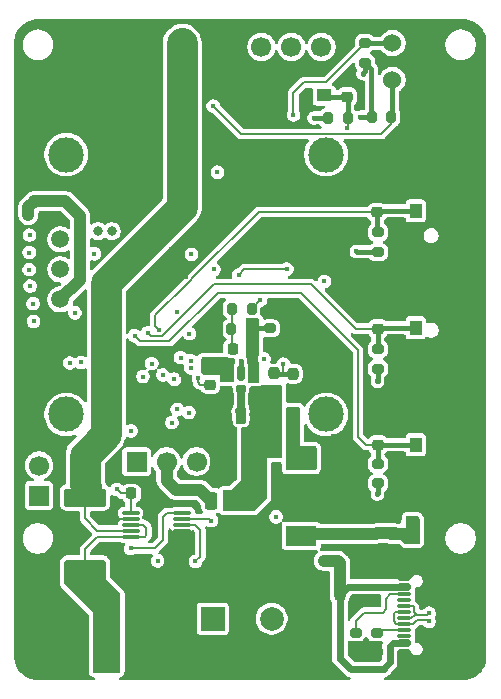
<source format=gbr>
%TF.GenerationSoftware,KiCad,Pcbnew,9.0.4*%
%TF.CreationDate,2025-12-12T14:24:18+03:00*%
%TF.ProjectId,mini_power_logger,6d696e69-5f70-46f7-9765-725f6c6f6767,rev?*%
%TF.SameCoordinates,Original*%
%TF.FileFunction,Copper,L1,Top*%
%TF.FilePolarity,Positive*%
%FSLAX46Y46*%
G04 Gerber Fmt 4.6, Leading zero omitted, Abs format (unit mm)*
G04 Created by KiCad (PCBNEW 9.0.4) date 2025-12-12 14:24:18*
%MOMM*%
%LPD*%
G01*
G04 APERTURE LIST*
G04 Aperture macros list*
%AMRoundRect*
0 Rectangle with rounded corners*
0 $1 Rounding radius*
0 $2 $3 $4 $5 $6 $7 $8 $9 X,Y pos of 4 corners*
0 Add a 4 corners polygon primitive as box body*
4,1,4,$2,$3,$4,$5,$6,$7,$8,$9,$2,$3,0*
0 Add four circle primitives for the rounded corners*
1,1,$1+$1,$2,$3*
1,1,$1+$1,$4,$5*
1,1,$1+$1,$6,$7*
1,1,$1+$1,$8,$9*
0 Add four rect primitives between the rounded corners*
20,1,$1+$1,$2,$3,$4,$5,0*
20,1,$1+$1,$4,$5,$6,$7,0*
20,1,$1+$1,$6,$7,$8,$9,0*
20,1,$1+$1,$8,$9,$2,$3,0*%
G04 Aperture macros list end*
%TA.AperFunction,SMDPad,CuDef*%
%ADD10RoundRect,0.150000X0.150000X-0.512500X0.150000X0.512500X-0.150000X0.512500X-0.150000X-0.512500X0*%
%TD*%
%TA.AperFunction,ComponentPad*%
%ADD11R,1.508000X1.508000*%
%TD*%
%TA.AperFunction,ComponentPad*%
%ADD12C,1.508000*%
%TD*%
%TA.AperFunction,ComponentPad*%
%ADD13C,3.000000*%
%TD*%
%TA.AperFunction,SMDPad,CuDef*%
%ADD14R,1.000000X1.250000*%
%TD*%
%TA.AperFunction,SMDPad,CuDef*%
%ADD15RoundRect,0.225000X0.250000X-0.225000X0.250000X0.225000X-0.250000X0.225000X-0.250000X-0.225000X0*%
%TD*%
%TA.AperFunction,SMDPad,CuDef*%
%ADD16RoundRect,0.200000X-0.275000X0.200000X-0.275000X-0.200000X0.275000X-0.200000X0.275000X0.200000X0*%
%TD*%
%TA.AperFunction,SMDPad,CuDef*%
%ADD17RoundRect,0.200000X-0.200000X-0.275000X0.200000X-0.275000X0.200000X0.275000X-0.200000X0.275000X0*%
%TD*%
%TA.AperFunction,SMDPad,CuDef*%
%ADD18RoundRect,0.237500X0.237500X-0.250000X0.237500X0.250000X-0.237500X0.250000X-0.237500X-0.250000X0*%
%TD*%
%TA.AperFunction,ComponentPad*%
%ADD19R,1.700000X1.700000*%
%TD*%
%TA.AperFunction,ComponentPad*%
%ADD20C,1.700000*%
%TD*%
%TA.AperFunction,SMDPad,CuDef*%
%ADD21RoundRect,0.225000X-0.250000X0.225000X-0.250000X-0.225000X0.250000X-0.225000X0.250000X0.225000X0*%
%TD*%
%TA.AperFunction,SMDPad,CuDef*%
%ADD22RoundRect,0.200000X0.275000X-0.200000X0.275000X0.200000X-0.275000X0.200000X-0.275000X-0.200000X0*%
%TD*%
%TA.AperFunction,SMDPad,CuDef*%
%ADD23RoundRect,0.225000X0.225000X0.250000X-0.225000X0.250000X-0.225000X-0.250000X0.225000X-0.250000X0*%
%TD*%
%TA.AperFunction,SMDPad,CuDef*%
%ADD24RoundRect,0.237500X-0.237500X0.250000X-0.237500X-0.250000X0.237500X-0.250000X0.237500X0.250000X0*%
%TD*%
%TA.AperFunction,ComponentPad*%
%ADD25R,2.000000X2.000000*%
%TD*%
%TA.AperFunction,ComponentPad*%
%ADD26C,2.000000*%
%TD*%
%TA.AperFunction,SMDPad,CuDef*%
%ADD27RoundRect,0.075000X0.650000X0.075000X-0.650000X0.075000X-0.650000X-0.075000X0.650000X-0.075000X0*%
%TD*%
%TA.AperFunction,ComponentPad*%
%ADD28C,1.524000*%
%TD*%
%TA.AperFunction,SMDPad,CuDef*%
%ADD29RoundRect,0.250000X-0.950000X-0.500000X0.950000X-0.500000X0.950000X0.500000X-0.950000X0.500000X0*%
%TD*%
%TA.AperFunction,SMDPad,CuDef*%
%ADD30RoundRect,0.250000X-0.275000X-0.500000X0.275000X-0.500000X0.275000X0.500000X-0.275000X0.500000X0*%
%TD*%
%TA.AperFunction,SMDPad,CuDef*%
%ADD31R,2.500000X1.700000*%
%TD*%
%TA.AperFunction,SMDPad,CuDef*%
%ADD32R,2.600000X1.700000*%
%TD*%
%TA.AperFunction,ComponentPad*%
%ADD33RoundRect,0.250000X0.750000X0.750000X-0.750000X0.750000X-0.750000X-0.750000X0.750000X-0.750000X0*%
%TD*%
%TA.AperFunction,SMDPad,CuDef*%
%ADD34RoundRect,0.276785X1.523215X-0.498215X1.523215X0.498215X-1.523215X0.498215X-1.523215X-0.498215X0*%
%TD*%
%TA.AperFunction,SMDPad,CuDef*%
%ADD35RoundRect,0.150000X0.425000X-0.150000X0.425000X0.150000X-0.425000X0.150000X-0.425000X-0.150000X0*%
%TD*%
%TA.AperFunction,SMDPad,CuDef*%
%ADD36RoundRect,0.075000X0.500000X-0.075000X0.500000X0.075000X-0.500000X0.075000X-0.500000X-0.075000X0*%
%TD*%
%TA.AperFunction,HeatsinkPad*%
%ADD37O,2.100000X1.000000*%
%TD*%
%TA.AperFunction,HeatsinkPad*%
%ADD38O,1.800000X1.000000*%
%TD*%
%TA.AperFunction,SMDPad,CuDef*%
%ADD39RoundRect,0.250000X0.250000X0.475000X-0.250000X0.475000X-0.250000X-0.475000X0.250000X-0.475000X0*%
%TD*%
%TA.AperFunction,SMDPad,CuDef*%
%ADD40RoundRect,0.200000X0.200000X0.275000X-0.200000X0.275000X-0.200000X-0.275000X0.200000X-0.275000X0*%
%TD*%
%TA.AperFunction,SMDPad,CuDef*%
%ADD41R,1.250000X1.000000*%
%TD*%
%TA.AperFunction,ComponentPad*%
%ADD42C,0.810000*%
%TD*%
%TA.AperFunction,ViaPad*%
%ADD43C,0.450000*%
%TD*%
%TA.AperFunction,ViaPad*%
%ADD44C,0.600000*%
%TD*%
%TA.AperFunction,Conductor*%
%ADD45C,0.200000*%
%TD*%
%TA.AperFunction,Conductor*%
%ADD46C,0.130000*%
%TD*%
%TA.AperFunction,Conductor*%
%ADD47C,1.000000*%
%TD*%
%TA.AperFunction,Conductor*%
%ADD48C,0.400000*%
%TD*%
%TA.AperFunction,Conductor*%
%ADD49C,0.600000*%
%TD*%
%TA.AperFunction,Conductor*%
%ADD50C,2.000000*%
%TD*%
%TA.AperFunction,Conductor*%
%ADD51C,2.600000*%
%TD*%
%TA.AperFunction,Conductor*%
%ADD52C,0.169700*%
%TD*%
G04 APERTURE END LIST*
D10*
%TO.P,U5,1,GND*%
%TO.N,GND*%
X176250000Y-84137500D03*
%TO.P,U5,2,SW*%
%TO.N,Net-(U5-SW)*%
X177200000Y-84137500D03*
%TO.P,U5,3,VIN*%
%TO.N,Net-(D2-K)*%
X178150000Y-84137500D03*
%TO.P,U5,4,FB*%
%TO.N,Net-(U5-FB)*%
X178150000Y-81862500D03*
%TO.P,U5,5,EN*%
%TO.N,Net-(U5-EN)*%
X177200000Y-81862500D03*
%TO.P,U5,6,BOOT*%
%TO.N,Net-(U5-BOOT)*%
X176250000Y-81862500D03*
%TD*%
D11*
%TO.P,U4,1,GND*%
%TO.N,GND*%
X161912500Y-78210000D03*
D12*
%TO.P,U4,2,VCC_IN*%
%TO.N,+3.3V*%
X161912500Y-75670000D03*
%TO.P,U4,3,SCL*%
%TO.N,/SD Card & Oled Screen/OLED_SCL*%
X161912500Y-73130000D03*
%TO.P,U4,4,SDA*%
%TO.N,/SD Card & Oled Screen/OLED_SDA*%
X161912500Y-70590000D03*
D13*
%TO.P,U4,S1*%
%TO.N,N/C*%
X162412500Y-85400000D03*
%TO.P,U4,S2*%
X162412500Y-63400000D03*
%TO.P,U4,S3*%
X184412500Y-63400000D03*
%TO.P,U4,S4*%
X184412500Y-85400000D03*
%TD*%
D14*
%TO.P,SW2,1,1*%
%TO.N,GND*%
X192000000Y-60425000D03*
%TO.P,SW2,2,2*%
%TO.N,/stm32f103/BUTTON_1*%
X192000000Y-68175000D03*
%TD*%
D15*
%TO.P,C14,1*%
%TO.N,/stm32f103/BUTTON_2*%
X188800000Y-78150000D03*
%TO.P,C14,2*%
%TO.N,GND*%
X188800000Y-76600000D03*
%TD*%
D16*
%TO.P,R20,1*%
%TO.N,/Type C Connector/CC1*%
X188700000Y-103875000D03*
%TO.P,R20,2*%
%TO.N,GND*%
X188700000Y-105525000D03*
%TD*%
D17*
%TO.P,R2,1*%
%TO.N,+3.3V*%
X184575000Y-60300000D03*
%TO.P,R2,2*%
%TO.N,Net-(U1-NRST)*%
X186225000Y-60300000D03*
%TD*%
D18*
%TO.P,R15,1*%
%TO.N,Net-(D2-K)*%
X180000000Y-83762500D03*
%TO.P,R15,2*%
%TO.N,Net-(U5-EN)*%
X180000000Y-81937500D03*
%TD*%
D15*
%TO.P,C8,1*%
%TO.N,Net-(U1-NRST)*%
X186200000Y-58500000D03*
%TO.P,C8,2*%
%TO.N,GND*%
X186200000Y-56950000D03*
%TD*%
D19*
%TO.P,J1,1*%
%TO.N,/SHUNT_V+*%
X165920000Y-106250000D03*
D20*
%TO.P,J1,2*%
%TO.N,GND*%
X163380000Y-106250000D03*
%TD*%
D21*
%TO.P,C25,1*%
%TO.N,GND*%
X187100000Y-93925000D03*
%TO.P,C25,2*%
%TO.N,+3.3V*%
X187100000Y-95475000D03*
%TD*%
D22*
%TO.P,R5,1*%
%TO.N,+3.3V*%
X188800000Y-91225000D03*
%TO.P,R5,2*%
%TO.N,/stm32f103/BUTTON_3*%
X188800000Y-89575000D03*
%TD*%
D23*
%TO.P,C26,1*%
%TO.N,Net-(U5-FB)*%
X178050000Y-79862500D03*
%TO.P,C26,2*%
%TO.N,Net-(C26-Pad2)*%
X176500000Y-79862500D03*
%TD*%
D17*
%TO.P,R18,1*%
%TO.N,Net-(C26-Pad2)*%
X176400000Y-78162500D03*
%TO.P,R18,2*%
%TO.N,Net-(U5-FB)*%
X178050000Y-78162500D03*
%TD*%
D16*
%TO.P,R21,1*%
%TO.N,/Type C Connector/CC2*%
X186900000Y-103875000D03*
%TO.P,R21,2*%
%TO.N,GND*%
X186900000Y-105525000D03*
%TD*%
D23*
%TO.P,C16,1*%
%TO.N,GND*%
X169475000Y-92100000D03*
%TO.P,C16,2*%
%TO.N,+3.3V*%
X167925000Y-92100000D03*
%TD*%
D24*
%TO.P,R16,1*%
%TO.N,Net-(U5-EN)*%
X181600000Y-81950000D03*
%TO.P,R16,2*%
%TO.N,GND*%
X181600000Y-83775000D03*
%TD*%
D15*
%TO.P,C15,1*%
%TO.N,/stm32f103/BUTTON_3*%
X188800000Y-87975000D03*
%TO.P,C15,2*%
%TO.N,GND*%
X188800000Y-86425000D03*
%TD*%
%TO.P,C2,1*%
%TO.N,+3.3V*%
X190250000Y-95475000D03*
%TO.P,C2,2*%
%TO.N,GND*%
X190250000Y-93925000D03*
%TD*%
D25*
%TO.P,BZ1,1,+*%
%TO.N,+3.3V*%
X174800000Y-102700000D03*
D26*
%TO.P,BZ1,2,-*%
%TO.N,Net-(BZ1--)*%
X179800000Y-102700000D03*
%TD*%
D23*
%TO.P,C22,1*%
%TO.N,Net-(D2-K)*%
X177775000Y-87100000D03*
%TO.P,C22,2*%
%TO.N,GND*%
X176225000Y-87100000D03*
%TD*%
D27*
%TO.P,U2,1,A1*%
%TO.N,GND*%
X172250000Y-95750000D03*
%TO.P,U2,2,A0*%
X172250000Y-95250000D03*
%TO.P,U2,3,~{Alert}*%
%TO.N,/Temp. & Power Sensors/ALERT*%
X172250000Y-94750000D03*
%TO.P,U2,4,SDA*%
%TO.N,/Temp. & Power Sensors/SDA*%
X172250000Y-94250000D03*
%TO.P,U2,5,SCL*%
%TO.N,/Temp. & Power Sensors/SCL*%
X172250000Y-93750000D03*
%TO.P,U2,6,VS*%
%TO.N,+3.3V*%
X167850000Y-93750000D03*
%TO.P,U2,7,GND*%
%TO.N,GND*%
X167850000Y-94250000D03*
%TO.P,U2,8,Vbus*%
%TO.N,/SHUNT_V+*%
X167850000Y-94750000D03*
%TO.P,U2,9,Vin-*%
%TO.N,/SHUNT_V-*%
X167850000Y-95250000D03*
%TO.P,U2,10,Vin+*%
%TO.N,/SHUNT_V+*%
X167850000Y-95750000D03*
%TD*%
D28*
%TO.P,J7,1*%
%TO.N,GND*%
X192570000Y-54000000D03*
%TO.P,J7,2*%
%TO.N,Net-(J7-Pad2)*%
X190030000Y-53980000D03*
%TD*%
%TO.P,J6,1*%
%TO.N,GND*%
X192570000Y-57100000D03*
%TO.P,J6,2*%
%TO.N,Net-(J6-Pad2)*%
X190030000Y-57080000D03*
%TD*%
D29*
%TO.P,D2,1,K*%
%TO.N,Net-(D2-K)*%
X177050000Y-92700000D03*
D30*
%TO.P,D2,2,A*%
%TO.N,/Power/POWER_IN_P*%
X174675000Y-92700000D03*
%TD*%
D31*
%TO.P,L1,1*%
%TO.N,Net-(U5-SW)*%
X182300000Y-89275000D03*
D32*
%TO.P,L1,2*%
%TO.N,+3.3V*%
X182300000Y-95700000D03*
%TD*%
D21*
%TO.P,C24,1*%
%TO.N,GND*%
X188700000Y-93925000D03*
%TO.P,C24,2*%
%TO.N,+3.3V*%
X188700000Y-95475000D03*
%TD*%
D33*
%TO.P,J3,1,Pin_1*%
%TO.N,/SHUNT_V+*%
X165905000Y-103782500D03*
D26*
%TO.P,J3,2,Pin_2*%
%TO.N,GND*%
X162095000Y-103782500D03*
%TD*%
D19*
%TO.P,J1,1*%
%TO.N,/SHUNT_V-*%
X172227502Y-54000000D03*
D20*
%TO.P,J1,2*%
%TO.N,GND*%
X169687502Y-54000000D03*
%TD*%
D34*
%TO.P,R6,1*%
%TO.N,/SHUNT_V+*%
X164000000Y-98550000D03*
%TO.P,R6,2*%
%TO.N,/SHUNT_V-*%
X164000000Y-92450000D03*
%TD*%
D35*
%TO.P,J8,A1,GND*%
%TO.N,GND*%
X191010000Y-105600000D03*
%TO.P,J8,A4,VBUS*%
%TO.N,/USB_PWR*%
X191010000Y-104800000D03*
D36*
%TO.P,J8,A5,CC1*%
%TO.N,/Type C Connector/CC1*%
X191010000Y-103650000D03*
%TO.P,J8,A6,D+*%
%TO.N,/Type C Connector/USB2_P*%
X191010000Y-102650000D03*
%TO.P,J8,A7,D-*%
%TO.N,/Type C Connector/USB2_N*%
X191010000Y-102150000D03*
%TO.P,J8,A8,SBU1*%
%TO.N,unconnected-(J8-SBU1-PadA8)*%
X191010000Y-101150000D03*
D35*
%TO.P,J8,A9,VBUS*%
%TO.N,/USB_PWR*%
X191010000Y-100000000D03*
%TO.P,J8,A12,GND*%
%TO.N,GND*%
X191010000Y-99200000D03*
%TO.P,J8,B1,GND*%
X191010000Y-99200000D03*
%TO.P,J8,B4,VBUS*%
%TO.N,/USB_PWR*%
X191010000Y-100000000D03*
D36*
%TO.P,J8,B5,CC2*%
%TO.N,/Type C Connector/CC2*%
X191010000Y-100650000D03*
%TO.P,J8,B6,D+*%
%TO.N,/Type C Connector/USB2_P*%
X191010000Y-101650000D03*
%TO.P,J8,B7,D-*%
%TO.N,/Type C Connector/USB2_N*%
X191010000Y-103150000D03*
%TO.P,J8,B8,SBU2*%
%TO.N,unconnected-(J8-SBU2-PadB8)*%
X191010000Y-104150000D03*
D35*
%TO.P,J8,B9,VBUS*%
%TO.N,/USB_PWR*%
X191010000Y-104800000D03*
%TO.P,J8,B12,GND*%
%TO.N,GND*%
X191010000Y-105600000D03*
D37*
%TO.P,J8,S1,SHIELD*%
X191585000Y-106720000D03*
D38*
X195765000Y-106720000D03*
D37*
X191585000Y-98080000D03*
D38*
X195765000Y-98080000D03*
%TD*%
D23*
%TO.P,C28,1*%
%TO.N,/USB_PWR*%
X185575000Y-100700000D03*
%TO.P,C28,2*%
%TO.N,GND*%
X184025000Y-100700000D03*
%TD*%
D16*
%TO.P,R8,1*%
%TO.N,Net-(J7-Pad2)*%
X187700000Y-53975000D03*
%TO.P,R8,2*%
%TO.N,+3.3V*%
X187700000Y-55625000D03*
%TD*%
D39*
%TO.P,C21,1*%
%TO.N,Net-(D2-K)*%
X177950000Y-88900000D03*
%TO.P,C21,2*%
%TO.N,GND*%
X176050000Y-88900000D03*
%TD*%
D22*
%TO.P,R19,1*%
%TO.N,Net-(U5-FB)*%
X179675000Y-78112500D03*
%TO.P,R19,2*%
%TO.N,GND*%
X179675000Y-76462500D03*
%TD*%
D19*
%TO.P,J5,1,Pin_1*%
%TO.N,+3.3V*%
X160100000Y-92275000D03*
D20*
%TO.P,J5,2,Pin_2*%
%TO.N,Net-(J5-Pin_2)*%
X160100000Y-89735000D03*
%TD*%
D14*
%TO.P,SW4,1,1*%
%TO.N,GND*%
X192000000Y-80225000D03*
%TO.P,SW4,2,2*%
%TO.N,/stm32f103/BUTTON_3*%
X192000000Y-87975000D03*
%TD*%
D33*
%TO.P,J2,1,Pin_1*%
%TO.N,/SHUNT_V-*%
X172205000Y-56482500D03*
D26*
%TO.P,J2,2,Pin_2*%
%TO.N,GND*%
X168395000Y-56482500D03*
%TD*%
D15*
%TO.P,C13,1*%
%TO.N,/stm32f103/BUTTON_1*%
X188720000Y-68275000D03*
%TO.P,C13,2*%
%TO.N,GND*%
X188800000Y-66725000D03*
%TD*%
D23*
%TO.P,C27,1*%
%TO.N,/USB_PWR*%
X185575000Y-99200000D03*
%TO.P,C27,2*%
%TO.N,GND*%
X184025000Y-99200000D03*
%TD*%
D19*
%TO.P,J4,1,Pin_1*%
%TO.N,GND*%
X176390000Y-54300000D03*
D20*
%TO.P,J4,2,Pin_2*%
%TO.N,+3.3V*%
X178930000Y-54300000D03*
%TO.P,J4,3,Pin_3*%
%TO.N,/stm32f103/DIO*%
X181470000Y-54300000D03*
%TO.P,J4,4,Pin_4*%
%TO.N,/stm32f103/CLK*%
X184010000Y-54300000D03*
%TD*%
D40*
%TO.P,R17,1*%
%TO.N,+3.3V*%
X178100000Y-76462500D03*
%TO.P,R17,2*%
%TO.N,Net-(C26-Pad2)*%
X176450000Y-76462500D03*
%TD*%
D22*
%TO.P,R3,1*%
%TO.N,+3.3V*%
X188800000Y-71650000D03*
%TO.P,R3,2*%
%TO.N,/stm32f103/BUTTON_1*%
X188800000Y-70000000D03*
%TD*%
D41*
%TO.P,SW1,1,1*%
%TO.N,GND*%
X176500000Y-58400000D03*
%TO.P,SW1,2,2*%
%TO.N,Net-(U1-NRST)*%
X184250000Y-58400000D03*
%TD*%
D40*
%TO.P,R7,1*%
%TO.N,Net-(J6-Pad2)*%
X189925000Y-60200000D03*
%TO.P,R7,2*%
%TO.N,+3.3V*%
X188275000Y-60200000D03*
%TD*%
D21*
%TO.P,C23,1*%
%TO.N,Net-(U5-BOOT)*%
X174600000Y-81325000D03*
%TO.P,C23,2*%
%TO.N,Net-(U5-SW)*%
X174600000Y-82875000D03*
%TD*%
D14*
%TO.P,SW3,1,1*%
%TO.N,GND*%
X192000000Y-70325000D03*
%TO.P,SW3,2,2*%
%TO.N,/stm32f103/BUTTON_2*%
X192000000Y-78075000D03*
%TD*%
D19*
%TO.P,J1,1,Pin_1*%
%TO.N,/SHUNT_V+*%
X168360000Y-89400000D03*
D20*
%TO.P,J1,2,Pin_2*%
%TO.N,/Power/POWER_IN_P*%
X170900000Y-89400000D03*
%TO.P,J1,3,Pin_3*%
%TO.N,/USB_PWR*%
X173440000Y-89400000D03*
%TD*%
D22*
%TO.P,R4,1*%
%TO.N,+3.3V*%
X188800000Y-81525000D03*
%TO.P,R4,2*%
%TO.N,/stm32f103/BUTTON_2*%
X188800000Y-79875000D03*
%TD*%
D42*
%TO.P,Y1,1,1*%
%TO.N,Net-(U1-PC14-OSC32_IN)*%
X165100000Y-69900000D03*
%TO.P,Y1,2,2*%
%TO.N,Net-(U1-PC15-OSC32_OUT)*%
X166270000Y-69900000D03*
%TD*%
D43*
%TO.N,GND*%
X168075000Y-77300000D03*
X187600000Y-89500000D03*
X187250000Y-57500000D03*
X171000000Y-73750000D03*
X188800000Y-85375000D03*
X177200000Y-65625000D03*
X175150000Y-90500000D03*
X195625000Y-100675000D03*
X182825000Y-99350000D03*
X166475000Y-94250000D03*
X176550000Y-57350000D03*
X187550000Y-91375000D03*
X168200000Y-82475000D03*
X163325000Y-78150000D03*
X163525000Y-66450000D03*
X193100000Y-80225000D03*
X165775000Y-59500000D03*
X186875000Y-99025000D03*
X169475000Y-91175000D03*
X185900000Y-89500000D03*
X174500000Y-68900000D03*
X187625000Y-92925000D03*
X175150000Y-84950000D03*
X193225000Y-100175000D03*
X188125000Y-101175000D03*
X189350000Y-98650000D03*
X171275000Y-71375000D03*
X185925000Y-91375000D03*
X193300000Y-60300000D03*
X185000000Y-87200000D03*
X194750000Y-67350000D03*
X168575000Y-65800000D03*
X183375000Y-65850000D03*
X184575000Y-82300000D03*
X167875000Y-65650000D03*
X175200000Y-88050000D03*
X194600000Y-83150000D03*
X173850000Y-71750000D03*
X168800000Y-87500000D03*
X175125000Y-85825000D03*
X172250000Y-96225000D03*
X180700000Y-75800000D03*
X188825000Y-65650000D03*
X167975000Y-66500000D03*
X172550000Y-73800000D03*
X182800000Y-100725000D03*
X168875000Y-59450000D03*
X170800000Y-85325000D03*
X190200000Y-92925000D03*
X185000000Y-88900000D03*
X188700000Y-92950000D03*
X188125000Y-97250000D03*
X187800000Y-105575000D03*
X172100000Y-82050000D03*
X168775000Y-86050000D03*
%TO.N,+3.3V*%
X187300000Y-60250000D03*
X191950000Y-94450000D03*
X167900000Y-86800000D03*
X191350000Y-95450000D03*
X179150000Y-80700000D03*
X173000000Y-71850000D03*
X178850000Y-75720000D03*
X163150000Y-76800000D03*
X191950000Y-95450000D03*
X191350000Y-95950000D03*
X159262500Y-67787500D03*
X191350000Y-94950000D03*
X186976670Y-71607339D03*
X164800000Y-71800000D03*
X184250000Y-74150000D03*
X159662500Y-67387500D03*
X191350000Y-94450000D03*
X191950000Y-94950000D03*
X183400000Y-60300000D03*
X191950000Y-95950000D03*
X188750000Y-82600000D03*
X170150000Y-97800000D03*
X166700000Y-91750000D03*
X175200000Y-64900000D03*
X187550000Y-56550000D03*
X159200000Y-68525000D03*
X188750000Y-92150000D03*
%TO.N,Net-(U1-NRST)*%
X172843714Y-78569888D03*
X186200000Y-61150000D03*
%TO.N,/stm32f103/BUTTON_1*%
X170300000Y-78250000D03*
%TO.N,/stm32f103/BUTTON_2*%
X169300000Y-78500000D03*
%TO.N,/stm32f103/BUTTON_3*%
X168200000Y-78750000D03*
%TO.N,/SPI2_MISO*%
X171550000Y-82425000D03*
X159275000Y-71700000D03*
%TO.N,/SPI2_SCK*%
X159350000Y-74538574D03*
X172800000Y-85250000D03*
%TO.N,/SPI2_MOSI*%
X159275000Y-73150000D03*
X171800000Y-84975000D03*
%TO.N,/SPI2_CS*%
X171350000Y-86100000D03*
X159300000Y-70225000D03*
D44*
%TO.N,/USB_PWR*%
X184200000Y-97800000D03*
D43*
%TO.N,/stm32f103/CLK*%
X169650000Y-81100000D03*
%TO.N,/stm32f103/DIO*%
X168900000Y-82200000D03*
%TO.N,Net-(U5-SW)*%
X173600000Y-82350000D03*
X177425000Y-85150000D03*
X177463694Y-85711692D03*
X181300000Y-85100000D03*
X181800000Y-85100000D03*
X181300000Y-85600000D03*
X176900000Y-85150000D03*
X181800000Y-85600000D03*
X176950000Y-85675000D03*
%TO.N,Net-(J6-Pad2)*%
X174850000Y-59300000D03*
%TO.N,/Type C Connector/USB2_P*%
X193133629Y-102233548D03*
%TO.N,/Type C Connector/USB2_N*%
X193133629Y-102936548D03*
%TO.N,/SD Card & Oled Screen/SD_SCK*%
X177000000Y-73600000D03*
X181100000Y-73100000D03*
%TO.N,/UART2_RX*%
X159600000Y-76025000D03*
X171825000Y-76700000D03*
%TO.N,/UART2_TX*%
X174900000Y-73125000D03*
X159650000Y-77525000D03*
%TO.N,/Temp. & Power Sensors/SDA*%
X174700000Y-94400000D03*
X172950000Y-81450000D03*
%TO.N,/Temp. & Power Sensors/SCL*%
X167850000Y-96750000D03*
X172950000Y-80850000D03*
%TO.N,/Temp. & Power Sensors/ALERT*%
X173350000Y-97850000D03*
X172100000Y-80600000D03*
%TO.N,Net-(U5-EN)*%
X177200000Y-80850000D03*
X180800000Y-81150000D03*
%TO.N,Net-(J7-Pad2)*%
X181650000Y-60050000D03*
%TO.N,/SD Card & Oled Screen/OLED_SDA*%
X162700000Y-81050000D03*
%TO.N,/SD Card & Oled Screen/OLED_SCL*%
X163650000Y-81000000D03*
%TO.N,/BUZZER_PIN*%
X170600000Y-82075000D03*
X180175000Y-94075000D03*
%TD*%
D45*
%TO.N,GND*%
X175962500Y-84137500D02*
X175150000Y-84950000D01*
X190200000Y-92925000D02*
X190200000Y-93875000D01*
X188800000Y-65675000D02*
X188825000Y-65650000D01*
X176525000Y-58400000D02*
X176525000Y-57375000D01*
X176050000Y-89600000D02*
X175150000Y-90500000D01*
X188700000Y-92950000D02*
X188700000Y-93925000D01*
X182825000Y-100700000D02*
X182800000Y-100725000D01*
X184025000Y-99200000D02*
X182975000Y-99200000D01*
D46*
X169475000Y-92100000D02*
X169475000Y-91175000D01*
X176050000Y-88900000D02*
X175200000Y-88050000D01*
D45*
X188800000Y-66725000D02*
X188800000Y-65675000D01*
X176050000Y-88900000D02*
X176050000Y-89600000D01*
D46*
X180387500Y-75750000D02*
X179675000Y-76462500D01*
D45*
X193175000Y-60425000D02*
X193300000Y-60300000D01*
X190200000Y-93875000D02*
X190250000Y-93925000D01*
X172250000Y-95250000D02*
X172250000Y-95750000D01*
X176525000Y-57375000D02*
X176550000Y-57350000D01*
X182975000Y-99200000D02*
X182825000Y-99350000D01*
X167850000Y-94250000D02*
X166475000Y-94250000D01*
X187625000Y-92925000D02*
X187400000Y-92925000D01*
D46*
X188800000Y-86425000D02*
X188800000Y-85375000D01*
X180650000Y-75750000D02*
X180387500Y-75750000D01*
X172250000Y-96225000D02*
X172250000Y-95250000D01*
X175275000Y-88050000D02*
X175200000Y-88050000D01*
X176225000Y-87100000D02*
X175275000Y-88050000D01*
D45*
X186750000Y-57500000D02*
X186200000Y-56950000D01*
D46*
X180700000Y-75800000D02*
X180650000Y-75750000D01*
D45*
X188700000Y-105525000D02*
X186900000Y-105525000D01*
X187100000Y-93225000D02*
X187100000Y-93925000D01*
X184025000Y-100700000D02*
X182825000Y-100700000D01*
D46*
X193100000Y-80225000D02*
X192000000Y-80225000D01*
D45*
X176250000Y-84137500D02*
X175962500Y-84137500D01*
X176225000Y-88725000D02*
X176050000Y-88900000D01*
X187250000Y-57500000D02*
X186750000Y-57500000D01*
X187400000Y-92925000D02*
X187100000Y-93225000D01*
X176225000Y-87100000D02*
X176225000Y-88725000D01*
X192000000Y-60425000D02*
X193175000Y-60425000D01*
D47*
%TO.N,+3.3V*%
X159700000Y-67350000D02*
X159662500Y-67387500D01*
X163575000Y-68600000D02*
X162325000Y-67350000D01*
D48*
X187700000Y-55625000D02*
X188250000Y-56175000D01*
X188250000Y-56175000D02*
X188250000Y-60175000D01*
X188250000Y-60175000D02*
X188275000Y-60200000D01*
D47*
X182500000Y-95500000D02*
X188675000Y-95500000D01*
D45*
X167925000Y-92100000D02*
X167850000Y-92175000D01*
D47*
X162325000Y-67350000D02*
X159700000Y-67350000D01*
D45*
X167050000Y-92100000D02*
X166700000Y-91750000D01*
D48*
X187700000Y-55625000D02*
X187712500Y-55637500D01*
X184575000Y-60300000D02*
X183400000Y-60300000D01*
X188800000Y-92100000D02*
X188750000Y-92150000D01*
X187650000Y-56400000D02*
X187550000Y-56500000D01*
X188800000Y-82550000D02*
X188750000Y-82600000D01*
X187712500Y-55637500D02*
X187712500Y-56337500D01*
X188800000Y-81525000D02*
X188800000Y-82550000D01*
D45*
X178100000Y-76462500D02*
X178107500Y-76462500D01*
D47*
X159262500Y-67787500D02*
X159200000Y-67850000D01*
D48*
X187350000Y-60200000D02*
X187300000Y-60250000D01*
D45*
X167850000Y-92175000D02*
X167850000Y-93750000D01*
D47*
X182300000Y-95700000D02*
X182500000Y-95500000D01*
X188675000Y-95500000D02*
X188700000Y-95475000D01*
D48*
X187019331Y-71650000D02*
X186976670Y-71607339D01*
X187550000Y-56500000D02*
X187550000Y-56550000D01*
D47*
X163575000Y-74007500D02*
X163575000Y-68600000D01*
X159200000Y-67850000D02*
X159200000Y-68525000D01*
X190250000Y-95475000D02*
X188700000Y-95475000D01*
X159662500Y-67387500D02*
X159262500Y-67787500D01*
D48*
X188800000Y-91225000D02*
X188800000Y-92100000D01*
D45*
X178107500Y-76462500D02*
X178850000Y-75720000D01*
D48*
X187712500Y-56337500D02*
X187650000Y-56400000D01*
X188800000Y-71650000D02*
X187019331Y-71650000D01*
D45*
X167925000Y-92100000D02*
X167050000Y-92100000D01*
D48*
X188275000Y-60200000D02*
X187350000Y-60200000D01*
D47*
X161912500Y-75670000D02*
X163575000Y-74007500D01*
D48*
%TO.N,Net-(U1-NRST)*%
X184375000Y-58500000D02*
X184275000Y-58400000D01*
X186225000Y-58525000D02*
X186200000Y-58500000D01*
X186225000Y-60300000D02*
X186225000Y-58525000D01*
D45*
X186225000Y-60300000D02*
X186225000Y-61125000D01*
D48*
X186200000Y-58500000D02*
X184375000Y-58500000D01*
D45*
X186225000Y-61125000D02*
X186200000Y-61150000D01*
%TO.N,/stm32f103/BUTTON_1*%
X172736811Y-74251000D02*
X173001000Y-73986811D01*
D48*
X188720000Y-69920000D02*
X188800000Y-70000000D01*
X188720000Y-68275000D02*
X188720000Y-69920000D01*
D45*
X169950000Y-77025000D02*
X172724000Y-74251000D01*
X178700000Y-68275000D02*
X188720000Y-68275000D01*
X173001000Y-73974000D02*
X178700000Y-68275000D01*
X169950000Y-77900000D02*
X169950000Y-77025000D01*
D48*
X192000000Y-68175000D02*
X188820000Y-68175000D01*
X188820000Y-68175000D02*
X188720000Y-68275000D01*
D45*
X172724000Y-74251000D02*
X172736811Y-74251000D01*
X173001000Y-73986811D02*
X173001000Y-73974000D01*
X170300000Y-78250000D02*
X169950000Y-77900000D01*
D48*
%TO.N,/stm32f103/BUTTON_2*%
X188875000Y-78075000D02*
X188800000Y-78150000D01*
D45*
X169550000Y-78750000D02*
X170550000Y-78750000D01*
X170550000Y-78750000D02*
X174950000Y-74350000D01*
X186900000Y-78150000D02*
X188800000Y-78150000D01*
X174950000Y-74350000D02*
X183100000Y-74350000D01*
X183100000Y-74350000D02*
X186900000Y-78150000D01*
D48*
X192000000Y-78075000D02*
X188875000Y-78075000D01*
X188800000Y-79875000D02*
X188800000Y-78150000D01*
D45*
X169300000Y-78500000D02*
X169550000Y-78750000D01*
%TO.N,/stm32f103/BUTTON_3*%
X175250000Y-75100000D02*
X182250000Y-75100000D01*
D48*
X192000000Y-87975000D02*
X188800000Y-87975000D01*
X188800000Y-89575000D02*
X188800000Y-87975000D01*
D45*
X187100000Y-79950000D02*
X187100000Y-87300000D01*
X171150000Y-79200000D02*
X175250000Y-75100000D01*
X187100000Y-87300000D02*
X187775000Y-87975000D01*
X182250000Y-75100000D02*
X187100000Y-79950000D01*
X168200000Y-78750000D02*
X168650000Y-79200000D01*
X187775000Y-87975000D02*
X188800000Y-87975000D01*
X168650000Y-79200000D02*
X171150000Y-79200000D01*
D46*
%TO.N,/SPI2_MISO*%
X159275000Y-71700000D02*
X159375000Y-71600000D01*
D47*
%TO.N,/Power/POWER_IN_P*%
X171700000Y-91800000D02*
X173775000Y-91800000D01*
X173775000Y-91800000D02*
X174675000Y-92700000D01*
X170900000Y-91000000D02*
X171700000Y-91800000D01*
X170900000Y-89400000D02*
X170900000Y-91000000D01*
D49*
%TO.N,/USB_PWR*%
X189300000Y-106900000D02*
X189300000Y-107000000D01*
D47*
X185575000Y-100700000D02*
X185575000Y-99200000D01*
X184200000Y-97800000D02*
X185400000Y-97800000D01*
D49*
X189800000Y-106400000D02*
X189300000Y-106900000D01*
D47*
X185575000Y-97975000D02*
X185575000Y-99200000D01*
D49*
X191010000Y-104800000D02*
X190050000Y-104800000D01*
X190050000Y-104800000D02*
X189800000Y-105050000D01*
X185575000Y-106075000D02*
X185575000Y-100700000D01*
X186500000Y-107000000D02*
X185575000Y-106075000D01*
X191010000Y-100000000D02*
X186275000Y-100000000D01*
X189300000Y-107000000D02*
X186500000Y-107000000D01*
X186275000Y-100000000D02*
X185575000Y-100700000D01*
D47*
X185400000Y-97800000D02*
X185575000Y-97975000D01*
D49*
X189800000Y-105050000D02*
X189800000Y-106400000D01*
D45*
%TO.N,/SHUNT_V+*%
X168950000Y-94750000D02*
X167850000Y-94750000D01*
X169200000Y-95600000D02*
X169200000Y-95000000D01*
X169050000Y-95750000D02*
X169200000Y-95600000D01*
X165050000Y-95750000D02*
X164000000Y-96800000D01*
X169200000Y-95000000D02*
X168950000Y-94750000D01*
X164000000Y-96800000D02*
X164000000Y-98550000D01*
X167850000Y-95750000D02*
X169050000Y-95750000D01*
D50*
X165920000Y-103797500D02*
X165905000Y-103782500D01*
X165920000Y-106250000D02*
X165920000Y-103797500D01*
D45*
X167850000Y-95750000D02*
X165050000Y-95750000D01*
D51*
%TO.N,/SHUNT_V-*%
X164000000Y-88900000D02*
X165000000Y-87900000D01*
X165000000Y-87900000D02*
X165800000Y-87100000D01*
D45*
X164000000Y-94200000D02*
X164000000Y-92450000D01*
D51*
X165800000Y-74300000D02*
X172227502Y-67872498D01*
D45*
X165050000Y-95250000D02*
X164000000Y-94200000D01*
D51*
X164000000Y-91400000D02*
X164100000Y-91500000D01*
X165800000Y-87100000D02*
X165800000Y-74300000D01*
X172227502Y-67872498D02*
X172227502Y-54000000D01*
X164000000Y-88900000D02*
X164000000Y-91400000D01*
D45*
X167850000Y-95250000D02*
X165050000Y-95250000D01*
%TO.N,Net-(U5-BOOT)*%
X174600000Y-81325000D02*
X175325000Y-81325000D01*
X175325000Y-81325000D02*
X175862500Y-81862500D01*
X175862500Y-81862500D02*
X176250000Y-81862500D01*
%TO.N,Net-(U5-SW)*%
X173600000Y-82700000D02*
X173600000Y-82350000D01*
X174600000Y-82875000D02*
X173775000Y-82875000D01*
X173775000Y-82875000D02*
X173600000Y-82700000D01*
%TO.N,Net-(C26-Pad2)*%
X176450000Y-79812500D02*
X176500000Y-79862500D01*
X176450000Y-76462500D02*
X176450000Y-79812500D01*
D48*
%TO.N,Net-(U5-FB)*%
X178050000Y-79862500D02*
X178050000Y-81762500D01*
X178050000Y-78162500D02*
X178050000Y-79862500D01*
X179675000Y-78112500D02*
X178100000Y-78112500D01*
X178050000Y-81762500D02*
X178150000Y-81862500D01*
X178100000Y-78112500D02*
X178050000Y-78162500D01*
%TO.N,Net-(J6-Pad2)*%
X190030000Y-57080000D02*
X190030000Y-60095000D01*
X190030000Y-60095000D02*
X189925000Y-60200000D01*
D45*
X189100000Y-61650000D02*
X177200000Y-61650000D01*
X189925000Y-60200000D02*
X189925000Y-60825000D01*
X189925000Y-60825000D02*
X189100000Y-61650000D01*
X177200000Y-61650000D02*
X174850000Y-59300000D01*
%TO.N,/Type C Connector/CC1*%
X191010000Y-103650000D02*
X188925000Y-103650000D01*
X188925000Y-103650000D02*
X188700000Y-103875000D01*
D52*
%TO.N,/Type C Connector/USB2_P*%
X191625000Y-102650000D02*
X191010000Y-102650000D01*
X191901302Y-102373698D02*
X191625000Y-102650000D01*
X191010000Y-101650000D02*
X191750000Y-101650000D01*
X191850000Y-102100000D02*
X192123698Y-102373698D01*
X192123698Y-102373698D02*
X191901302Y-102373698D01*
X192123698Y-102373698D02*
X192993479Y-102373698D01*
X191750000Y-101650000D02*
X191850000Y-101750000D01*
X191850000Y-101750000D02*
X191850000Y-102100000D01*
X192993479Y-102373698D02*
X193133629Y-102233548D01*
D45*
%TO.N,/Type C Connector/CC2*%
X189500000Y-101900000D02*
X189500000Y-101000000D01*
X189850000Y-100650000D02*
X191010000Y-100650000D01*
X189500000Y-101000000D02*
X189850000Y-100650000D01*
X189200000Y-102200000D02*
X189500000Y-101900000D01*
X186900000Y-102900000D02*
X187600000Y-102200000D01*
X186900000Y-103875000D02*
X186900000Y-102900000D01*
X187600000Y-102200000D02*
X189200000Y-102200000D01*
D52*
%TO.N,/Type C Connector/USB2_N*%
X193133629Y-102936548D02*
X192997081Y-102800000D01*
X192997081Y-102800000D02*
X192103602Y-102800000D01*
X192100000Y-102800000D02*
X191750000Y-103150000D01*
X191010000Y-103150000D02*
X191750000Y-103150000D01*
X191010000Y-102150000D02*
X190250000Y-102150000D01*
X190250000Y-102150000D02*
X190125000Y-102275000D01*
X190125000Y-102925000D02*
X190350000Y-103150000D01*
X190125000Y-102275000D02*
X190125000Y-102925000D01*
X190350000Y-103150000D02*
X191010000Y-103150000D01*
D45*
%TO.N,/SD Card & Oled Screen/SD_SCK*%
X177000000Y-73600000D02*
X177500000Y-73100000D01*
X177500000Y-73100000D02*
X181100000Y-73100000D01*
%TO.N,/Temp. & Power Sensors/SDA*%
X174550000Y-94250000D02*
X174700000Y-94400000D01*
X172250000Y-94250000D02*
X174550000Y-94250000D01*
%TO.N,/Temp. & Power Sensors/SCL*%
X169900000Y-96750000D02*
X167850000Y-96750000D01*
X170600000Y-96050000D02*
X169900000Y-96750000D01*
X170900000Y-93750000D02*
X170600000Y-94050000D01*
X172250000Y-93750000D02*
X170900000Y-93750000D01*
X170600000Y-94050000D02*
X170600000Y-96050000D01*
%TO.N,/Temp. & Power Sensors/ALERT*%
X173350000Y-94750000D02*
X173750000Y-95150000D01*
X172250000Y-94750000D02*
X173350000Y-94750000D01*
X173750000Y-95150000D02*
X173750000Y-97450000D01*
X173750000Y-97450000D02*
X173350000Y-97850000D01*
%TO.N,Net-(U5-EN)*%
X180800000Y-81150000D02*
X180800000Y-81950000D01*
D48*
X181600000Y-81950000D02*
X180800000Y-81950000D01*
X180800000Y-81950000D02*
X180012500Y-81950000D01*
X177200000Y-81862500D02*
X177200000Y-80850000D01*
X180012500Y-81950000D02*
X180000000Y-81937500D01*
D45*
%TO.N,Net-(J7-Pad2)*%
X182500000Y-57300000D02*
X181650000Y-58150000D01*
X184375000Y-57300000D02*
X182500000Y-57300000D01*
X181650000Y-58150000D02*
X181650000Y-60050000D01*
X187700000Y-53975000D02*
X184375000Y-57300000D01*
D48*
X190030000Y-53980000D02*
X187705000Y-53980000D01*
X187705000Y-53980000D02*
X187700000Y-53975000D01*
%TD*%
%TA.AperFunction,Conductor*%
%TO.N,Net-(U5-SW)*%
G36*
X182143039Y-84819685D02*
G01*
X182188794Y-84872489D01*
X182200000Y-84924000D01*
X182200000Y-88100000D01*
X183476000Y-88100000D01*
X183543039Y-88119685D01*
X183588794Y-88172489D01*
X183600000Y-88224000D01*
X183600000Y-89976000D01*
X183580315Y-90043039D01*
X183527511Y-90088794D01*
X183476000Y-90100000D01*
X181124000Y-90100000D01*
X181056961Y-90080315D01*
X181011206Y-90027511D01*
X181000000Y-89976000D01*
X181000000Y-84924000D01*
X181019685Y-84856961D01*
X181072489Y-84811206D01*
X181124000Y-84800000D01*
X182076000Y-84800000D01*
X182143039Y-84819685D01*
G37*
%TD.AperFunction*%
%TD*%
%TA.AperFunction,Conductor*%
%TO.N,Net-(U5-BOOT)*%
G36*
X176007577Y-80569685D02*
G01*
X176014837Y-80574758D01*
X176015021Y-80574862D01*
X176015023Y-80574863D01*
X176015025Y-80574864D01*
X176149410Y-80627859D01*
X176233856Y-80638000D01*
X176551908Y-80638000D01*
X176618947Y-80657685D01*
X176664702Y-80710489D01*
X176674022Y-80772690D01*
X176674500Y-80772690D01*
X176674500Y-80775882D01*
X176674846Y-80778192D01*
X176674500Y-80780818D01*
X176674500Y-80919184D01*
X176694616Y-80994260D01*
X176692953Y-81064110D01*
X176674612Y-81099984D01*
X176647209Y-81137114D01*
X176647206Y-81137119D01*
X176602353Y-81265298D01*
X176602353Y-81265300D01*
X176599500Y-81295730D01*
X176599500Y-82429269D01*
X176602353Y-82459699D01*
X176602354Y-82459701D01*
X176628718Y-82535045D01*
X176632280Y-82604824D01*
X176597552Y-82665451D01*
X176535558Y-82697679D01*
X176511677Y-82700000D01*
X175574000Y-82700000D01*
X175506961Y-82680315D01*
X175461206Y-82627511D01*
X175450000Y-82576000D01*
X175450000Y-82150000D01*
X175400000Y-82100000D01*
X174134050Y-82100000D01*
X174067011Y-82080315D01*
X174046369Y-82063681D01*
X174034823Y-82052135D01*
X174020505Y-82027335D01*
X173922665Y-81929495D01*
X173897864Y-81915176D01*
X173886319Y-81903631D01*
X173877083Y-81886717D01*
X173863784Y-81872769D01*
X173859240Y-81854040D01*
X173852834Y-81842308D01*
X173853644Y-81830973D01*
X173850000Y-81815950D01*
X173850000Y-80674000D01*
X173869685Y-80606961D01*
X173922489Y-80561206D01*
X173974000Y-80550000D01*
X175940538Y-80550000D01*
X176007577Y-80569685D01*
G37*
%TD.AperFunction*%
%TD*%
%TA.AperFunction,Conductor*%
%TO.N,Net-(D2-K)*%
G36*
X179400000Y-92473638D02*
G01*
X179380315Y-92540677D01*
X179363681Y-92561319D01*
X178361319Y-93563681D01*
X178299996Y-93597166D01*
X178273638Y-93600000D01*
X175801362Y-93600000D01*
X175771921Y-93591355D01*
X175741935Y-93584832D01*
X175736919Y-93581077D01*
X175734323Y-93580315D01*
X175713681Y-93563681D01*
X175686319Y-93536319D01*
X175652834Y-93474996D01*
X175650000Y-93448638D01*
X175650000Y-91926362D01*
X175669685Y-91859323D01*
X175686319Y-91838681D01*
X175688681Y-91836319D01*
X175750004Y-91802834D01*
X175776362Y-91800000D01*
X176400000Y-91800000D01*
X177200000Y-91000000D01*
X179400000Y-91000000D01*
X179400000Y-92473638D01*
G37*
%TD.AperFunction*%
%TD*%
%TA.AperFunction,Conductor*%
%TO.N,Net-(U5-FB)*%
G36*
X177784729Y-77230819D02*
G01*
X177784969Y-77229807D01*
X177792511Y-77231588D01*
X177792517Y-77231591D01*
X177852127Y-77238000D01*
X178347872Y-77237999D01*
X178407483Y-77231591D01*
X178411705Y-77230593D01*
X178412593Y-77230023D01*
X178447528Y-77225000D01*
X178601000Y-77225000D01*
X178668039Y-77244685D01*
X178713794Y-77297489D01*
X178725000Y-77349000D01*
X178725000Y-80351894D01*
X178708388Y-80413893D01*
X178660312Y-80497163D01*
X178660312Y-80497164D01*
X178624500Y-80630817D01*
X178624500Y-80769183D01*
X178660312Y-80902836D01*
X178685929Y-80947207D01*
X178708387Y-80986104D01*
X178725000Y-81048104D01*
X178725000Y-82601000D01*
X178705315Y-82668039D01*
X178652511Y-82713794D01*
X178601000Y-82725000D01*
X177879575Y-82725000D01*
X177812536Y-82705315D01*
X177766781Y-82652511D01*
X177756837Y-82583353D01*
X177762534Y-82560045D01*
X177797645Y-82459701D01*
X177797646Y-82459699D01*
X177800500Y-82429269D01*
X177800500Y-81295730D01*
X177797646Y-81265300D01*
X177797646Y-81265298D01*
X177760759Y-81159883D01*
X177752793Y-81137118D01*
X177725387Y-81099984D01*
X177701417Y-81034357D01*
X177705382Y-80994261D01*
X177725500Y-80919183D01*
X177725500Y-80780817D01*
X177689688Y-80647164D01*
X177620505Y-80527335D01*
X177616613Y-80520593D01*
X177600000Y-80458593D01*
X177600000Y-77349000D01*
X177602550Y-77340314D01*
X177601262Y-77331353D01*
X177612240Y-77307312D01*
X177619685Y-77281961D01*
X177626525Y-77276033D01*
X177630287Y-77267797D01*
X177652521Y-77253507D01*
X177672489Y-77236206D01*
X177683003Y-77233918D01*
X177689065Y-77230023D01*
X177724000Y-77225000D01*
X177752475Y-77225000D01*
X177784729Y-77230819D01*
G37*
%TD.AperFunction*%
%TD*%
%TA.AperFunction,Conductor*%
%TO.N,Net-(D2-K)*%
G36*
X180643039Y-82969685D02*
G01*
X180688794Y-83022489D01*
X180700000Y-83074000D01*
X180700000Y-84876877D01*
X180698738Y-84894523D01*
X180694500Y-84923998D01*
X180694500Y-88976000D01*
X180674815Y-89043039D01*
X180622011Y-89088794D01*
X180570500Y-89100000D01*
X179400000Y-89100000D01*
X179400000Y-91000000D01*
X177200000Y-91000000D01*
X177200000Y-90897377D01*
X177205500Y-90867956D01*
X177205500Y-86629500D01*
X177225185Y-86562461D01*
X177277989Y-86516706D01*
X177329500Y-86505500D01*
X177475990Y-86505500D01*
X177476000Y-86505500D01*
X177540941Y-86498518D01*
X177592452Y-86487312D01*
X177630658Y-86476354D01*
X177727571Y-86419675D01*
X177780375Y-86373920D01*
X177780382Y-86373912D01*
X177780387Y-86373908D01*
X177822548Y-86329192D01*
X177822553Y-86329187D01*
X177873439Y-86229111D01*
X177893124Y-86162072D01*
X177905500Y-86076000D01*
X177905500Y-86030687D01*
X177922113Y-85968687D01*
X177953382Y-85914528D01*
X177989194Y-85780875D01*
X177989194Y-85642509D01*
X177953382Y-85508856D01*
X177923796Y-85457611D01*
X177907324Y-85389715D01*
X177913754Y-85361000D01*
X177912584Y-85360687D01*
X177914688Y-85352836D01*
X177950500Y-85219183D01*
X177950500Y-85080817D01*
X177914688Y-84947164D01*
X177912585Y-84939314D01*
X177913222Y-84939143D01*
X177905500Y-84900316D01*
X177905500Y-84891943D01*
X177905500Y-84891932D01*
X177901183Y-84840756D01*
X177894224Y-84799801D01*
X177881397Y-84750075D01*
X177861957Y-84694519D01*
X177855000Y-84653569D01*
X177855000Y-83621430D01*
X177861959Y-83580474D01*
X177862457Y-83579049D01*
X177881397Y-83524925D01*
X177894224Y-83475199D01*
X177901183Y-83434244D01*
X177905500Y-83383068D01*
X177905500Y-83154500D01*
X177925185Y-83087461D01*
X177977989Y-83041706D01*
X178029500Y-83030500D01*
X178600990Y-83030500D01*
X178601000Y-83030500D01*
X178665941Y-83023518D01*
X178717452Y-83012312D01*
X178755658Y-83001354D01*
X178814463Y-82966961D01*
X178877064Y-82950000D01*
X180576000Y-82950000D01*
X180643039Y-82969685D01*
G37*
%TD.AperFunction*%
%TD*%
%TA.AperFunction,Conductor*%
%TO.N,Net-(U5-SW)*%
G36*
X177543039Y-82919685D02*
G01*
X177588794Y-82972489D01*
X177600000Y-83024000D01*
X177600000Y-83383068D01*
X177593041Y-83424023D01*
X177552354Y-83540298D01*
X177552353Y-83540300D01*
X177549500Y-83570730D01*
X177549500Y-84704269D01*
X177552353Y-84734699D01*
X177552354Y-84734701D01*
X177593041Y-84850977D01*
X177600000Y-84891932D01*
X177600000Y-86076000D01*
X177580315Y-86143039D01*
X177527511Y-86188794D01*
X177476000Y-86200000D01*
X176924000Y-86200000D01*
X176856961Y-86180315D01*
X176811206Y-86127511D01*
X176800000Y-86076000D01*
X176800000Y-84891932D01*
X176806959Y-84850977D01*
X176847645Y-84734701D01*
X176847646Y-84734699D01*
X176850500Y-84704269D01*
X176850500Y-83570730D01*
X176847646Y-83540300D01*
X176847645Y-83540298D01*
X176806959Y-83424023D01*
X176800000Y-83383068D01*
X176800000Y-83024000D01*
X176819685Y-82956961D01*
X176872489Y-82911206D01*
X176924000Y-82900000D01*
X177476000Y-82900000D01*
X177543039Y-82919685D01*
G37*
%TD.AperFunction*%
%TD*%
%TA.AperFunction,Conductor*%
%TO.N,/SHUNT_V+*%
G36*
X165615677Y-97719685D02*
G01*
X165636319Y-97736319D01*
X165763681Y-97863681D01*
X165797166Y-97925004D01*
X165800000Y-97951362D01*
X165800000Y-99400000D01*
X166963681Y-100563681D01*
X166997166Y-100625004D01*
X167000000Y-100651362D01*
X167000000Y-107148638D01*
X166991355Y-107178078D01*
X166984832Y-107208065D01*
X166981077Y-107213080D01*
X166980315Y-107215677D01*
X166963681Y-107236319D01*
X166936319Y-107263681D01*
X166874996Y-107297166D01*
X166848638Y-107300000D01*
X164801362Y-107300000D01*
X164734323Y-107280315D01*
X164713681Y-107263681D01*
X164686319Y-107236319D01*
X164652834Y-107174996D01*
X164650000Y-107148638D01*
X164650000Y-102150000D01*
X162236319Y-99736319D01*
X162202834Y-99674996D01*
X162200000Y-99648638D01*
X162200000Y-97951362D01*
X162208644Y-97921921D01*
X162215168Y-97891935D01*
X162218922Y-97886919D01*
X162219685Y-97884323D01*
X162236319Y-97863681D01*
X162363681Y-97736319D01*
X162425004Y-97702834D01*
X162451362Y-97700000D01*
X165548638Y-97700000D01*
X165615677Y-97719685D01*
G37*
%TD.AperFunction*%
%TD*%
%TA.AperFunction,Conductor*%
%TO.N,+3.3V*%
G36*
X192165677Y-94019685D02*
G01*
X192186319Y-94036319D01*
X192313681Y-94163681D01*
X192347166Y-94225004D01*
X192350000Y-94251362D01*
X192350000Y-96248638D01*
X192341355Y-96278078D01*
X192334832Y-96308065D01*
X192331077Y-96313080D01*
X192330315Y-96315677D01*
X192313681Y-96336319D01*
X192286319Y-96363681D01*
X192224996Y-96397166D01*
X192198638Y-96400000D01*
X191201362Y-96400000D01*
X191134323Y-96380315D01*
X191113681Y-96363681D01*
X190750000Y-96000000D01*
X189774000Y-96000000D01*
X189706961Y-95980315D01*
X189661206Y-95927511D01*
X189650000Y-95876000D01*
X189650000Y-95124000D01*
X189669685Y-95056961D01*
X189722489Y-95011206D01*
X189774000Y-95000000D01*
X191050000Y-95000000D01*
X191150000Y-94900000D01*
X191150000Y-94151362D01*
X191158644Y-94121921D01*
X191165168Y-94091935D01*
X191168922Y-94086919D01*
X191169685Y-94084323D01*
X191186319Y-94063681D01*
X191213681Y-94036319D01*
X191275004Y-94002834D01*
X191301362Y-94000000D01*
X192098638Y-94000000D01*
X192165677Y-94019685D01*
G37*
%TD.AperFunction*%
%TD*%
%TA.AperFunction,Conductor*%
%TO.N,GND*%
G36*
X175574000Y-83005500D02*
G01*
X176370500Y-83005500D01*
X176437539Y-83025185D01*
X176483294Y-83077989D01*
X176494500Y-83129500D01*
X176494500Y-83383074D01*
X176498816Y-83434239D01*
X176505774Y-83475189D01*
X176505775Y-83475194D01*
X176518603Y-83524926D01*
X176538041Y-83580473D01*
X176545000Y-83621428D01*
X176545000Y-84653567D01*
X176544642Y-84655832D01*
X176544952Y-84657008D01*
X176541473Y-84675893D01*
X176538962Y-84691790D01*
X176538516Y-84693166D01*
X176518602Y-84750078D01*
X176512851Y-84772371D01*
X176511687Y-84775965D01*
X176499241Y-84794197D01*
X176484132Y-84820653D01*
X176484441Y-84820890D01*
X176482708Y-84823147D01*
X176481412Y-84825418D01*
X176479495Y-84827334D01*
X176479492Y-84827339D01*
X176410313Y-84947161D01*
X176410312Y-84947164D01*
X176374500Y-85080817D01*
X176374500Y-85219182D01*
X176410312Y-85352835D01*
X176410312Y-85352836D01*
X176440620Y-85405332D01*
X176457091Y-85473233D01*
X176453007Y-85499423D01*
X176424500Y-85605815D01*
X176424500Y-85744182D01*
X176460312Y-85877836D01*
X176477887Y-85908276D01*
X176494500Y-85970277D01*
X176494500Y-86076000D01*
X176494501Y-86076009D01*
X176501481Y-86140935D01*
X176501483Y-86140947D01*
X176512688Y-86192453D01*
X176523644Y-86230654D01*
X176523646Y-86230658D01*
X176580323Y-86327568D01*
X176580325Y-86327571D01*
X176626081Y-86380376D01*
X176626091Y-86380387D01*
X176670807Y-86422548D01*
X176670809Y-86422549D01*
X176670813Y-86422553D01*
X176770889Y-86473439D01*
X176837928Y-86493124D01*
X176900000Y-86502049D01*
X176900000Y-90867956D01*
X176767957Y-91000000D01*
X174500000Y-91000000D01*
X174500000Y-89853828D01*
X174506211Y-89841639D01*
X174506212Y-89841636D01*
X174508230Y-89835424D01*
X174562171Y-89669409D01*
X174576765Y-89577259D01*
X174590500Y-89490551D01*
X174590500Y-89309448D01*
X174574019Y-89205397D01*
X174562171Y-89130591D01*
X174506211Y-88958361D01*
X174506211Y-88958360D01*
X174500000Y-88946170D01*
X174500000Y-83800000D01*
X174600000Y-83700000D01*
X175400000Y-83700000D01*
X175400000Y-83048850D01*
X175447989Y-83007268D01*
X175517142Y-82997324D01*
X175574000Y-83005500D01*
G37*
%TD.AperFunction*%
%TD*%
%TA.AperFunction,Conductor*%
%TO.N,GND*%
G36*
X186793834Y-55620783D02*
G01*
X186849767Y-55662655D01*
X186874184Y-55728119D01*
X186874500Y-55736965D01*
X186874500Y-55868102D01*
X186880126Y-55914954D01*
X186885122Y-55956561D01*
X186885122Y-55956563D01*
X186885123Y-55956564D01*
X186902722Y-56001192D01*
X186940639Y-56097343D01*
X187007937Y-56186088D01*
X187032760Y-56251399D01*
X187018332Y-56319763D01*
X187016521Y-56323011D01*
X187013721Y-56327860D01*
X187013719Y-56327865D01*
X186974500Y-56474234D01*
X186974500Y-56625766D01*
X186980974Y-56649926D01*
X187013719Y-56772136D01*
X187037417Y-56813181D01*
X187089485Y-56903365D01*
X187196635Y-57010515D01*
X187327865Y-57086281D01*
X187474234Y-57125500D01*
X187474236Y-57125500D01*
X187575500Y-57125500D01*
X187642539Y-57145185D01*
X187688294Y-57197989D01*
X187699500Y-57249500D01*
X187699500Y-59467404D01*
X187693156Y-59489007D01*
X187691411Y-59511457D01*
X187681101Y-59530062D01*
X187679815Y-59534443D01*
X187674304Y-59542329D01*
X187630249Y-59600425D01*
X187574057Y-59641948D01*
X187531445Y-59649500D01*
X187277525Y-59649500D01*
X187184224Y-59674500D01*
X187184223Y-59674499D01*
X187137512Y-59687016D01*
X187137511Y-59687016D01*
X187116994Y-59698861D01*
X187108951Y-59703119D01*
X187098405Y-59708214D01*
X187077865Y-59713719D01*
X187030905Y-59740830D01*
X187026802Y-59742814D01*
X186996646Y-59747820D01*
X186966950Y-59755024D01*
X186962510Y-59753487D01*
X186957875Y-59754257D01*
X186929800Y-59742166D01*
X186900923Y-59732171D01*
X186896398Y-59727780D01*
X186893704Y-59726620D01*
X186890872Y-59722418D01*
X186874048Y-59706091D01*
X186859583Y-59687016D01*
X186817922Y-59632078D01*
X186817917Y-59632074D01*
X186811928Y-59626085D01*
X186814462Y-59623550D01*
X186782895Y-59580501D01*
X186775500Y-59538319D01*
X186775500Y-59261785D01*
X186795185Y-59194746D01*
X186824011Y-59163412D01*
X186860451Y-59135451D01*
X186952698Y-59015233D01*
X187010687Y-58875236D01*
X187025500Y-58762720D01*
X187025500Y-58237280D01*
X187010687Y-58124764D01*
X186952698Y-57984767D01*
X186860451Y-57864549D01*
X186740233Y-57772302D01*
X186740229Y-57772300D01*
X186676801Y-57746027D01*
X186600236Y-57714313D01*
X186586171Y-57712461D01*
X186487727Y-57699500D01*
X186487720Y-57699500D01*
X185912280Y-57699500D01*
X185912272Y-57699500D01*
X185799764Y-57714313D01*
X185799763Y-57714313D01*
X185659770Y-57772300D01*
X185659767Y-57772301D01*
X185659767Y-57772302D01*
X185617484Y-57804747D01*
X185539545Y-57864552D01*
X185511588Y-57900987D01*
X185508510Y-57903234D01*
X185506926Y-57906703D01*
X185480507Y-57923680D01*
X185455160Y-57942189D01*
X185450423Y-57943014D01*
X185448148Y-57944477D01*
X185413213Y-57949500D01*
X185344800Y-57949500D01*
X185277761Y-57929815D01*
X185232006Y-57877011D01*
X185222096Y-57843383D01*
X185215573Y-57798607D01*
X185164198Y-57693517D01*
X185164196Y-57693515D01*
X185164196Y-57693514D01*
X185081485Y-57610803D01*
X185081483Y-57610802D01*
X184982158Y-57562245D01*
X184930577Y-57515118D01*
X184912662Y-57447584D01*
X184934103Y-57381085D01*
X184948933Y-57363169D01*
X186662819Y-55649284D01*
X186724142Y-55615799D01*
X186793834Y-55620783D01*
G37*
%TD.AperFunction*%
%TA.AperFunction,Conductor*%
G36*
X196004042Y-51910765D02*
G01*
X196028951Y-51912397D01*
X196251586Y-51926989D01*
X196267647Y-51929104D01*
X196506963Y-51976708D01*
X196522606Y-51980900D01*
X196753657Y-52059331D01*
X196768629Y-52065532D01*
X196983293Y-52171392D01*
X196987460Y-52173447D01*
X197001507Y-52181557D01*
X197204377Y-52317111D01*
X197217241Y-52326982D01*
X197400678Y-52487852D01*
X197412147Y-52499321D01*
X197573017Y-52682758D01*
X197582891Y-52695626D01*
X197718442Y-52898492D01*
X197726552Y-52912539D01*
X197834464Y-53131363D01*
X197840671Y-53146349D01*
X197919096Y-53377382D01*
X197923294Y-53393048D01*
X197970893Y-53632340D01*
X197973011Y-53648422D01*
X197987540Y-53870103D01*
X197989235Y-53895956D01*
X197989500Y-53904066D01*
X197989500Y-105895933D01*
X197989235Y-105904042D01*
X197989235Y-105904043D01*
X197973011Y-106151577D01*
X197970893Y-106167659D01*
X197923294Y-106406951D01*
X197919096Y-106422617D01*
X197840671Y-106653650D01*
X197834464Y-106668636D01*
X197726552Y-106887460D01*
X197718442Y-106901507D01*
X197582891Y-107104373D01*
X197573017Y-107117241D01*
X197412147Y-107300678D01*
X197400678Y-107312147D01*
X197217241Y-107473017D01*
X197204373Y-107482891D01*
X197001507Y-107618442D01*
X196987460Y-107626552D01*
X196768636Y-107734464D01*
X196753650Y-107740671D01*
X196522617Y-107819096D01*
X196506951Y-107823294D01*
X196267659Y-107870893D01*
X196251577Y-107873011D01*
X196004043Y-107889235D01*
X195995933Y-107889500D01*
X189421528Y-107889500D01*
X189354489Y-107869815D01*
X189308734Y-107817011D01*
X189298790Y-107747853D01*
X189327815Y-107684297D01*
X189386593Y-107646523D01*
X189397336Y-107643883D01*
X189484460Y-107626552D01*
X189489744Y-107625501D01*
X189608127Y-107576465D01*
X189714669Y-107505276D01*
X189805276Y-107414669D01*
X189876465Y-107308127D01*
X189912738Y-107220552D01*
X189939612Y-107180332D01*
X190305277Y-106814669D01*
X190376465Y-106708127D01*
X190425501Y-106589743D01*
X190450500Y-106464069D01*
X190450500Y-106335931D01*
X190450500Y-105574500D01*
X190470185Y-105507461D01*
X190522989Y-105461706D01*
X190574500Y-105450500D01*
X191088503Y-105450500D01*
X191088511Y-105450499D01*
X191482871Y-105450499D01*
X191482872Y-105450499D01*
X191496321Y-105449053D01*
X191565081Y-105461456D01*
X191616220Y-105509065D01*
X191616967Y-105510342D01*
X191672498Y-105606524D01*
X191768476Y-105702502D01*
X191768477Y-105702503D01*
X191768479Y-105702504D01*
X191886021Y-105770367D01*
X191886022Y-105770367D01*
X191886025Y-105770369D01*
X192017133Y-105805500D01*
X192017135Y-105805500D01*
X192152865Y-105805500D01*
X192152867Y-105805500D01*
X192283975Y-105770369D01*
X192401524Y-105702502D01*
X192497502Y-105606524D01*
X192565369Y-105488975D01*
X192600500Y-105357867D01*
X192600500Y-105222133D01*
X192565369Y-105091025D01*
X192497502Y-104973476D01*
X192401524Y-104877498D01*
X192401522Y-104877497D01*
X192401520Y-104877495D01*
X192283978Y-104809632D01*
X192283979Y-104809632D01*
X192234500Y-104796374D01*
X192152867Y-104774500D01*
X192059499Y-104774500D01*
X191992460Y-104754815D01*
X191946705Y-104702011D01*
X191937434Y-104672320D01*
X191935499Y-104661495D01*
X191935499Y-104602128D01*
X191929091Y-104542517D01*
X191900555Y-104466009D01*
X191898585Y-104454988D01*
X191901209Y-104430940D01*
X191899484Y-104406811D01*
X191905764Y-104389209D01*
X191906166Y-104385530D01*
X191907797Y-104383512D01*
X191910165Y-104376876D01*
X191919719Y-104358126D01*
X191929761Y-104294724D01*
X191935500Y-104258493D01*
X191935500Y-104041506D01*
X191919720Y-103941877D01*
X191918566Y-103938326D01*
X191918435Y-103933765D01*
X191918193Y-103932235D01*
X191918390Y-103932203D01*
X191916566Y-103868485D01*
X191918566Y-103861674D01*
X191919720Y-103858122D01*
X191935500Y-103758493D01*
X191935500Y-103617191D01*
X191955185Y-103550152D01*
X191997502Y-103509803D01*
X192017311Y-103498367D01*
X192244009Y-103271669D01*
X192270936Y-103256965D01*
X192296755Y-103240373D01*
X192302955Y-103239481D01*
X192305332Y-103238184D01*
X192331690Y-103235350D01*
X192570096Y-103235350D01*
X192637135Y-103255035D01*
X192668469Y-103283860D01*
X192673113Y-103289912D01*
X192673114Y-103289913D01*
X192780264Y-103397063D01*
X192911494Y-103472829D01*
X193057863Y-103512048D01*
X193057865Y-103512048D01*
X193209393Y-103512048D01*
X193209395Y-103512048D01*
X193355764Y-103472829D01*
X193486994Y-103397063D01*
X193594144Y-103289913D01*
X193669910Y-103158683D01*
X193709129Y-103012314D01*
X193709129Y-102860782D01*
X193669910Y-102714413D01*
X193669909Y-102714412D01*
X193669909Y-102714410D01*
X193644538Y-102670469D01*
X193631016Y-102647048D01*
X193614543Y-102579150D01*
X193631017Y-102523046D01*
X193669909Y-102455685D01*
X193689181Y-102383760D01*
X193709129Y-102309314D01*
X193709129Y-102157782D01*
X193669910Y-102011413D01*
X193594144Y-101880183D01*
X193486994Y-101773033D01*
X193383702Y-101713397D01*
X193355765Y-101697267D01*
X193282579Y-101677657D01*
X193209395Y-101658048D01*
X193057863Y-101658048D01*
X192911492Y-101697267D01*
X192780264Y-101773033D01*
X192780261Y-101773035D01*
X192673116Y-101880180D01*
X192668166Y-101886632D01*
X192666360Y-101885246D01*
X192661654Y-101895551D01*
X192641820Y-101908297D01*
X192624757Y-101924566D01*
X192611502Y-101927781D01*
X192602876Y-101933325D01*
X192567941Y-101938348D01*
X192409350Y-101938348D01*
X192342311Y-101918663D01*
X192296556Y-101865859D01*
X192285350Y-101814348D01*
X192285350Y-101692687D01*
X192285350Y-101692685D01*
X192255682Y-101581961D01*
X192198367Y-101482689D01*
X192117311Y-101401633D01*
X192017311Y-101301633D01*
X192017309Y-101301632D01*
X192017307Y-101301630D01*
X191997500Y-101290195D01*
X191949284Y-101239628D01*
X191935500Y-101182808D01*
X191935500Y-101041506D01*
X191919720Y-100941877D01*
X191918566Y-100938326D01*
X191918435Y-100933765D01*
X191918193Y-100932235D01*
X191918390Y-100932203D01*
X191916566Y-100868485D01*
X191918566Y-100861674D01*
X191919720Y-100858122D01*
X191935500Y-100758493D01*
X191935500Y-100541506D01*
X191919720Y-100441877D01*
X191919719Y-100441875D01*
X191919719Y-100441874D01*
X191910165Y-100423124D01*
X191897269Y-100354458D01*
X191898585Y-100345010D01*
X191900554Y-100333990D01*
X191929091Y-100257483D01*
X191935500Y-100197873D01*
X191935499Y-100138506D01*
X191937435Y-100127680D01*
X191948315Y-100105855D01*
X191955185Y-100082461D01*
X191963624Y-100075148D01*
X191968609Y-100065150D01*
X191989564Y-100052671D01*
X192007989Y-100036706D01*
X192021200Y-100033831D01*
X192028641Y-100029401D01*
X192039815Y-100029782D01*
X192059500Y-100025500D01*
X192152865Y-100025500D01*
X192152867Y-100025500D01*
X192283975Y-99990369D01*
X192401524Y-99922502D01*
X192497502Y-99826524D01*
X192565369Y-99708975D01*
X192600500Y-99577867D01*
X192600500Y-99442133D01*
X192565369Y-99311025D01*
X192502068Y-99201385D01*
X192497504Y-99193479D01*
X192497499Y-99193473D01*
X192401526Y-99097500D01*
X192401520Y-99097495D01*
X192283978Y-99029632D01*
X192283979Y-99029632D01*
X192268484Y-99025480D01*
X192152867Y-98994500D01*
X192017133Y-98994500D01*
X191901515Y-99025480D01*
X191886021Y-99029632D01*
X191768479Y-99097495D01*
X191768473Y-99097500D01*
X191672500Y-99193473D01*
X191672498Y-99193476D01*
X191616967Y-99289658D01*
X191566399Y-99337873D01*
X191497792Y-99351095D01*
X191496416Y-99350956D01*
X191482873Y-99349500D01*
X191482867Y-99349500D01*
X186549500Y-99349500D01*
X186482461Y-99329815D01*
X186436706Y-99277011D01*
X186425500Y-99225500D01*
X186425500Y-97891232D01*
X186425499Y-97891228D01*
X186417541Y-97851220D01*
X186392816Y-97726918D01*
X186328703Y-97572137D01*
X186253449Y-97459512D01*
X186235627Y-97432839D01*
X186208491Y-97405703D01*
X186175747Y-97372959D01*
X186175745Y-97372955D01*
X185942165Y-97139375D01*
X185942161Y-97139372D01*
X185802866Y-97046297D01*
X185802863Y-97046296D01*
X185693416Y-97000962D01*
X185693414Y-97000961D01*
X185648086Y-96982185D01*
X185648074Y-96982182D01*
X185483771Y-96949500D01*
X185483767Y-96949500D01*
X184116233Y-96949500D01*
X184112292Y-96950284D01*
X183992799Y-96974052D01*
X183923208Y-96967824D01*
X183868031Y-96924960D01*
X183844787Y-96859070D01*
X183860855Y-96791073D01*
X183880931Y-96764750D01*
X183889198Y-96756483D01*
X183940573Y-96651393D01*
X183950500Y-96583260D01*
X183950500Y-96474500D01*
X183970185Y-96407461D01*
X184022989Y-96361706D01*
X184074500Y-96350500D01*
X188758768Y-96350500D01*
X188758768Y-96350499D01*
X188872472Y-96327883D01*
X188896663Y-96325500D01*
X189602887Y-96325500D01*
X189637823Y-96330523D01*
X189673841Y-96341099D01*
X189673842Y-96341099D01*
X189673845Y-96341100D01*
X189703709Y-96345393D01*
X189774000Y-96355500D01*
X190551386Y-96355500D01*
X190618425Y-96375185D01*
X190639067Y-96391819D01*
X190862289Y-96615042D01*
X190862297Y-96615050D01*
X190862305Y-96615057D01*
X190890619Y-96640491D01*
X190911261Y-96657125D01*
X190928837Y-96670411D01*
X191034164Y-96721414D01*
X191101203Y-96741099D01*
X191101204Y-96741099D01*
X191101207Y-96741100D01*
X191131071Y-96745393D01*
X191201362Y-96755500D01*
X191201363Y-96755500D01*
X192198639Y-96755500D01*
X192200638Y-96755392D01*
X192236642Y-96753463D01*
X192236672Y-96753459D01*
X192236683Y-96753459D01*
X192251383Y-96751877D01*
X192263000Y-96750629D01*
X192284827Y-96747595D01*
X192360167Y-96721414D01*
X192395367Y-96709182D01*
X192395369Y-96709181D01*
X192456692Y-96675696D01*
X192463755Y-96670409D01*
X192537684Y-96615065D01*
X192537695Y-96615057D01*
X192565057Y-96587695D01*
X192590491Y-96559381D01*
X192607125Y-96538739D01*
X192620452Y-96521105D01*
X192623054Y-96515726D01*
X192638851Y-96492328D01*
X192659805Y-96439793D01*
X192671434Y-96415767D01*
X192672196Y-96413170D01*
X192672195Y-96413169D01*
X192675480Y-96401977D01*
X192675491Y-96401940D01*
X192677130Y-96396357D01*
X192682208Y-96383629D01*
X192686029Y-96366062D01*
X192691098Y-96348801D01*
X192705500Y-96248638D01*
X192705500Y-95798435D01*
X194509500Y-95798435D01*
X194509500Y-96001564D01*
X194541277Y-96202194D01*
X194541277Y-96202197D01*
X194604045Y-96395377D01*
X194644361Y-96474500D01*
X194687611Y-96559383D01*
X194696268Y-96576372D01*
X194815656Y-96740697D01*
X194815660Y-96740702D01*
X194959297Y-96884339D01*
X194959302Y-96884343D01*
X195080140Y-96972136D01*
X195123631Y-97003734D01*
X195304620Y-97095953D01*
X195304622Y-97095954D01*
X195497803Y-97158722D01*
X195497804Y-97158722D01*
X195497807Y-97158723D01*
X195698435Y-97190500D01*
X195698436Y-97190500D01*
X195901564Y-97190500D01*
X195901565Y-97190500D01*
X196102193Y-97158723D01*
X196102196Y-97158722D01*
X196102197Y-97158722D01*
X196295377Y-97095954D01*
X196295377Y-97095953D01*
X196295380Y-97095953D01*
X196476369Y-97003734D01*
X196640704Y-96884338D01*
X196784338Y-96740704D01*
X196903734Y-96576369D01*
X196995953Y-96395380D01*
X197043633Y-96248635D01*
X197058722Y-96202197D01*
X197058722Y-96202196D01*
X197058723Y-96202193D01*
X197090500Y-96001565D01*
X197090500Y-95798435D01*
X197058723Y-95597807D01*
X197058722Y-95597803D01*
X197058722Y-95597802D01*
X196995954Y-95404622D01*
X196987467Y-95387965D01*
X196903734Y-95223631D01*
X196820866Y-95109572D01*
X196784343Y-95059302D01*
X196784339Y-95059297D01*
X196640702Y-94915660D01*
X196640697Y-94915656D01*
X196476372Y-94796268D01*
X196476371Y-94796267D01*
X196476369Y-94796266D01*
X196382833Y-94748607D01*
X196295377Y-94704045D01*
X196102196Y-94641277D01*
X195951722Y-94617444D01*
X195901565Y-94609500D01*
X195698435Y-94609500D01*
X195631559Y-94620092D01*
X195497805Y-94641277D01*
X195497802Y-94641277D01*
X195304622Y-94704045D01*
X195123627Y-94796268D01*
X194959302Y-94915656D01*
X194959297Y-94915660D01*
X194815660Y-95059297D01*
X194815656Y-95059302D01*
X194696268Y-95223627D01*
X194604045Y-95404622D01*
X194541277Y-95597802D01*
X194541277Y-95597805D01*
X194509500Y-95798435D01*
X192705500Y-95798435D01*
X192705500Y-94251362D01*
X192703463Y-94213358D01*
X192703459Y-94213328D01*
X192703459Y-94213316D01*
X192700629Y-94187002D01*
X192697595Y-94165174D01*
X192697595Y-94165173D01*
X192659182Y-94054632D01*
X192625694Y-93993304D01*
X192565065Y-93912315D01*
X192565060Y-93912310D01*
X192565057Y-93912305D01*
X192565053Y-93912301D01*
X192565047Y-93912294D01*
X192437700Y-93784947D01*
X192409384Y-93759512D01*
X192409383Y-93759511D01*
X192388733Y-93742870D01*
X192376506Y-93733628D01*
X192371163Y-93729589D01*
X192265836Y-93678586D01*
X192265832Y-93678584D01*
X192198798Y-93658901D01*
X192198792Y-93658899D01*
X192108743Y-93645952D01*
X192098638Y-93644500D01*
X191301362Y-93644500D01*
X191301361Y-93644500D01*
X191263375Y-93646536D01*
X191263368Y-93646536D01*
X191263358Y-93646537D01*
X191263354Y-93646537D01*
X191263316Y-93646540D01*
X191237002Y-93649370D01*
X191215174Y-93652404D01*
X191215173Y-93652404D01*
X191104632Y-93690817D01*
X191043304Y-93724305D01*
X190962315Y-93784934D01*
X190962294Y-93784952D01*
X190934949Y-93812297D01*
X190909512Y-93840615D01*
X190909496Y-93840633D01*
X190892875Y-93861259D01*
X190879645Y-93878756D01*
X190879638Y-93878768D01*
X190877367Y-93883455D01*
X190877049Y-93884112D01*
X190861156Y-93907661D01*
X190840276Y-93960000D01*
X190838332Y-93964014D01*
X190828613Y-93984072D01*
X190828610Y-93984080D01*
X190824493Y-93998085D01*
X190824494Y-93998086D01*
X190822849Y-94003686D01*
X190817795Y-94016358D01*
X190813973Y-94033919D01*
X190812726Y-94038169D01*
X190812725Y-94038176D01*
X190808898Y-94051212D01*
X190808896Y-94051220D01*
X190794500Y-94151359D01*
X190794500Y-94283267D01*
X190794062Y-94293684D01*
X190793134Y-94304689D01*
X190774500Y-94374234D01*
X190774500Y-94525721D01*
X190774062Y-94530917D01*
X190763245Y-94558829D01*
X190754815Y-94587539D01*
X190750756Y-94591055D01*
X190748815Y-94596066D01*
X190724622Y-94613701D01*
X190702011Y-94633294D01*
X190695928Y-94634617D01*
X190692354Y-94637223D01*
X190680840Y-94637899D01*
X190650500Y-94644500D01*
X190446526Y-94644500D01*
X190422335Y-94642117D01*
X190333770Y-94624500D01*
X190333767Y-94624500D01*
X188616233Y-94624500D01*
X188616229Y-94624500D01*
X188502528Y-94647117D01*
X188478337Y-94649500D01*
X183946543Y-94649500D01*
X183879504Y-94629815D01*
X183858866Y-94613185D01*
X183806483Y-94560802D01*
X183701393Y-94509427D01*
X183701391Y-94509426D01*
X183633261Y-94499500D01*
X183633260Y-94499500D01*
X180966740Y-94499500D01*
X180966739Y-94499500D01*
X180898607Y-94509426D01*
X180898606Y-94509426D01*
X180831824Y-94542074D01*
X180762951Y-94553832D01*
X180698654Y-94526489D01*
X180659348Y-94468724D01*
X180657510Y-94398878D01*
X180669979Y-94368672D01*
X180709862Y-94299592D01*
X180711281Y-94297135D01*
X180750500Y-94150766D01*
X180750500Y-93999234D01*
X180711281Y-93852865D01*
X180635515Y-93721635D01*
X180528365Y-93614485D01*
X180402607Y-93541878D01*
X180397136Y-93538719D01*
X180323950Y-93519109D01*
X180250766Y-93499500D01*
X180099234Y-93499500D01*
X179952863Y-93538719D01*
X179821635Y-93614485D01*
X179821632Y-93614487D01*
X179714487Y-93721632D01*
X179714485Y-93721635D01*
X179638719Y-93852863D01*
X179609467Y-93962035D01*
X179599500Y-93999234D01*
X179599500Y-94150766D01*
X179609209Y-94187000D01*
X179638719Y-94297136D01*
X179657811Y-94330203D01*
X179714485Y-94428365D01*
X179821635Y-94535515D01*
X179952865Y-94611281D01*
X180099234Y-94650500D01*
X180099236Y-94650500D01*
X180250764Y-94650500D01*
X180250766Y-94650500D01*
X180397135Y-94611281D01*
X180504282Y-94549419D01*
X180572179Y-94532947D01*
X180638206Y-94555799D01*
X180681397Y-94610720D01*
X180688039Y-94680273D01*
X180677681Y-94711266D01*
X180659426Y-94748606D01*
X180659426Y-94748607D01*
X180649500Y-94816739D01*
X180649500Y-96583260D01*
X180659426Y-96651391D01*
X180710803Y-96756485D01*
X180793514Y-96839196D01*
X180793515Y-96839196D01*
X180793517Y-96839198D01*
X180898607Y-96890573D01*
X180932673Y-96895536D01*
X180966739Y-96900500D01*
X183606565Y-96900500D01*
X183673604Y-96920185D01*
X183719359Y-96972989D01*
X183729303Y-97042147D01*
X183700278Y-97105703D01*
X183675456Y-97127601D01*
X183670886Y-97130655D01*
X183657835Y-97139375D01*
X183539373Y-97257837D01*
X183446295Y-97397139D01*
X183382184Y-97551917D01*
X183382182Y-97551925D01*
X183349500Y-97716228D01*
X183349500Y-97883771D01*
X183382182Y-98048074D01*
X183382184Y-98048082D01*
X183446295Y-98202860D01*
X183539373Y-98342162D01*
X183657837Y-98460626D01*
X183750494Y-98522537D01*
X183797137Y-98553703D01*
X183951918Y-98617816D01*
X184116228Y-98650499D01*
X184116232Y-98650500D01*
X184116233Y-98650500D01*
X184600500Y-98650500D01*
X184667539Y-98670185D01*
X184713294Y-98722989D01*
X184724500Y-98774500D01*
X184724500Y-100783771D01*
X184757182Y-100948074D01*
X184757184Y-100948082D01*
X184768671Y-100975813D01*
X184777049Y-101007081D01*
X184789312Y-101100234D01*
X184789313Y-101100236D01*
X184847300Y-101240230D01*
X184847302Y-101240233D01*
X184898875Y-101307443D01*
X184924070Y-101372611D01*
X184924500Y-101382930D01*
X184924500Y-106139069D01*
X184924500Y-106139071D01*
X184924499Y-106139071D01*
X184946466Y-106249497D01*
X184949497Y-106264738D01*
X184949500Y-106264747D01*
X184998532Y-106383123D01*
X185069726Y-106489673D01*
X186085325Y-107505272D01*
X186085332Y-107505278D01*
X186191863Y-107576459D01*
X186191867Y-107576461D01*
X186191874Y-107576466D01*
X186249898Y-107600500D01*
X186310256Y-107625501D01*
X186407697Y-107644883D01*
X186412629Y-107646297D01*
X186437982Y-107662357D01*
X186464575Y-107676268D01*
X186467189Y-107680859D01*
X186471653Y-107683687D01*
X186484296Y-107710902D01*
X186499149Y-107736984D01*
X186498866Y-107742260D01*
X186501092Y-107747052D01*
X186497014Y-107776784D01*
X186495408Y-107806754D01*
X186492317Y-107811039D01*
X186491600Y-107816274D01*
X186472096Y-107839081D01*
X186454542Y-107863425D01*
X186449624Y-107865359D01*
X186446191Y-107869375D01*
X186417458Y-107878016D01*
X186389524Y-107889007D01*
X186379411Y-107889458D01*
X186379282Y-107889497D01*
X186379099Y-107889472D01*
X186378472Y-107889500D01*
X166973298Y-107889500D01*
X166906259Y-107869815D01*
X166860504Y-107817011D01*
X166850560Y-107747853D01*
X166879585Y-107684297D01*
X166932595Y-107648371D01*
X167045367Y-107609182D01*
X167061267Y-107600500D01*
X167106692Y-107575696D01*
X167107279Y-107575257D01*
X167187684Y-107515065D01*
X167187695Y-107515057D01*
X167215057Y-107487695D01*
X167240491Y-107459381D01*
X167257125Y-107438739D01*
X167270452Y-107421105D01*
X167273054Y-107415726D01*
X167288851Y-107392328D01*
X167309805Y-107339793D01*
X167321434Y-107315767D01*
X167322196Y-107313170D01*
X167322195Y-107313169D01*
X167325480Y-107301977D01*
X167325491Y-107301940D01*
X167327130Y-107296357D01*
X167332208Y-107283629D01*
X167336029Y-107266062D01*
X167341098Y-107248801D01*
X167355500Y-107148638D01*
X167355500Y-101666739D01*
X173449500Y-101666739D01*
X173449500Y-103733260D01*
X173459426Y-103801391D01*
X173510803Y-103906485D01*
X173593514Y-103989196D01*
X173593515Y-103989196D01*
X173593517Y-103989198D01*
X173698607Y-104040573D01*
X173732673Y-104045536D01*
X173766739Y-104050500D01*
X173766740Y-104050500D01*
X175833261Y-104050500D01*
X175855971Y-104047191D01*
X175901393Y-104040573D01*
X176006483Y-103989198D01*
X176089198Y-103906483D01*
X176140573Y-103801393D01*
X176150500Y-103733260D01*
X176150500Y-102593713D01*
X178449500Y-102593713D01*
X178449500Y-102806286D01*
X178482131Y-103012314D01*
X178482754Y-103016243D01*
X178542117Y-103198944D01*
X178548444Y-103218414D01*
X178644951Y-103407820D01*
X178769890Y-103579786D01*
X178920213Y-103730109D01*
X179092179Y-103855048D01*
X179092181Y-103855049D01*
X179092184Y-103855051D01*
X179281588Y-103951557D01*
X179483757Y-104017246D01*
X179693713Y-104050500D01*
X179693714Y-104050500D01*
X179906286Y-104050500D01*
X179906287Y-104050500D01*
X180116243Y-104017246D01*
X180318412Y-103951557D01*
X180507816Y-103855051D01*
X180529789Y-103839086D01*
X180679786Y-103730109D01*
X180679788Y-103730106D01*
X180679792Y-103730104D01*
X180830104Y-103579792D01*
X180830106Y-103579788D01*
X180830109Y-103579786D01*
X180955048Y-103407820D01*
X180955047Y-103407820D01*
X180955051Y-103407816D01*
X181051557Y-103218412D01*
X181117246Y-103016243D01*
X181150500Y-102806287D01*
X181150500Y-102593713D01*
X181117246Y-102383757D01*
X181051557Y-102181588D01*
X180955051Y-101992184D01*
X180955049Y-101992181D01*
X180955048Y-101992179D01*
X180830109Y-101820213D01*
X180679786Y-101669890D01*
X180507820Y-101544951D01*
X180318414Y-101448444D01*
X180318413Y-101448443D01*
X180318412Y-101448443D01*
X180116243Y-101382754D01*
X180116241Y-101382753D01*
X180116240Y-101382753D01*
X179954957Y-101357208D01*
X179906287Y-101349500D01*
X179693713Y-101349500D01*
X179645042Y-101357208D01*
X179483760Y-101382753D01*
X179281585Y-101448444D01*
X179092179Y-101544951D01*
X178920213Y-101669890D01*
X178769890Y-101820213D01*
X178644951Y-101992179D01*
X178548444Y-102181585D01*
X178482753Y-102383760D01*
X178449500Y-102593713D01*
X176150500Y-102593713D01*
X176150500Y-101666740D01*
X176140573Y-101598607D01*
X176089198Y-101493517D01*
X176089196Y-101493515D01*
X176089196Y-101493514D01*
X176006485Y-101410803D01*
X175901391Y-101359426D01*
X175833261Y-101349500D01*
X175833260Y-101349500D01*
X173766740Y-101349500D01*
X173766739Y-101349500D01*
X173698608Y-101359426D01*
X173593514Y-101410803D01*
X173510803Y-101493514D01*
X173459426Y-101598608D01*
X173449500Y-101666739D01*
X167355500Y-101666739D01*
X167355500Y-100651362D01*
X167353463Y-100613358D01*
X167353459Y-100613328D01*
X167353459Y-100613316D01*
X167350629Y-100587002D01*
X167347595Y-100565174D01*
X167347595Y-100565173D01*
X167309182Y-100454632D01*
X167275694Y-100393304D01*
X167215065Y-100312315D01*
X167215060Y-100312310D01*
X167215057Y-100312305D01*
X167215053Y-100312301D01*
X167215047Y-100312294D01*
X166191819Y-99289066D01*
X166158334Y-99227743D01*
X166155500Y-99201385D01*
X166155500Y-97951360D01*
X166154811Y-97938512D01*
X166153463Y-97913358D01*
X166153459Y-97913328D01*
X166153459Y-97913316D01*
X166151084Y-97891232D01*
X166150629Y-97887000D01*
X166147595Y-97865173D01*
X166142744Y-97851213D01*
X166109182Y-97754632D01*
X166075694Y-97693304D01*
X166015065Y-97612315D01*
X166015060Y-97612310D01*
X166015057Y-97612305D01*
X166015053Y-97612301D01*
X166015047Y-97612294D01*
X165887702Y-97484949D01*
X165859384Y-97459512D01*
X165859383Y-97459511D01*
X165838733Y-97442870D01*
X165825461Y-97432838D01*
X165821163Y-97429589D01*
X165715836Y-97378586D01*
X165715832Y-97378584D01*
X165648798Y-97358901D01*
X165648792Y-97358899D01*
X165558743Y-97345952D01*
X165548638Y-97344500D01*
X165548637Y-97344500D01*
X164574500Y-97344500D01*
X164565814Y-97341949D01*
X164556853Y-97343238D01*
X164532812Y-97332259D01*
X164507461Y-97324815D01*
X164501533Y-97317974D01*
X164493297Y-97314213D01*
X164479007Y-97291978D01*
X164461706Y-97272011D01*
X164459418Y-97261496D01*
X164455523Y-97255435D01*
X164450500Y-97220500D01*
X164450500Y-97037965D01*
X164470185Y-96970926D01*
X164486819Y-96950284D01*
X165200284Y-96236819D01*
X165261607Y-96203334D01*
X165287965Y-96200500D01*
X166969945Y-96200500D01*
X167026237Y-96214013D01*
X167066874Y-96234719D01*
X167066875Y-96234719D01*
X167066877Y-96234720D01*
X167166507Y-96250500D01*
X167166512Y-96250500D01*
X167259082Y-96250500D01*
X167326121Y-96270185D01*
X167371876Y-96322989D01*
X167381820Y-96392147D01*
X167366470Y-96436497D01*
X167364568Y-96439793D01*
X167313719Y-96527863D01*
X167287393Y-96626117D01*
X167274500Y-96674234D01*
X167274500Y-96825766D01*
X167291865Y-96890573D01*
X167313719Y-96972136D01*
X167351602Y-97037750D01*
X167389485Y-97103365D01*
X167496635Y-97210515D01*
X167627865Y-97286281D01*
X167774234Y-97325500D01*
X167774236Y-97325500D01*
X167925764Y-97325500D01*
X167925766Y-97325500D01*
X168072135Y-97286281D01*
X168191937Y-97217112D01*
X168253937Y-97200500D01*
X169636258Y-97200500D01*
X169703297Y-97220185D01*
X169749052Y-97272989D01*
X169758996Y-97342147D01*
X169729971Y-97405703D01*
X169723939Y-97412181D01*
X169689487Y-97446632D01*
X169689485Y-97446635D01*
X169613719Y-97577863D01*
X169578941Y-97707661D01*
X169574500Y-97724234D01*
X169574500Y-97875766D01*
X169584573Y-97913358D01*
X169613719Y-98022136D01*
X169642587Y-98072136D01*
X169689485Y-98153365D01*
X169796635Y-98260515D01*
X169927865Y-98336281D01*
X170074234Y-98375500D01*
X170074236Y-98375500D01*
X170225764Y-98375500D01*
X170225766Y-98375500D01*
X170372135Y-98336281D01*
X170503365Y-98260515D01*
X170610515Y-98153365D01*
X170686281Y-98022135D01*
X170725500Y-97875766D01*
X170725500Y-97724234D01*
X170686281Y-97577865D01*
X170610515Y-97446635D01*
X170503365Y-97339485D01*
X170372135Y-97263719D01*
X170304536Y-97245606D01*
X170244878Y-97209242D01*
X170214349Y-97146395D01*
X170222644Y-97077019D01*
X170248948Y-97038154D01*
X170960489Y-96326614D01*
X170976143Y-96299500D01*
X171009246Y-96242165D01*
X171009247Y-96242163D01*
X171019798Y-96223888D01*
X171019798Y-96223887D01*
X171019799Y-96223886D01*
X171050500Y-96109309D01*
X171050500Y-95176611D01*
X171070185Y-95109572D01*
X171122989Y-95063817D01*
X171192147Y-95053873D01*
X171255703Y-95082898D01*
X171262181Y-95088930D01*
X171346774Y-95173523D01*
X171346778Y-95173526D01*
X171346780Y-95173528D01*
X171466874Y-95234719D01*
X171466876Y-95234719D01*
X171466878Y-95234720D01*
X171566507Y-95250500D01*
X171566512Y-95250500D01*
X172933493Y-95250500D01*
X173033123Y-95234720D01*
X173033124Y-95234719D01*
X173033126Y-95234719D01*
X173061823Y-95220096D01*
X173086114Y-95215535D01*
X173109271Y-95206898D01*
X173119850Y-95209199D01*
X173130492Y-95207201D01*
X173153393Y-95216496D01*
X173177544Y-95221750D01*
X173190816Y-95231685D01*
X173195232Y-95233478D01*
X173205798Y-95242901D01*
X173263181Y-95300284D01*
X173296666Y-95361607D01*
X173299500Y-95387965D01*
X173299500Y-97172581D01*
X173279815Y-97239620D01*
X173227011Y-97285375D01*
X173207594Y-97292355D01*
X173127865Y-97313719D01*
X173127863Y-97313719D01*
X173127863Y-97313720D01*
X172996635Y-97389485D01*
X172996632Y-97389487D01*
X172889487Y-97496632D01*
X172889485Y-97496635D01*
X172813719Y-97627863D01*
X172779752Y-97754632D01*
X172774500Y-97774234D01*
X172774500Y-97925766D01*
X172794109Y-97998950D01*
X172813719Y-98072136D01*
X172851602Y-98137750D01*
X172889485Y-98203365D01*
X172996635Y-98310515D01*
X173127865Y-98386281D01*
X173274234Y-98425500D01*
X173274236Y-98425500D01*
X173425764Y-98425500D01*
X173425766Y-98425500D01*
X173572135Y-98386281D01*
X173703365Y-98310515D01*
X173810515Y-98203365D01*
X173886281Y-98072135D01*
X173922085Y-97938509D01*
X173954175Y-97882927D01*
X174110489Y-97726614D01*
X174160138Y-97640619D01*
X174169799Y-97623886D01*
X174200500Y-97509309D01*
X174200500Y-95090691D01*
X174178272Y-95007735D01*
X174179935Y-94937889D01*
X174219097Y-94880026D01*
X174283325Y-94852522D01*
X174352228Y-94864108D01*
X174360025Y-94868246D01*
X174442142Y-94915656D01*
X174471655Y-94932696D01*
X174477865Y-94936281D01*
X174624234Y-94975500D01*
X174624236Y-94975500D01*
X174775764Y-94975500D01*
X174775766Y-94975500D01*
X174922135Y-94936281D01*
X175053365Y-94860515D01*
X175160515Y-94753365D01*
X175236281Y-94622135D01*
X175275500Y-94475766D01*
X175275500Y-94324234D01*
X175236281Y-94177865D01*
X175160515Y-94046635D01*
X175091022Y-93977142D01*
X175075472Y-93948665D01*
X175058742Y-93920851D01*
X175058821Y-93918171D01*
X175057537Y-93915819D01*
X175059851Y-93883455D01*
X175060814Y-93851012D01*
X175062329Y-93848800D01*
X175062521Y-93846127D01*
X175081968Y-93820148D01*
X175100316Y-93793381D01*
X175103375Y-93791553D01*
X175104393Y-93790194D01*
X175130560Y-93775188D01*
X175130767Y-93775100D01*
X175252841Y-93724536D01*
X175255340Y-93722618D01*
X175265521Y-93718329D01*
X175292835Y-93715225D01*
X175319546Y-93708742D01*
X175327052Y-93711338D01*
X175334944Y-93710442D01*
X175359598Y-93722597D01*
X175385576Y-93731584D01*
X175393483Y-93739303D01*
X175397611Y-93741339D01*
X175400518Y-93746172D01*
X175412930Y-93758290D01*
X175434939Y-93787690D01*
X175434952Y-93787705D01*
X175462297Y-93815050D01*
X175490615Y-93840487D01*
X175490620Y-93840492D01*
X175511264Y-93857128D01*
X175528858Y-93870426D01*
X175528865Y-93870431D01*
X175534230Y-93873028D01*
X175557670Y-93888850D01*
X175610164Y-93909789D01*
X175614147Y-93911717D01*
X175614148Y-93911718D01*
X175634196Y-93921423D01*
X175634200Y-93921425D01*
X175648042Y-93925488D01*
X175648056Y-93925492D01*
X175653650Y-93927134D01*
X175666369Y-93932208D01*
X175683941Y-93936030D01*
X175701202Y-93941099D01*
X175801362Y-93955500D01*
X175801364Y-93955500D01*
X178273639Y-93955500D01*
X178275638Y-93955392D01*
X178311642Y-93953463D01*
X178311672Y-93953459D01*
X178311683Y-93953459D01*
X178326383Y-93951877D01*
X178338000Y-93950629D01*
X178359827Y-93947595D01*
X178444499Y-93918171D01*
X178470367Y-93909182D01*
X178470369Y-93909181D01*
X178531692Y-93875696D01*
X178564666Y-93851012D01*
X178612684Y-93815065D01*
X178612695Y-93815057D01*
X179615057Y-92812695D01*
X179640491Y-92784381D01*
X179657125Y-92763739D01*
X179670411Y-92746163D01*
X179721414Y-92640836D01*
X179741099Y-92573797D01*
X179741619Y-92570185D01*
X179744449Y-92550500D01*
X179755500Y-92473638D01*
X179755500Y-91000000D01*
X179755500Y-89579500D01*
X179775185Y-89512461D01*
X179827989Y-89466706D01*
X179879500Y-89455500D01*
X180520500Y-89455500D01*
X180587539Y-89475185D01*
X180633294Y-89527989D01*
X180644500Y-89579500D01*
X180644500Y-89976008D01*
X180652625Y-90051570D01*
X180663831Y-90103082D01*
X180681502Y-90160463D01*
X180681505Y-90160469D01*
X180692312Y-90178150D01*
X180706437Y-90217243D01*
X180706586Y-90217198D01*
X180707562Y-90220359D01*
X180709212Y-90224924D01*
X180709425Y-90226388D01*
X180709429Y-90226399D01*
X180760800Y-90331482D01*
X180843514Y-90414196D01*
X180843515Y-90414196D01*
X180843517Y-90414198D01*
X180948607Y-90465573D01*
X180982673Y-90470536D01*
X181016739Y-90475500D01*
X181016740Y-90475500D01*
X183583261Y-90475500D01*
X183605971Y-90472191D01*
X183651393Y-90465573D01*
X183756483Y-90414198D01*
X183839198Y-90331483D01*
X183839199Y-90331482D01*
X183890572Y-90226396D01*
X183890572Y-90226394D01*
X183890573Y-90226393D01*
X183891878Y-90217435D01*
X183902980Y-90181264D01*
X183909441Y-90167922D01*
X183921414Y-90143198D01*
X183941099Y-90076159D01*
X183955500Y-89976000D01*
X183955500Y-88224000D01*
X183947375Y-88148430D01*
X183936169Y-88096919D01*
X183918497Y-88039536D01*
X183857463Y-87939686D01*
X183853587Y-87935213D01*
X183811720Y-87886895D01*
X183811714Y-87886889D01*
X183811708Y-87886882D01*
X183748525Y-87829589D01*
X183748521Y-87829587D01*
X183748518Y-87829585D01*
X183643198Y-87778586D01*
X183643195Y-87778585D01*
X183576160Y-87758901D01*
X183576154Y-87758899D01*
X183486105Y-87745952D01*
X183476000Y-87744500D01*
X183475999Y-87744500D01*
X182679500Y-87744500D01*
X182612461Y-87724815D01*
X182566706Y-87672011D01*
X182555500Y-87620500D01*
X182555500Y-86347355D01*
X182575185Y-86280316D01*
X182627989Y-86234561D01*
X182697147Y-86224617D01*
X182760703Y-86253642D01*
X182786884Y-86285352D01*
X182870564Y-86430289D01*
X182870566Y-86430292D01*
X182870567Y-86430293D01*
X183018233Y-86622736D01*
X183018239Y-86622743D01*
X183189756Y-86794260D01*
X183189762Y-86794265D01*
X183382211Y-86941936D01*
X183592288Y-87063224D01*
X183816400Y-87156054D01*
X184050711Y-87218838D01*
X184231086Y-87242584D01*
X184291211Y-87250500D01*
X184291212Y-87250500D01*
X184533789Y-87250500D01*
X184581888Y-87244167D01*
X184774289Y-87218838D01*
X185008600Y-87156054D01*
X185232712Y-87063224D01*
X185442789Y-86941936D01*
X185635238Y-86794265D01*
X185806765Y-86622738D01*
X185954436Y-86430289D01*
X186075724Y-86220212D01*
X186168554Y-85996100D01*
X186231338Y-85761789D01*
X186263000Y-85521288D01*
X186263000Y-85278712D01*
X186231338Y-85038211D01*
X186168554Y-84803900D01*
X186162325Y-84788863D01*
X186131200Y-84713719D01*
X186075724Y-84579788D01*
X185954436Y-84369711D01*
X185806765Y-84177262D01*
X185806760Y-84177256D01*
X185635243Y-84005739D01*
X185635236Y-84005733D01*
X185442793Y-83858067D01*
X185442792Y-83858066D01*
X185442789Y-83858064D01*
X185232712Y-83736776D01*
X185232705Y-83736773D01*
X185008604Y-83643947D01*
X184854662Y-83602698D01*
X184774289Y-83581162D01*
X184774288Y-83581161D01*
X184774285Y-83581161D01*
X184533789Y-83549500D01*
X184533788Y-83549500D01*
X184291212Y-83549500D01*
X184291211Y-83549500D01*
X184050714Y-83581161D01*
X183816395Y-83643947D01*
X183592294Y-83736773D01*
X183592285Y-83736777D01*
X183382206Y-83858067D01*
X183189763Y-84005733D01*
X183189756Y-84005739D01*
X183018239Y-84177256D01*
X183018233Y-84177263D01*
X182870567Y-84369706D01*
X182749277Y-84579785D01*
X182749275Y-84579789D01*
X182709876Y-84674906D01*
X182666034Y-84729309D01*
X182599740Y-84751373D01*
X182532041Y-84734093D01*
X182489515Y-84692123D01*
X182477165Y-84671919D01*
X182457463Y-84639686D01*
X182453587Y-84635213D01*
X182411720Y-84586895D01*
X182411714Y-84586889D01*
X182411708Y-84586882D01*
X182348525Y-84529589D01*
X182348521Y-84529587D01*
X182348518Y-84529585D01*
X182243198Y-84478586D01*
X182243195Y-84478585D01*
X182176160Y-84458901D01*
X182176154Y-84458899D01*
X182086105Y-84445952D01*
X182076000Y-84444500D01*
X181179500Y-84444500D01*
X181112461Y-84424815D01*
X181066706Y-84372011D01*
X181055500Y-84320500D01*
X181055500Y-83074008D01*
X181055499Y-83073991D01*
X181053342Y-83053931D01*
X181047375Y-82998430D01*
X181036169Y-82946919D01*
X181027045Y-82917295D01*
X181026126Y-82847435D01*
X181063123Y-82788164D01*
X181126291Y-82758305D01*
X181193003Y-82766238D01*
X181209001Y-82772865D01*
X181323960Y-82788000D01*
X181323967Y-82788000D01*
X181876033Y-82788000D01*
X181876040Y-82788000D01*
X181990999Y-82772865D01*
X182134037Y-82713617D01*
X182256867Y-82619367D01*
X182351117Y-82496537D01*
X182410365Y-82353499D01*
X182425500Y-82238540D01*
X182425500Y-81661460D01*
X182410365Y-81546501D01*
X182351117Y-81403463D01*
X182256867Y-81280633D01*
X182161049Y-81207110D01*
X182134036Y-81186382D01*
X182134037Y-81186382D01*
X181991002Y-81127136D01*
X181991000Y-81127135D01*
X181990999Y-81127135D01*
X181965452Y-81123771D01*
X181876047Y-81112000D01*
X181876040Y-81112000D01*
X181480768Y-81112000D01*
X181413729Y-81092315D01*
X181367974Y-81039511D01*
X181360993Y-81020093D01*
X181343114Y-80953367D01*
X181336281Y-80927865D01*
X181332970Y-80922131D01*
X181307412Y-80877863D01*
X181260515Y-80796635D01*
X181153365Y-80689485D01*
X181079147Y-80646635D01*
X181022136Y-80613719D01*
X180931691Y-80589485D01*
X180875766Y-80574500D01*
X180724234Y-80574500D01*
X180577863Y-80613719D01*
X180446635Y-80689485D01*
X180446632Y-80689487D01*
X180339487Y-80796632D01*
X180339485Y-80796635D01*
X180263719Y-80927863D01*
X180262590Y-80932077D01*
X180242355Y-81007595D01*
X180205993Y-81067253D01*
X180143146Y-81097783D01*
X180122582Y-81099500D01*
X179798393Y-81099500D01*
X179731354Y-81079815D01*
X179685599Y-81027011D01*
X179675655Y-80957853D01*
X179683831Y-80928048D01*
X179686275Y-80922145D01*
X179686281Y-80922135D01*
X179725500Y-80775766D01*
X179725500Y-80624234D01*
X179686281Y-80477865D01*
X179684239Y-80474329D01*
X179673778Y-80456209D01*
X179610515Y-80346635D01*
X179503365Y-80239485D01*
X179406040Y-80183294D01*
X179372136Y-80163719D01*
X179281691Y-80139485D01*
X179225766Y-80124500D01*
X179225765Y-80124500D01*
X179204500Y-80124500D01*
X179137461Y-80104815D01*
X179091706Y-80052011D01*
X179080500Y-80000500D01*
X179080500Y-78960457D01*
X179100185Y-78893418D01*
X179152989Y-78847663D01*
X179222147Y-78837719D01*
X179249989Y-78845102D01*
X179268436Y-78852377D01*
X179356898Y-78863000D01*
X179356903Y-78863000D01*
X179993097Y-78863000D01*
X179993102Y-78863000D01*
X180081564Y-78852377D01*
X180222342Y-78796861D01*
X180342922Y-78705422D01*
X180434361Y-78584842D01*
X180489877Y-78444064D01*
X180500500Y-78355602D01*
X180500500Y-77869398D01*
X180489877Y-77780936D01*
X180434361Y-77640158D01*
X180434360Y-77640157D01*
X180434360Y-77640156D01*
X180342922Y-77519577D01*
X180222343Y-77428139D01*
X180106970Y-77382642D01*
X180081564Y-77372623D01*
X180081563Y-77372622D01*
X180081561Y-77372622D01*
X180035926Y-77367142D01*
X179993102Y-77362000D01*
X179356898Y-77362000D01*
X179293710Y-77369587D01*
X179268434Y-77372623D01*
X179241962Y-77383062D01*
X179172375Y-77389343D01*
X179110439Y-77357004D01*
X179075819Y-77296315D01*
X179073185Y-77280963D01*
X179072375Y-77273429D01*
X179067663Y-77251771D01*
X179061169Y-77221919D01*
X179043497Y-77164536D01*
X179040507Y-77159645D01*
X179030117Y-77142646D01*
X178982463Y-77064686D01*
X178972653Y-77053365D01*
X178936720Y-77011895D01*
X178936714Y-77011889D01*
X178936708Y-77011882D01*
X178881377Y-76961709D01*
X178844938Y-76902095D01*
X178841558Y-76855068D01*
X178850500Y-76780603D01*
X178850500Y-76410815D01*
X178870185Y-76343776D01*
X178922989Y-76298021D01*
X178942394Y-76291044D01*
X179072135Y-76256281D01*
X179203365Y-76180515D01*
X179310515Y-76073365D01*
X179386281Y-75942135D01*
X179425500Y-75795766D01*
X179425500Y-75674500D01*
X179445185Y-75607461D01*
X179497989Y-75561706D01*
X179549500Y-75550500D01*
X182012035Y-75550500D01*
X182079074Y-75570185D01*
X182099716Y-75586819D01*
X186613181Y-80100284D01*
X186646666Y-80161607D01*
X186649500Y-80187965D01*
X186649500Y-87359311D01*
X186657112Y-87387717D01*
X186657112Y-87387719D01*
X186657113Y-87387719D01*
X186657113Y-87387720D01*
X186680201Y-87473887D01*
X186739511Y-87576614D01*
X187498386Y-88335489D01*
X187601113Y-88394799D01*
X187625321Y-88401284D01*
X187625324Y-88401286D01*
X187625325Y-88401286D01*
X187655447Y-88409357D01*
X187715691Y-88425500D01*
X187938337Y-88425500D01*
X188005376Y-88445185D01*
X188042255Y-88483861D01*
X188042355Y-88483786D01*
X188043061Y-88484706D01*
X188045724Y-88487499D01*
X188047299Y-88490227D01*
X188047302Y-88490233D01*
X188103951Y-88564059D01*
X188129986Y-88597989D01*
X188139549Y-88610451D01*
X188200989Y-88657595D01*
X188203235Y-88660671D01*
X188206703Y-88662255D01*
X188223673Y-88688661D01*
X188242189Y-88714019D01*
X188243014Y-88718757D01*
X188244477Y-88721033D01*
X188249500Y-88755968D01*
X188249500Y-88831444D01*
X188229815Y-88898483D01*
X188200426Y-88930247D01*
X188132079Y-88982076D01*
X188132074Y-88982082D01*
X188040639Y-89102656D01*
X187985122Y-89243438D01*
X187979188Y-89292853D01*
X187974500Y-89331898D01*
X187974500Y-89818102D01*
X187976913Y-89838196D01*
X187985122Y-89906561D01*
X188040639Y-90047343D01*
X188132077Y-90167922D01*
X188252658Y-90259361D01*
X188252660Y-90259362D01*
X188316774Y-90284646D01*
X188371918Y-90327551D01*
X188395111Y-90393459D01*
X188378990Y-90461444D01*
X188328673Y-90509920D01*
X188316774Y-90515354D01*
X188252660Y-90540637D01*
X188252658Y-90540638D01*
X188132077Y-90632077D01*
X188040639Y-90752656D01*
X187985122Y-90893438D01*
X187980072Y-90935500D01*
X187974500Y-90981898D01*
X187974500Y-91468102D01*
X187977228Y-91490817D01*
X187985122Y-91556561D01*
X187985122Y-91556563D01*
X187985123Y-91556564D01*
X187988159Y-91564262D01*
X188040639Y-91697343D01*
X188132078Y-91817923D01*
X188157988Y-91837571D01*
X188199512Y-91893763D01*
X188204064Y-91963484D01*
X188202839Y-91968467D01*
X188174500Y-92074232D01*
X188174500Y-92074234D01*
X188174500Y-92225766D01*
X188190715Y-92286281D01*
X188213719Y-92372136D01*
X188222713Y-92387713D01*
X188289485Y-92503365D01*
X188396635Y-92610515D01*
X188527865Y-92686281D01*
X188674234Y-92725500D01*
X188674236Y-92725500D01*
X188825764Y-92725500D01*
X188825766Y-92725500D01*
X188972135Y-92686281D01*
X189103365Y-92610515D01*
X189210515Y-92503365D01*
X189286281Y-92372135D01*
X189288755Y-92362898D01*
X189291539Y-92353892D01*
X189295364Y-92343001D01*
X189312984Y-92312485D01*
X189333931Y-92234309D01*
X189350500Y-92172475D01*
X189350500Y-91968555D01*
X189370185Y-91901516D01*
X189399575Y-91869751D01*
X189467922Y-91817922D01*
X189501977Y-91773014D01*
X189559361Y-91697342D01*
X189614877Y-91556564D01*
X189625500Y-91468102D01*
X189625500Y-90981898D01*
X189614877Y-90893436D01*
X189559361Y-90752658D01*
X189559360Y-90752657D01*
X189559360Y-90752656D01*
X189467922Y-90632077D01*
X189347343Y-90540639D01*
X189322612Y-90530886D01*
X189283223Y-90515353D01*
X189228081Y-90472449D01*
X189204888Y-90406541D01*
X189221008Y-90338557D01*
X189271325Y-90290080D01*
X189283214Y-90284649D01*
X189347342Y-90259361D01*
X189467922Y-90167922D01*
X189559361Y-90047342D01*
X189614877Y-89906564D01*
X189625500Y-89818102D01*
X189625500Y-89331898D01*
X189614877Y-89243436D01*
X189559361Y-89102658D01*
X189559360Y-89102657D01*
X189559360Y-89102656D01*
X189467925Y-88982082D01*
X189467920Y-88982076D01*
X189399574Y-88930247D01*
X189397094Y-88926891D01*
X189393297Y-88925157D01*
X189376504Y-88899026D01*
X189358051Y-88874054D01*
X189357135Y-88868888D01*
X189355523Y-88866379D01*
X189350500Y-88831444D01*
X189350500Y-88755968D01*
X189370185Y-88688929D01*
X189399007Y-88657598D01*
X189460451Y-88610451D01*
X189470014Y-88597989D01*
X189488412Y-88574013D01*
X189544840Y-88532811D01*
X189586787Y-88525500D01*
X191026557Y-88525500D01*
X191093596Y-88545185D01*
X191139351Y-88597989D01*
X191149261Y-88631622D01*
X191159426Y-88701391D01*
X191210803Y-88806485D01*
X191293514Y-88889196D01*
X191293515Y-88889196D01*
X191293517Y-88889198D01*
X191398607Y-88940573D01*
X191432673Y-88945536D01*
X191466739Y-88950500D01*
X191466740Y-88950500D01*
X192533261Y-88950500D01*
X192555971Y-88947191D01*
X192601393Y-88940573D01*
X192706483Y-88889198D01*
X192789198Y-88806483D01*
X192840573Y-88701393D01*
X192850500Y-88633260D01*
X192850500Y-87316740D01*
X192840573Y-87248607D01*
X192789198Y-87143517D01*
X192789196Y-87143515D01*
X192789196Y-87143514D01*
X192706485Y-87060803D01*
X192601391Y-87009426D01*
X192533261Y-86999500D01*
X192533260Y-86999500D01*
X191466740Y-86999500D01*
X191466739Y-86999500D01*
X191398608Y-87009426D01*
X191293514Y-87060803D01*
X191210803Y-87143514D01*
X191159426Y-87248608D01*
X191149261Y-87318378D01*
X191120117Y-87381879D01*
X191061268Y-87419543D01*
X191026557Y-87424500D01*
X189586787Y-87424500D01*
X189519748Y-87404815D01*
X189488412Y-87375987D01*
X189460454Y-87339552D01*
X189460452Y-87339550D01*
X189460451Y-87339549D01*
X189340233Y-87247302D01*
X189340229Y-87247300D01*
X189271515Y-87218838D01*
X189200236Y-87189313D01*
X189186171Y-87187461D01*
X189087727Y-87174500D01*
X189087720Y-87174500D01*
X188512280Y-87174500D01*
X188512272Y-87174500D01*
X188399764Y-87189313D01*
X188399763Y-87189313D01*
X188259770Y-87247300D01*
X188259767Y-87247301D01*
X188259767Y-87247302D01*
X188139549Y-87339549D01*
X188139548Y-87339550D01*
X188139547Y-87339551D01*
X188068063Y-87432710D01*
X188011635Y-87473912D01*
X187941889Y-87478067D01*
X187882007Y-87444904D01*
X187586819Y-87149716D01*
X187553334Y-87088393D01*
X187550500Y-87062035D01*
X187550500Y-79890692D01*
X187526286Y-79800325D01*
X187526286Y-79800324D01*
X187523042Y-79788219D01*
X187519799Y-79776113D01*
X187460490Y-79673386D01*
X186518554Y-78731450D01*
X186485069Y-78670127D01*
X186490053Y-78600435D01*
X186531925Y-78544502D01*
X186597389Y-78520085D01*
X186665662Y-78534937D01*
X186668164Y-78536342D01*
X186697033Y-78553009D01*
X186726114Y-78569799D01*
X186840691Y-78600500D01*
X187938337Y-78600500D01*
X188005376Y-78620185D01*
X188042255Y-78658861D01*
X188042355Y-78658786D01*
X188043061Y-78659706D01*
X188045724Y-78662499D01*
X188047299Y-78665227D01*
X188047302Y-78665233D01*
X188081532Y-78709842D01*
X188125781Y-78767509D01*
X188139549Y-78785451D01*
X188200989Y-78832595D01*
X188203235Y-78835671D01*
X188206703Y-78837255D01*
X188223673Y-78863661D01*
X188242189Y-78889019D01*
X188243014Y-78893757D01*
X188244477Y-78896033D01*
X188249500Y-78930968D01*
X188249500Y-79131444D01*
X188229815Y-79198483D01*
X188200426Y-79230247D01*
X188132079Y-79282076D01*
X188132074Y-79282082D01*
X188040639Y-79402656D01*
X187985122Y-79543438D01*
X187983075Y-79560489D01*
X187974500Y-79631898D01*
X187974500Y-80118102D01*
X187977068Y-80139485D01*
X187985122Y-80206561D01*
X188040639Y-80347343D01*
X188132077Y-80467922D01*
X188252658Y-80559361D01*
X188252660Y-80559362D01*
X188316774Y-80584646D01*
X188371918Y-80627551D01*
X188395111Y-80693459D01*
X188378990Y-80761444D01*
X188328673Y-80809920D01*
X188316774Y-80815354D01*
X188252660Y-80840637D01*
X188252658Y-80840638D01*
X188132077Y-80932077D01*
X188040639Y-81052656D01*
X187985122Y-81193438D01*
X187979978Y-81236281D01*
X187974500Y-81281898D01*
X187974500Y-81768102D01*
X187978735Y-81803365D01*
X187985122Y-81856561D01*
X188040639Y-81997343D01*
X188132077Y-82117922D01*
X188200425Y-82169751D01*
X188202905Y-82173107D01*
X188206703Y-82174842D01*
X188223494Y-82200970D01*
X188241948Y-82225943D01*
X188242863Y-82231109D01*
X188244477Y-82233620D01*
X188249500Y-82268555D01*
X188249500Y-82282664D01*
X188232888Y-82344663D01*
X188213719Y-82377864D01*
X188213719Y-82377865D01*
X188174500Y-82524234D01*
X188174500Y-82675766D01*
X188190715Y-82736281D01*
X188213719Y-82822136D01*
X188225384Y-82842340D01*
X188289485Y-82953365D01*
X188396635Y-83060515D01*
X188527865Y-83136281D01*
X188674234Y-83175500D01*
X188674236Y-83175500D01*
X188825764Y-83175500D01*
X188825766Y-83175500D01*
X188972135Y-83136281D01*
X189103365Y-83060515D01*
X189210515Y-82953365D01*
X189286281Y-82822135D01*
X189288754Y-82812902D01*
X189301139Y-82782999D01*
X189312984Y-82762485D01*
X189335196Y-82679589D01*
X189350500Y-82622475D01*
X189350500Y-82268555D01*
X189370185Y-82201516D01*
X189399575Y-82169751D01*
X189467922Y-82117922D01*
X189559360Y-81997343D01*
X189559359Y-81997343D01*
X189559361Y-81997342D01*
X189614877Y-81856564D01*
X189625500Y-81768102D01*
X189625500Y-81281898D01*
X189614877Y-81193436D01*
X189559361Y-81052658D01*
X189559360Y-81052657D01*
X189559360Y-81052656D01*
X189467922Y-80932077D01*
X189347343Y-80840639D01*
X189322612Y-80830886D01*
X189283223Y-80815353D01*
X189228081Y-80772449D01*
X189204888Y-80706541D01*
X189221008Y-80638557D01*
X189271325Y-80590080D01*
X189283214Y-80584649D01*
X189347342Y-80559361D01*
X189467922Y-80467922D01*
X189559361Y-80347342D01*
X189614877Y-80206564D01*
X189625500Y-80118102D01*
X189625500Y-79631898D01*
X189614877Y-79543436D01*
X189559361Y-79402658D01*
X189559360Y-79402657D01*
X189559360Y-79402656D01*
X189467925Y-79282082D01*
X189467920Y-79282076D01*
X189399574Y-79230247D01*
X189397094Y-79226891D01*
X189393297Y-79225157D01*
X189376504Y-79199026D01*
X189358051Y-79174054D01*
X189357135Y-79168888D01*
X189355523Y-79166379D01*
X189350500Y-79131444D01*
X189350500Y-78930968D01*
X189370185Y-78863929D01*
X189399007Y-78832598D01*
X189460451Y-78785451D01*
X189545960Y-78674013D01*
X189602388Y-78632811D01*
X189644336Y-78625500D01*
X191026557Y-78625500D01*
X191093596Y-78645185D01*
X191139351Y-78697989D01*
X191149261Y-78731622D01*
X191159426Y-78801391D01*
X191210803Y-78906485D01*
X191293514Y-78989196D01*
X191293515Y-78989196D01*
X191293517Y-78989198D01*
X191398607Y-79040573D01*
X191432673Y-79045536D01*
X191466739Y-79050500D01*
X191466740Y-79050500D01*
X192533261Y-79050500D01*
X192555971Y-79047191D01*
X192601393Y-79040573D01*
X192706483Y-78989198D01*
X192789198Y-78906483D01*
X192803333Y-78877568D01*
X192850458Y-78825988D01*
X192917992Y-78808072D01*
X192983623Y-78828926D01*
X192996610Y-78837604D01*
X192996611Y-78837604D01*
X192996612Y-78837605D01*
X193032275Y-78852377D01*
X193113173Y-78885886D01*
X193236911Y-78910499D01*
X193236914Y-78910500D01*
X193236916Y-78910500D01*
X193363086Y-78910500D01*
X193363087Y-78910499D01*
X193486827Y-78885886D01*
X193577251Y-78848431D01*
X193603388Y-78837605D01*
X193603392Y-78837603D01*
X193664368Y-78796860D01*
X193708295Y-78767509D01*
X193797509Y-78678295D01*
X193849533Y-78600435D01*
X193867603Y-78573392D01*
X193867605Y-78573388D01*
X193893658Y-78510490D01*
X193915886Y-78456827D01*
X193940500Y-78333084D01*
X193940500Y-78206916D01*
X193940500Y-78206913D01*
X193940499Y-78206911D01*
X193921098Y-78109375D01*
X193915886Y-78083173D01*
X193890843Y-78022714D01*
X193867605Y-77966611D01*
X193867603Y-77966607D01*
X193797512Y-77861709D01*
X193797506Y-77861701D01*
X193708298Y-77772493D01*
X193708290Y-77772487D01*
X193603392Y-77702396D01*
X193603388Y-77702394D01*
X193486831Y-77654115D01*
X193486819Y-77654112D01*
X193363087Y-77629500D01*
X193363084Y-77629500D01*
X193236916Y-77629500D01*
X193236913Y-77629500D01*
X193113180Y-77654112D01*
X193113168Y-77654115D01*
X193021952Y-77691898D01*
X192952483Y-77699367D01*
X192890004Y-77668091D01*
X192854352Y-77608002D01*
X192850500Y-77577337D01*
X192850500Y-77416739D01*
X192840630Y-77349000D01*
X192840573Y-77348607D01*
X192789198Y-77243517D01*
X192789196Y-77243515D01*
X192789196Y-77243514D01*
X192706485Y-77160803D01*
X192601391Y-77109426D01*
X192533261Y-77099500D01*
X192533260Y-77099500D01*
X191466740Y-77099500D01*
X191466739Y-77099500D01*
X191398608Y-77109426D01*
X191293514Y-77160803D01*
X191210803Y-77243514D01*
X191159426Y-77348608D01*
X191149261Y-77418378D01*
X191120117Y-77481879D01*
X191061268Y-77519543D01*
X191026557Y-77524500D01*
X189515511Y-77524500D01*
X189448472Y-77504815D01*
X189440024Y-77498875D01*
X189340234Y-77422302D01*
X189340230Y-77422300D01*
X189244401Y-77382607D01*
X189200236Y-77364313D01*
X189182667Y-77362000D01*
X189087727Y-77349500D01*
X189087720Y-77349500D01*
X188512280Y-77349500D01*
X188512272Y-77349500D01*
X188399764Y-77364313D01*
X188399763Y-77364313D01*
X188259770Y-77422300D01*
X188259767Y-77422301D01*
X188259767Y-77422302D01*
X188253139Y-77427388D01*
X188139549Y-77514549D01*
X188047301Y-77634768D01*
X188045724Y-77637501D01*
X188043789Y-77639345D01*
X188042355Y-77641215D01*
X188042063Y-77640991D01*
X187995156Y-77685716D01*
X187938337Y-77699500D01*
X187137965Y-77699500D01*
X187070926Y-77679815D01*
X187050284Y-77663181D01*
X184309517Y-74922414D01*
X184276032Y-74861091D01*
X184281016Y-74791399D01*
X184322888Y-74735466D01*
X184365101Y-74714960D01*
X184472135Y-74686281D01*
X184603365Y-74610515D01*
X184710515Y-74503365D01*
X184786281Y-74372135D01*
X184825500Y-74225766D01*
X184825500Y-74074234D01*
X184786281Y-73927865D01*
X184710515Y-73796635D01*
X184603365Y-73689485D01*
X184537750Y-73651602D01*
X184472136Y-73613719D01*
X184366871Y-73585514D01*
X184325766Y-73574500D01*
X184174234Y-73574500D01*
X184027863Y-73613719D01*
X183896635Y-73689485D01*
X183896632Y-73689487D01*
X183789487Y-73796632D01*
X183789485Y-73796635D01*
X183730096Y-73899500D01*
X183713719Y-73927865D01*
X183685041Y-74034895D01*
X183648676Y-74094555D01*
X183585829Y-74125084D01*
X183516453Y-74116789D01*
X183477585Y-74090482D01*
X183376616Y-73989513D01*
X183376614Y-73989511D01*
X183325250Y-73959856D01*
X183273888Y-73930201D01*
X183261780Y-73926957D01*
X183249673Y-73923713D01*
X183249670Y-73923712D01*
X183211478Y-73913478D01*
X183159309Y-73899500D01*
X183159308Y-73899500D01*
X181281660Y-73899500D01*
X181214621Y-73879815D01*
X181168866Y-73827011D01*
X181158922Y-73757853D01*
X181187947Y-73694297D01*
X181246725Y-73656523D01*
X181249542Y-73655731D01*
X181322135Y-73636281D01*
X181453365Y-73560515D01*
X181560515Y-73453365D01*
X181636281Y-73322135D01*
X181675500Y-73175766D01*
X181675500Y-73024234D01*
X181636281Y-72877865D01*
X181632526Y-72871362D01*
X181626129Y-72860281D01*
X181560515Y-72746635D01*
X181453365Y-72639485D01*
X181365436Y-72588719D01*
X181322136Y-72563719D01*
X181248950Y-72544109D01*
X181175766Y-72524500D01*
X181024234Y-72524500D01*
X180877863Y-72563719D01*
X180797398Y-72610176D01*
X180758062Y-72632887D01*
X180696063Y-72649500D01*
X177440691Y-72649500D01*
X177350325Y-72673713D01*
X177350324Y-72673712D01*
X177326115Y-72680200D01*
X177326106Y-72680204D01*
X177223392Y-72739505D01*
X177223384Y-72739511D01*
X176967073Y-72995822D01*
X176911486Y-73027915D01*
X176777865Y-73063719D01*
X176777863Y-73063719D01*
X176777863Y-73063720D01*
X176646635Y-73139485D01*
X176646632Y-73139487D01*
X176539487Y-73246632D01*
X176539485Y-73246635D01*
X176463719Y-73377863D01*
X176436791Y-73478361D01*
X176424500Y-73524234D01*
X176424500Y-73675766D01*
X176442624Y-73743409D01*
X176440962Y-73813256D01*
X176401800Y-73871119D01*
X176337572Y-73898623D01*
X176322850Y-73899500D01*
X175170414Y-73899500D01*
X175103375Y-73879815D01*
X175057620Y-73827011D01*
X175047676Y-73757853D01*
X175076701Y-73694297D01*
X175115612Y-73666239D01*
X175115096Y-73665345D01*
X175131758Y-73655725D01*
X175253365Y-73585515D01*
X175360515Y-73478365D01*
X175436281Y-73347135D01*
X175475500Y-73200766D01*
X175475500Y-73049234D01*
X175436281Y-72902865D01*
X175360515Y-72771635D01*
X175253365Y-72664485D01*
X175240989Y-72657339D01*
X175199476Y-72633371D01*
X175151261Y-72582803D01*
X175138040Y-72514196D01*
X175164009Y-72449332D01*
X175173788Y-72438313D01*
X178850284Y-68761819D01*
X178911607Y-68728334D01*
X178937965Y-68725500D01*
X187858337Y-68725500D01*
X187925376Y-68745185D01*
X187962255Y-68783861D01*
X187962355Y-68783786D01*
X187963061Y-68784706D01*
X187965724Y-68787499D01*
X187967299Y-68790227D01*
X187967302Y-68790233D01*
X187999061Y-68831622D01*
X188052598Y-68901393D01*
X188059549Y-68910451D01*
X188120989Y-68957595D01*
X188162189Y-69014019D01*
X188169500Y-69055968D01*
X188169500Y-69318293D01*
X188149815Y-69385332D01*
X188133187Y-69405968D01*
X188132084Y-69407070D01*
X188040638Y-69527658D01*
X187985122Y-69668438D01*
X187982687Y-69688719D01*
X187974500Y-69756898D01*
X187974500Y-70243102D01*
X187980126Y-70289954D01*
X187985122Y-70331561D01*
X187985122Y-70331563D01*
X187985123Y-70331564D01*
X187985723Y-70333086D01*
X188040639Y-70472343D01*
X188132077Y-70592922D01*
X188252658Y-70684361D01*
X188252660Y-70684362D01*
X188316774Y-70709646D01*
X188371918Y-70752551D01*
X188395111Y-70818459D01*
X188378990Y-70886444D01*
X188328673Y-70934920D01*
X188316774Y-70940354D01*
X188252660Y-70965637D01*
X188252658Y-70965638D01*
X188132082Y-71057074D01*
X188126085Y-71063072D01*
X188123473Y-71060460D01*
X188081198Y-71091851D01*
X188038320Y-71099500D01*
X187281293Y-71099500D01*
X187219294Y-71082887D01*
X187198805Y-71071058D01*
X187052436Y-71031839D01*
X186900904Y-71031839D01*
X186754533Y-71071058D01*
X186623305Y-71146824D01*
X186623302Y-71146826D01*
X186516157Y-71253971D01*
X186516155Y-71253974D01*
X186440389Y-71385202D01*
X186401170Y-71531573D01*
X186401170Y-71683104D01*
X186440389Y-71829475D01*
X186467115Y-71875765D01*
X186516155Y-71960704D01*
X186623305Y-72067854D01*
X186754535Y-72143620D01*
X186773793Y-72148780D01*
X186803700Y-72161167D01*
X186806846Y-72162984D01*
X186946856Y-72200500D01*
X186946857Y-72200500D01*
X187091805Y-72200500D01*
X188038320Y-72200500D01*
X188105359Y-72220185D01*
X188124799Y-72238213D01*
X188126085Y-72236928D01*
X188132074Y-72242917D01*
X188132078Y-72242922D01*
X188132082Y-72242925D01*
X188252656Y-72334360D01*
X188252657Y-72334360D01*
X188252658Y-72334361D01*
X188393436Y-72389877D01*
X188481898Y-72400500D01*
X188481903Y-72400500D01*
X189118097Y-72400500D01*
X189118102Y-72400500D01*
X189206564Y-72389877D01*
X189347342Y-72334361D01*
X189467922Y-72242922D01*
X189559361Y-72122342D01*
X189614877Y-71981564D01*
X189625500Y-71893102D01*
X189625500Y-71406898D01*
X189614877Y-71318436D01*
X189559361Y-71177658D01*
X189559360Y-71177657D01*
X189559360Y-71177656D01*
X189467922Y-71057077D01*
X189347343Y-70965639D01*
X189322612Y-70955886D01*
X189283223Y-70940353D01*
X189228081Y-70897449D01*
X189204888Y-70831541D01*
X189221008Y-70763557D01*
X189271325Y-70715080D01*
X189283214Y-70709649D01*
X189347342Y-70684361D01*
X189467922Y-70592922D01*
X189559361Y-70472342D01*
X189614877Y-70331564D01*
X189625500Y-70243102D01*
X189625500Y-70206911D01*
X192659500Y-70206911D01*
X192659500Y-70333088D01*
X192684112Y-70456819D01*
X192684115Y-70456831D01*
X192732394Y-70573388D01*
X192732396Y-70573392D01*
X192802487Y-70678290D01*
X192802493Y-70678298D01*
X192891701Y-70767506D01*
X192891709Y-70767512D01*
X192996607Y-70837603D01*
X192996611Y-70837605D01*
X193113168Y-70885884D01*
X193113173Y-70885886D01*
X193235021Y-70910123D01*
X193236911Y-70910499D01*
X193236914Y-70910500D01*
X193236916Y-70910500D01*
X193363086Y-70910500D01*
X193363087Y-70910499D01*
X193486827Y-70885886D01*
X193603390Y-70837604D01*
X193603392Y-70837603D01*
X193658922Y-70800499D01*
X193708295Y-70767509D01*
X193797509Y-70678295D01*
X193856550Y-70589934D01*
X193867603Y-70573392D01*
X193867605Y-70573388D01*
X193903456Y-70486836D01*
X193915886Y-70456827D01*
X193940500Y-70333084D01*
X193940500Y-70206916D01*
X193940500Y-70206913D01*
X193940499Y-70206911D01*
X193923285Y-70120371D01*
X193915886Y-70083173D01*
X193886039Y-70011115D01*
X193867605Y-69966611D01*
X193867603Y-69966607D01*
X193797512Y-69861709D01*
X193797506Y-69861701D01*
X193708298Y-69772493D01*
X193708290Y-69772487D01*
X193603392Y-69702396D01*
X193603388Y-69702394D01*
X193486831Y-69654115D01*
X193486819Y-69654112D01*
X193363087Y-69629500D01*
X193363084Y-69629500D01*
X193236916Y-69629500D01*
X193236913Y-69629500D01*
X193113180Y-69654112D01*
X193113168Y-69654115D01*
X192996611Y-69702394D01*
X192996607Y-69702396D01*
X192891709Y-69772487D01*
X192891701Y-69772493D01*
X192802493Y-69861701D01*
X192802487Y-69861709D01*
X192732396Y-69966607D01*
X192732394Y-69966611D01*
X192684115Y-70083168D01*
X192684112Y-70083180D01*
X192659500Y-70206911D01*
X189625500Y-70206911D01*
X189625500Y-69756898D01*
X189614877Y-69668436D01*
X189559361Y-69527658D01*
X189559360Y-69527657D01*
X189559360Y-69527656D01*
X189467922Y-69407077D01*
X189347341Y-69315638D01*
X189339948Y-69311481D01*
X189340821Y-69309927D01*
X189332413Y-69303384D01*
X189313297Y-69294654D01*
X189305392Y-69282354D01*
X189293856Y-69273376D01*
X189286883Y-69253553D01*
X189275523Y-69235876D01*
X189271967Y-69211148D01*
X189270672Y-69207465D01*
X189270500Y-69200941D01*
X189270500Y-69055968D01*
X189290185Y-68988929D01*
X189319007Y-68957598D01*
X189380451Y-68910451D01*
X189472698Y-68790233D01*
X189472702Y-68790221D01*
X189474276Y-68787499D01*
X189476213Y-68785651D01*
X189477645Y-68783786D01*
X189477936Y-68784009D01*
X189524844Y-68739284D01*
X189581663Y-68725500D01*
X191026557Y-68725500D01*
X191093596Y-68745185D01*
X191139351Y-68797989D01*
X191149261Y-68831622D01*
X191159426Y-68901391D01*
X191210803Y-69006485D01*
X191293514Y-69089196D01*
X191293515Y-69089196D01*
X191293517Y-69089198D01*
X191398607Y-69140573D01*
X191425560Y-69144500D01*
X191466739Y-69150500D01*
X191466740Y-69150500D01*
X192533261Y-69150500D01*
X192574440Y-69144500D01*
X192601393Y-69140573D01*
X192706483Y-69089198D01*
X192789198Y-69006483D01*
X192840573Y-68901393D01*
X192850500Y-68833260D01*
X192850500Y-67516740D01*
X192840573Y-67448607D01*
X192789198Y-67343517D01*
X192789196Y-67343515D01*
X192789196Y-67343514D01*
X192706485Y-67260803D01*
X192601391Y-67209426D01*
X192533261Y-67199500D01*
X192533260Y-67199500D01*
X191466740Y-67199500D01*
X191466739Y-67199500D01*
X191398608Y-67209426D01*
X191293514Y-67260803D01*
X191210803Y-67343514D01*
X191159426Y-67448608D01*
X191149261Y-67518378D01*
X191120117Y-67581879D01*
X191061268Y-67619543D01*
X191026557Y-67624500D01*
X189402932Y-67624500D01*
X189335893Y-67604815D01*
X189327446Y-67598876D01*
X189260233Y-67547302D01*
X189260230Y-67547300D01*
X189169731Y-67509814D01*
X189120236Y-67489313D01*
X189106171Y-67487461D01*
X189007727Y-67474500D01*
X189007720Y-67474500D01*
X188432280Y-67474500D01*
X188432272Y-67474500D01*
X188319764Y-67489313D01*
X188319763Y-67489313D01*
X188179770Y-67547300D01*
X188179767Y-67547301D01*
X188179767Y-67547302D01*
X188108581Y-67601925D01*
X188059549Y-67639549D01*
X187967301Y-67759768D01*
X187965724Y-67762501D01*
X187963789Y-67764345D01*
X187962355Y-67766215D01*
X187962063Y-67765991D01*
X187915156Y-67810716D01*
X187858337Y-67824500D01*
X178640691Y-67824500D01*
X178559344Y-67846296D01*
X178559344Y-67846297D01*
X178526113Y-67855201D01*
X178526112Y-67855201D01*
X178526110Y-67855202D01*
X178423386Y-67914511D01*
X178423383Y-67914513D01*
X172640511Y-73697384D01*
X172631173Y-73713558D01*
X172611470Y-73739235D01*
X172489237Y-73861469D01*
X172463558Y-73881173D01*
X172447384Y-73890511D01*
X169589513Y-76748383D01*
X169589509Y-76748389D01*
X169530201Y-76851112D01*
X169530200Y-76851117D01*
X169499500Y-76965691D01*
X169499500Y-77800500D01*
X169479815Y-77867539D01*
X169427011Y-77913294D01*
X169375500Y-77924500D01*
X169224234Y-77924500D01*
X169077863Y-77963719D01*
X168946635Y-78039485D01*
X168946632Y-78039487D01*
X168839487Y-78146632D01*
X168839485Y-78146635D01*
X168763270Y-78278642D01*
X168712702Y-78326857D01*
X168644095Y-78340079D01*
X168579231Y-78314111D01*
X168568202Y-78304322D01*
X168553367Y-78289487D01*
X168553365Y-78289485D01*
X168487750Y-78251602D01*
X168422136Y-78213719D01*
X168348950Y-78194109D01*
X168275766Y-78174500D01*
X168124234Y-78174500D01*
X167977863Y-78213719D01*
X167846635Y-78289485D01*
X167846632Y-78289487D01*
X167739487Y-78396632D01*
X167739485Y-78396635D01*
X167681887Y-78496397D01*
X167631319Y-78544612D01*
X167562712Y-78557834D01*
X167497848Y-78531866D01*
X167457320Y-78474952D01*
X167450500Y-78434396D01*
X167450500Y-75035020D01*
X167470185Y-74967981D01*
X167486814Y-74947344D01*
X170659923Y-71774234D01*
X172424500Y-71774234D01*
X172424500Y-71925765D01*
X172463719Y-72072136D01*
X172486360Y-72111351D01*
X172539485Y-72203365D01*
X172646635Y-72310515D01*
X172777865Y-72386281D01*
X172924234Y-72425500D01*
X172924236Y-72425500D01*
X173075764Y-72425500D01*
X173075766Y-72425500D01*
X173222135Y-72386281D01*
X173353365Y-72310515D01*
X173460515Y-72203365D01*
X173536281Y-72072135D01*
X173575500Y-71925766D01*
X173575500Y-71774234D01*
X173536281Y-71627865D01*
X173460515Y-71496635D01*
X173353365Y-71389485D01*
X173279142Y-71346632D01*
X173222136Y-71313719D01*
X173148950Y-71294109D01*
X173075766Y-71274500D01*
X172924234Y-71274500D01*
X172777863Y-71313719D01*
X172646635Y-71389485D01*
X172646632Y-71389487D01*
X172539487Y-71496632D01*
X172539485Y-71496635D01*
X172463719Y-71627863D01*
X172424500Y-71774234D01*
X170659923Y-71774234D01*
X173295662Y-69138495D01*
X173295669Y-69138490D01*
X173302729Y-69131430D01*
X173302731Y-69131429D01*
X173486433Y-68947727D01*
X173602493Y-68787984D01*
X173639137Y-68737549D01*
X173757081Y-68506070D01*
X173808612Y-68347474D01*
X173837362Y-68258991D01*
X173847159Y-68197137D01*
X173869222Y-68057838D01*
X173878003Y-68002400D01*
X173878003Y-67738200D01*
X173878002Y-67738185D01*
X173878002Y-64824234D01*
X174624500Y-64824234D01*
X174624500Y-64975765D01*
X174663719Y-65122136D01*
X174683301Y-65156052D01*
X174739485Y-65253365D01*
X174846635Y-65360515D01*
X174977865Y-65436281D01*
X175124234Y-65475500D01*
X175124236Y-65475500D01*
X175275764Y-65475500D01*
X175275766Y-65475500D01*
X175422135Y-65436281D01*
X175553365Y-65360515D01*
X175660515Y-65253365D01*
X175736281Y-65122135D01*
X175775500Y-64975766D01*
X175775500Y-64824234D01*
X175736281Y-64677865D01*
X175660515Y-64546635D01*
X175553365Y-64439485D01*
X175487750Y-64401602D01*
X175422136Y-64363719D01*
X175348950Y-64344109D01*
X175275766Y-64324500D01*
X175124234Y-64324500D01*
X174977863Y-64363719D01*
X174846635Y-64439485D01*
X174846632Y-64439487D01*
X174739487Y-64546632D01*
X174739485Y-64546635D01*
X174663719Y-64677863D01*
X174624500Y-64824234D01*
X173878002Y-64824234D01*
X173878002Y-59224234D01*
X174274500Y-59224234D01*
X174274500Y-59375766D01*
X174289046Y-59430053D01*
X174313719Y-59522136D01*
X174324402Y-59540639D01*
X174389485Y-59653365D01*
X174496635Y-59760515D01*
X174627865Y-59836281D01*
X174761488Y-59872084D01*
X174817075Y-59904178D01*
X176923386Y-62010489D01*
X177026113Y-62069799D01*
X177050321Y-62076284D01*
X177050324Y-62076286D01*
X177050325Y-62076286D01*
X177080447Y-62084357D01*
X177140691Y-62100500D01*
X182825689Y-62100500D01*
X182892728Y-62120185D01*
X182938483Y-62172989D01*
X182948427Y-62242147D01*
X182924065Y-62299986D01*
X182870567Y-62369706D01*
X182749277Y-62579785D01*
X182749273Y-62579794D01*
X182656447Y-62803895D01*
X182593661Y-63038214D01*
X182562000Y-63278711D01*
X182562000Y-63521288D01*
X182593661Y-63761785D01*
X182656447Y-63996104D01*
X182749273Y-64220205D01*
X182749276Y-64220212D01*
X182870564Y-64430289D01*
X182870566Y-64430292D01*
X182870567Y-64430293D01*
X183018233Y-64622736D01*
X183018239Y-64622743D01*
X183189756Y-64794260D01*
X183189762Y-64794265D01*
X183382211Y-64941936D01*
X183592288Y-65063224D01*
X183816400Y-65156054D01*
X184050711Y-65218838D01*
X184231086Y-65242584D01*
X184291211Y-65250500D01*
X184291212Y-65250500D01*
X184533789Y-65250500D01*
X184581888Y-65244167D01*
X184774289Y-65218838D01*
X185008600Y-65156054D01*
X185232712Y-65063224D01*
X185442789Y-64941936D01*
X185635238Y-64794265D01*
X185806765Y-64622738D01*
X185954436Y-64430289D01*
X186075724Y-64220212D01*
X186168554Y-63996100D01*
X186231338Y-63761789D01*
X186263000Y-63521288D01*
X186263000Y-63278712D01*
X186231338Y-63038211D01*
X186168554Y-62803900D01*
X186075724Y-62579788D01*
X185954436Y-62369711D01*
X185944980Y-62357388D01*
X185900935Y-62299986D01*
X185875741Y-62234817D01*
X185889780Y-62166372D01*
X185938594Y-62116382D01*
X185999311Y-62100500D01*
X189159308Y-62100500D01*
X189159309Y-62100500D01*
X189249673Y-62076286D01*
X189273887Y-62069799D01*
X189376614Y-62010489D01*
X190285489Y-61101614D01*
X190337220Y-61012013D01*
X190387786Y-60963799D01*
X190396377Y-60959903D01*
X190397336Y-60959363D01*
X190397342Y-60959361D01*
X190517922Y-60867922D01*
X190609361Y-60747342D01*
X190664877Y-60606564D01*
X190675500Y-60518102D01*
X190675500Y-59881898D01*
X190664877Y-59793436D01*
X190609361Y-59652658D01*
X190605694Y-59647822D01*
X190580873Y-59582509D01*
X190580500Y-59572899D01*
X190580500Y-58118344D01*
X190600185Y-58051305D01*
X190631615Y-58018026D01*
X190677392Y-57984767D01*
X190754745Y-57928567D01*
X190878567Y-57804745D01*
X190981495Y-57663077D01*
X191060994Y-57507052D01*
X191115106Y-57340511D01*
X191142500Y-57167556D01*
X191142500Y-56992444D01*
X191115106Y-56819489D01*
X191060994Y-56652948D01*
X191060994Y-56652947D01*
X190981494Y-56496922D01*
X190965010Y-56474234D01*
X190878567Y-56355255D01*
X190754745Y-56231433D01*
X190613077Y-56128505D01*
X190457052Y-56049005D01*
X190457049Y-56049004D01*
X190290512Y-55994894D01*
X190204033Y-55981197D01*
X190117556Y-55967500D01*
X189942444Y-55967500D01*
X189884792Y-55976631D01*
X189769487Y-55994894D01*
X189602950Y-56049004D01*
X189602947Y-56049005D01*
X189446922Y-56128505D01*
X189367667Y-56186088D01*
X189305255Y-56231433D01*
X189305253Y-56231435D01*
X189305252Y-56231435D01*
X189181435Y-56355252D01*
X189181435Y-56355253D01*
X189181433Y-56355255D01*
X189137229Y-56416095D01*
X189078505Y-56496922D01*
X189034985Y-56582335D01*
X188987010Y-56633131D01*
X188919189Y-56649926D01*
X188853054Y-56627388D01*
X188809603Y-56572673D01*
X188800500Y-56526040D01*
X188800500Y-56102527D01*
X188800500Y-56102525D01*
X188762984Y-55962515D01*
X188755470Y-55949500D01*
X188690510Y-55836985D01*
X188561819Y-55708294D01*
X188528334Y-55646971D01*
X188525500Y-55620613D01*
X188525500Y-55381903D01*
X188525500Y-55381898D01*
X188514877Y-55293436D01*
X188459361Y-55152658D01*
X188459360Y-55152657D01*
X188459360Y-55152656D01*
X188367922Y-55032077D01*
X188247343Y-54940639D01*
X188218332Y-54929199D01*
X188183223Y-54915353D01*
X188128081Y-54872449D01*
X188104888Y-54806541D01*
X188121008Y-54738557D01*
X188171325Y-54690080D01*
X188183214Y-54684649D01*
X188247342Y-54659361D01*
X188367922Y-54567922D01*
X188367924Y-54567920D01*
X188369026Y-54566819D01*
X188370280Y-54566133D01*
X188374681Y-54562797D01*
X188375181Y-54563457D01*
X188430349Y-54533334D01*
X188456707Y-54530500D01*
X188991655Y-54530500D01*
X189058694Y-54550185D01*
X189091972Y-54581613D01*
X189181433Y-54704745D01*
X189305255Y-54828567D01*
X189446923Y-54931495D01*
X189464993Y-54940702D01*
X189602947Y-55010994D01*
X189602950Y-55010995D01*
X189667835Y-55032077D01*
X189769489Y-55065106D01*
X189942444Y-55092500D01*
X189942445Y-55092500D01*
X190117555Y-55092500D01*
X190117556Y-55092500D01*
X190290511Y-55065106D01*
X190457052Y-55010994D01*
X190613077Y-54931495D01*
X190754745Y-54828567D01*
X190878567Y-54704745D01*
X190981495Y-54563077D01*
X191060994Y-54407052D01*
X191115106Y-54240511D01*
X191142500Y-54067556D01*
X191142500Y-53998435D01*
X194509500Y-53998435D01*
X194509500Y-54201564D01*
X194541277Y-54402194D01*
X194541277Y-54402197D01*
X194604045Y-54595377D01*
X194636647Y-54659361D01*
X194688351Y-54760836D01*
X194696268Y-54776372D01*
X194815656Y-54940697D01*
X194815660Y-54940702D01*
X194959297Y-55084339D01*
X194959302Y-55084343D01*
X195102635Y-55188480D01*
X195123631Y-55203734D01*
X195299680Y-55293436D01*
X195304622Y-55295954D01*
X195497803Y-55358722D01*
X195497804Y-55358722D01*
X195497807Y-55358723D01*
X195698435Y-55390500D01*
X195698436Y-55390500D01*
X195901564Y-55390500D01*
X195901565Y-55390500D01*
X196102193Y-55358723D01*
X196102196Y-55358722D01*
X196102197Y-55358722D01*
X196295377Y-55295954D01*
X196295377Y-55295953D01*
X196295380Y-55295953D01*
X196476369Y-55203734D01*
X196640704Y-55084338D01*
X196784338Y-54940704D01*
X196903734Y-54776369D01*
X196995953Y-54595380D01*
X197017034Y-54530500D01*
X197058722Y-54402197D01*
X197058722Y-54402196D01*
X197058723Y-54402193D01*
X197090500Y-54201565D01*
X197090500Y-53998435D01*
X197058723Y-53797807D01*
X197058722Y-53797803D01*
X197058722Y-53797802D01*
X196995954Y-53604622D01*
X196995953Y-53604620D01*
X196903734Y-53423631D01*
X196794469Y-53273240D01*
X196784343Y-53259302D01*
X196784339Y-53259297D01*
X196640702Y-53115660D01*
X196640697Y-53115656D01*
X196476372Y-52996268D01*
X196476371Y-52996267D01*
X196476369Y-52996266D01*
X196336053Y-52924771D01*
X196295377Y-52904045D01*
X196102196Y-52841277D01*
X195951722Y-52817444D01*
X195901565Y-52809500D01*
X195698435Y-52809500D01*
X195631559Y-52820092D01*
X195497805Y-52841277D01*
X195497802Y-52841277D01*
X195304622Y-52904045D01*
X195123627Y-52996268D01*
X194959302Y-53115656D01*
X194959297Y-53115660D01*
X194815660Y-53259297D01*
X194815656Y-53259302D01*
X194696268Y-53423627D01*
X194604045Y-53604622D01*
X194541277Y-53797802D01*
X194541277Y-53797805D01*
X194509500Y-53998435D01*
X191142500Y-53998435D01*
X191142500Y-53892444D01*
X191115106Y-53719489D01*
X191060994Y-53552948D01*
X191060994Y-53552947D01*
X190993789Y-53421051D01*
X190981495Y-53396923D01*
X190878567Y-53255255D01*
X190754745Y-53131433D01*
X190613077Y-53028505D01*
X190457052Y-52949005D01*
X190457049Y-52949004D01*
X190290512Y-52894894D01*
X190204033Y-52881197D01*
X190117556Y-52867500D01*
X189942444Y-52867500D01*
X189884792Y-52876631D01*
X189769487Y-52894894D01*
X189602950Y-52949004D01*
X189602947Y-52949005D01*
X189446922Y-53028505D01*
X189366095Y-53087229D01*
X189305255Y-53131433D01*
X189305253Y-53131435D01*
X189305252Y-53131435D01*
X189181435Y-53255252D01*
X189181435Y-53255253D01*
X189181433Y-53255255D01*
X189155725Y-53290639D01*
X189091973Y-53378386D01*
X189036643Y-53421051D01*
X188991655Y-53429500D01*
X188465472Y-53429500D01*
X188398433Y-53409815D01*
X188374405Y-53387583D01*
X188373916Y-53388073D01*
X188367925Y-53382082D01*
X188367922Y-53382078D01*
X188367917Y-53382074D01*
X188247343Y-53290639D01*
X188106561Y-53235122D01*
X188060926Y-53229642D01*
X188018102Y-53224500D01*
X187381898Y-53224500D01*
X187342853Y-53229188D01*
X187293438Y-53235122D01*
X187152656Y-53290639D01*
X187032077Y-53382077D01*
X186940639Y-53502656D01*
X186885122Y-53643438D01*
X186881837Y-53670800D01*
X186874500Y-53731898D01*
X186874500Y-53731903D01*
X186874500Y-54112035D01*
X186854815Y-54179074D01*
X186838181Y-54199716D01*
X184224716Y-56813181D01*
X184163393Y-56846666D01*
X184137035Y-56849500D01*
X182440691Y-56849500D01*
X182371944Y-56867920D01*
X182326112Y-56880201D01*
X182326107Y-56880204D01*
X182223393Y-56939505D01*
X182223385Y-56939511D01*
X181289513Y-57873383D01*
X181289509Y-57873389D01*
X181230201Y-57976112D01*
X181230200Y-57976117D01*
X181199500Y-58090691D01*
X181199500Y-59646062D01*
X181182887Y-59708062D01*
X181113720Y-59827861D01*
X181113720Y-59827862D01*
X181113719Y-59827864D01*
X181113719Y-59827865D01*
X181100020Y-59878990D01*
X181074500Y-59974234D01*
X181074500Y-60125765D01*
X181113719Y-60272136D01*
X181151602Y-60337750D01*
X181189485Y-60403365D01*
X181296635Y-60510515D01*
X181427865Y-60586281D01*
X181574234Y-60625500D01*
X181574236Y-60625500D01*
X181725764Y-60625500D01*
X181725766Y-60625500D01*
X181872135Y-60586281D01*
X182003365Y-60510515D01*
X182110515Y-60403365D01*
X182186281Y-60272135D01*
X182225500Y-60125766D01*
X182225500Y-59974234D01*
X182186281Y-59827865D01*
X182179878Y-59816774D01*
X182117113Y-59708062D01*
X182100500Y-59646062D01*
X182100500Y-58387965D01*
X182120185Y-58320926D01*
X182136819Y-58300284D01*
X182650284Y-57786819D01*
X182711607Y-57753334D01*
X182737965Y-57750500D01*
X183150500Y-57750500D01*
X183217539Y-57770185D01*
X183263294Y-57822989D01*
X183274500Y-57874500D01*
X183274500Y-58933260D01*
X183284426Y-59001391D01*
X183335803Y-59106485D01*
X183418514Y-59189196D01*
X183418515Y-59189196D01*
X183418517Y-59189198D01*
X183523607Y-59240573D01*
X183557673Y-59245536D01*
X183591739Y-59250500D01*
X184185948Y-59250500D01*
X184252987Y-59270185D01*
X184298742Y-59322989D01*
X184308686Y-59392147D01*
X184279661Y-59455703D01*
X184231439Y-59489853D01*
X184177300Y-59511203D01*
X184102656Y-59540639D01*
X183982077Y-59632077D01*
X183930249Y-59700425D01*
X183926892Y-59702905D01*
X183925158Y-59706703D01*
X183899029Y-59723494D01*
X183874057Y-59741948D01*
X183868890Y-59742863D01*
X183866380Y-59744477D01*
X183831445Y-59749500D01*
X183585393Y-59749500D01*
X183553300Y-59745275D01*
X183540883Y-59741948D01*
X183475766Y-59724500D01*
X183324234Y-59724500D01*
X183177863Y-59763719D01*
X183046635Y-59839485D01*
X183046632Y-59839487D01*
X182939487Y-59946632D01*
X182939485Y-59946635D01*
X182863719Y-60077863D01*
X182824500Y-60224234D01*
X182824500Y-60375765D01*
X182863719Y-60522136D01*
X182900753Y-60586280D01*
X182939485Y-60653365D01*
X183046635Y-60760515D01*
X183138279Y-60813426D01*
X183168501Y-60830875D01*
X183177865Y-60836281D01*
X183324234Y-60875500D01*
X183324236Y-60875500D01*
X183475764Y-60875500D01*
X183475766Y-60875500D01*
X183553300Y-60854725D01*
X183585393Y-60850500D01*
X183831445Y-60850500D01*
X183898484Y-60870185D01*
X183930249Y-60899575D01*
X183982077Y-60967921D01*
X183993647Y-60976695D01*
X184035171Y-61032887D01*
X184039724Y-61102609D01*
X184005859Y-61163723D01*
X183944330Y-61196827D01*
X183918723Y-61199500D01*
X177437965Y-61199500D01*
X177370926Y-61179815D01*
X177350284Y-61163181D01*
X175454178Y-59267075D01*
X175422084Y-59211487D01*
X175417598Y-59194746D01*
X175386281Y-59077865D01*
X175310515Y-58946635D01*
X175203365Y-58839485D01*
X175137750Y-58801602D01*
X175072136Y-58763719D01*
X174998950Y-58744109D01*
X174925766Y-58724500D01*
X174774234Y-58724500D01*
X174627863Y-58763719D01*
X174496635Y-58839485D01*
X174496632Y-58839487D01*
X174389487Y-58946632D01*
X174389485Y-58946635D01*
X174313719Y-59077863D01*
X174274500Y-59224234D01*
X173878002Y-59224234D01*
X173878002Y-54205513D01*
X177729500Y-54205513D01*
X177729500Y-54394486D01*
X177759059Y-54581118D01*
X177817454Y-54760836D01*
X177880782Y-54885123D01*
X177903240Y-54929199D01*
X178014310Y-55082073D01*
X178147927Y-55215690D01*
X178300801Y-55326760D01*
X178363530Y-55358722D01*
X178469163Y-55412545D01*
X178469165Y-55412545D01*
X178469168Y-55412547D01*
X178546282Y-55437603D01*
X178648881Y-55470940D01*
X178835514Y-55500500D01*
X178835519Y-55500500D01*
X179024486Y-55500500D01*
X179211118Y-55470940D01*
X179390832Y-55412547D01*
X179559199Y-55326760D01*
X179712073Y-55215690D01*
X179845690Y-55082073D01*
X179956760Y-54929199D01*
X180042547Y-54760832D01*
X180082069Y-54639195D01*
X180121507Y-54581521D01*
X180185866Y-54554323D01*
X180254712Y-54566238D01*
X180306188Y-54613482D01*
X180317931Y-54639196D01*
X180357454Y-54760836D01*
X180420782Y-54885123D01*
X180443240Y-54929199D01*
X180554310Y-55082073D01*
X180687927Y-55215690D01*
X180840801Y-55326760D01*
X180903530Y-55358722D01*
X181009163Y-55412545D01*
X181009165Y-55412545D01*
X181009168Y-55412547D01*
X181086282Y-55437603D01*
X181188881Y-55470940D01*
X181375514Y-55500500D01*
X181375519Y-55500500D01*
X181564486Y-55500500D01*
X181751118Y-55470940D01*
X181930832Y-55412547D01*
X182099199Y-55326760D01*
X182252073Y-55215690D01*
X182385690Y-55082073D01*
X182496760Y-54929199D01*
X182582547Y-54760832D01*
X182622069Y-54639195D01*
X182661507Y-54581521D01*
X182725866Y-54554323D01*
X182794712Y-54566238D01*
X182846188Y-54613482D01*
X182857931Y-54639196D01*
X182897454Y-54760836D01*
X182960782Y-54885123D01*
X182983240Y-54929199D01*
X183094310Y-55082073D01*
X183227927Y-55215690D01*
X183380801Y-55326760D01*
X183443530Y-55358722D01*
X183549163Y-55412545D01*
X183549165Y-55412545D01*
X183549168Y-55412547D01*
X183626282Y-55437603D01*
X183728881Y-55470940D01*
X183915514Y-55500500D01*
X183915519Y-55500500D01*
X184104486Y-55500500D01*
X184291118Y-55470940D01*
X184470832Y-55412547D01*
X184639199Y-55326760D01*
X184792073Y-55215690D01*
X184925690Y-55082073D01*
X185036760Y-54929199D01*
X185122547Y-54760832D01*
X185180940Y-54581118D01*
X185188957Y-54530500D01*
X185210500Y-54394486D01*
X185210500Y-54205513D01*
X185180940Y-54018881D01*
X185140999Y-53895956D01*
X185122547Y-53839168D01*
X185122545Y-53839165D01*
X185122545Y-53839163D01*
X185061568Y-53719489D01*
X185036760Y-53670801D01*
X184925690Y-53517927D01*
X184792073Y-53384310D01*
X184639199Y-53273240D01*
X184611844Y-53259302D01*
X184470836Y-53187454D01*
X184291118Y-53129059D01*
X184104486Y-53099500D01*
X184104481Y-53099500D01*
X183915519Y-53099500D01*
X183915514Y-53099500D01*
X183728881Y-53129059D01*
X183549163Y-53187454D01*
X183380800Y-53273240D01*
X183356853Y-53290639D01*
X183227927Y-53384310D01*
X183227925Y-53384312D01*
X183227924Y-53384312D01*
X183094312Y-53517924D01*
X183094312Y-53517925D01*
X183094310Y-53517927D01*
X183068866Y-53552948D01*
X182983240Y-53670800D01*
X182897454Y-53839163D01*
X182857931Y-53960803D01*
X182818493Y-54018478D01*
X182754134Y-54045676D01*
X182685288Y-54033761D01*
X182633812Y-53986516D01*
X182622069Y-53960803D01*
X182600999Y-53895956D01*
X182582547Y-53839168D01*
X182582545Y-53839165D01*
X182582545Y-53839163D01*
X182521568Y-53719489D01*
X182496760Y-53670801D01*
X182385690Y-53517927D01*
X182252073Y-53384310D01*
X182099199Y-53273240D01*
X182071844Y-53259302D01*
X181930836Y-53187454D01*
X181751118Y-53129059D01*
X181564486Y-53099500D01*
X181564481Y-53099500D01*
X181375519Y-53099500D01*
X181375514Y-53099500D01*
X181188881Y-53129059D01*
X181009163Y-53187454D01*
X180840800Y-53273240D01*
X180816853Y-53290639D01*
X180687927Y-53384310D01*
X180687925Y-53384312D01*
X180687924Y-53384312D01*
X180554312Y-53517924D01*
X180554312Y-53517925D01*
X180554310Y-53517927D01*
X180528866Y-53552948D01*
X180443240Y-53670800D01*
X180357454Y-53839163D01*
X180317931Y-53960803D01*
X180278493Y-54018478D01*
X180214134Y-54045676D01*
X180145288Y-54033761D01*
X180093812Y-53986516D01*
X180082069Y-53960803D01*
X180060999Y-53895956D01*
X180042547Y-53839168D01*
X180042545Y-53839165D01*
X180042545Y-53839163D01*
X179981568Y-53719489D01*
X179956760Y-53670801D01*
X179845690Y-53517927D01*
X179712073Y-53384310D01*
X179559199Y-53273240D01*
X179531844Y-53259302D01*
X179390836Y-53187454D01*
X179211118Y-53129059D01*
X179024486Y-53099500D01*
X179024481Y-53099500D01*
X178835519Y-53099500D01*
X178835514Y-53099500D01*
X178648881Y-53129059D01*
X178469163Y-53187454D01*
X178300800Y-53273240D01*
X178276853Y-53290639D01*
X178147927Y-53384310D01*
X178147925Y-53384312D01*
X178147924Y-53384312D01*
X178014312Y-53517924D01*
X178014312Y-53517925D01*
X178014310Y-53517927D01*
X177988866Y-53552948D01*
X177903240Y-53670800D01*
X177817454Y-53839163D01*
X177759059Y-54018881D01*
X177729500Y-54205513D01*
X173878002Y-54205513D01*
X173878002Y-53870097D01*
X173856113Y-53731898D01*
X173837362Y-53613507D01*
X173757081Y-53366428D01*
X173757079Y-53366425D01*
X173757079Y-53366423D01*
X173700434Y-53255252D01*
X173639136Y-53134949D01*
X173486433Y-52924771D01*
X173302731Y-52741069D01*
X173092553Y-52588366D01*
X173020266Y-52551534D01*
X172861078Y-52470422D01*
X172613995Y-52390140D01*
X172357404Y-52349500D01*
X172357399Y-52349500D01*
X172097605Y-52349500D01*
X172097600Y-52349500D01*
X171841008Y-52390140D01*
X171593925Y-52470422D01*
X171362447Y-52588368D01*
X171152276Y-52741066D01*
X171152270Y-52741071D01*
X170968573Y-52924768D01*
X170968568Y-52924774D01*
X170815870Y-53134945D01*
X170697924Y-53366423D01*
X170617642Y-53613506D01*
X170577002Y-53870097D01*
X170577002Y-67137476D01*
X170557317Y-67204515D01*
X170540683Y-67225157D01*
X164637181Y-73128659D01*
X164575858Y-73162144D01*
X164506166Y-73157160D01*
X164450233Y-73115288D01*
X164425816Y-73049824D01*
X164425500Y-73040978D01*
X164425500Y-72457054D01*
X164445185Y-72390015D01*
X164497989Y-72344260D01*
X164567147Y-72334316D01*
X164581575Y-72337275D01*
X164724234Y-72375500D01*
X164724237Y-72375500D01*
X164875764Y-72375500D01*
X164875766Y-72375500D01*
X165022135Y-72336281D01*
X165153365Y-72260515D01*
X165260515Y-72153365D01*
X165336281Y-72022135D01*
X165375500Y-71875766D01*
X165375500Y-71724234D01*
X165336281Y-71577865D01*
X165260515Y-71446635D01*
X165153365Y-71339485D01*
X165087750Y-71301602D01*
X165022136Y-71263719D01*
X164931691Y-71239485D01*
X164875766Y-71224500D01*
X164724234Y-71224500D01*
X164581593Y-71262720D01*
X164511743Y-71261057D01*
X164453881Y-71221894D01*
X164426377Y-71157665D01*
X164425500Y-71142945D01*
X164425500Y-70589934D01*
X164445185Y-70522895D01*
X164497989Y-70477140D01*
X164567147Y-70467196D01*
X164618391Y-70486832D01*
X164742129Y-70569512D01*
X164742142Y-70569519D01*
X164845255Y-70612229D01*
X164879629Y-70626467D01*
X164879631Y-70626467D01*
X164879636Y-70626469D01*
X165025585Y-70655499D01*
X165025589Y-70655500D01*
X165025590Y-70655500D01*
X165174411Y-70655500D01*
X165174412Y-70655499D01*
X165223063Y-70645822D01*
X165320363Y-70626469D01*
X165320366Y-70626467D01*
X165320371Y-70626467D01*
X165437718Y-70577860D01*
X165457857Y-70569519D01*
X165457857Y-70569518D01*
X165457864Y-70569516D01*
X165581603Y-70486836D01*
X165581605Y-70486834D01*
X165581608Y-70486832D01*
X165597317Y-70471122D01*
X165658639Y-70437635D01*
X165728331Y-70442618D01*
X165772683Y-70471122D01*
X165788392Y-70486832D01*
X165788397Y-70486836D01*
X165912129Y-70569512D01*
X165912142Y-70569519D01*
X166015255Y-70612229D01*
X166049629Y-70626467D01*
X166049631Y-70626467D01*
X166049636Y-70626469D01*
X166195585Y-70655499D01*
X166195589Y-70655500D01*
X166195590Y-70655500D01*
X166344411Y-70655500D01*
X166344412Y-70655499D01*
X166393063Y-70645822D01*
X166490363Y-70626469D01*
X166490366Y-70626467D01*
X166490371Y-70626467D01*
X166607718Y-70577860D01*
X166627857Y-70569519D01*
X166627857Y-70569518D01*
X166627864Y-70569516D01*
X166751603Y-70486836D01*
X166751605Y-70486834D01*
X166751608Y-70486832D01*
X166856833Y-70381606D01*
X166856836Y-70381603D01*
X166939516Y-70257864D01*
X166996467Y-70120371D01*
X167025500Y-69974410D01*
X167025500Y-69825590D01*
X167014938Y-69772491D01*
X166996469Y-69679636D01*
X166996466Y-69679627D01*
X166991831Y-69668438D01*
X166975703Y-69629500D01*
X166939519Y-69542142D01*
X166939512Y-69542129D01*
X166856836Y-69418397D01*
X166856833Y-69418393D01*
X166751606Y-69313166D01*
X166751602Y-69313163D01*
X166627870Y-69230487D01*
X166627857Y-69230480D01*
X166490372Y-69173533D01*
X166490363Y-69173530D01*
X166344414Y-69144500D01*
X166344410Y-69144500D01*
X166195590Y-69144500D01*
X166195585Y-69144500D01*
X166049636Y-69173530D01*
X166049627Y-69173533D01*
X165912142Y-69230480D01*
X165912129Y-69230487D01*
X165788397Y-69313163D01*
X165788393Y-69313166D01*
X165772681Y-69328879D01*
X165711358Y-69362364D01*
X165641666Y-69357380D01*
X165597319Y-69328879D01*
X165581606Y-69313166D01*
X165581602Y-69313163D01*
X165457870Y-69230487D01*
X165457857Y-69230480D01*
X165320372Y-69173533D01*
X165320363Y-69173530D01*
X165174414Y-69144500D01*
X165174410Y-69144500D01*
X165025590Y-69144500D01*
X165025585Y-69144500D01*
X164879636Y-69173530D01*
X164879627Y-69173533D01*
X164742142Y-69230480D01*
X164742129Y-69230487D01*
X164618391Y-69313167D01*
X164551713Y-69334045D01*
X164484333Y-69315560D01*
X164437643Y-69263581D01*
X164425500Y-69210065D01*
X164425500Y-68516232D01*
X164425499Y-68516228D01*
X164392817Y-68351925D01*
X164392816Y-68351918D01*
X164349554Y-68247475D01*
X164345140Y-68236819D01*
X164328707Y-68197144D01*
X164328706Y-68197143D01*
X164328704Y-68197137D01*
X164235627Y-68057838D01*
X164235624Y-68057834D01*
X162867165Y-66689375D01*
X162867161Y-66689372D01*
X162727866Y-66596297D01*
X162727863Y-66596296D01*
X162618416Y-66550962D01*
X162618414Y-66550961D01*
X162573086Y-66532185D01*
X162573074Y-66532182D01*
X162408771Y-66499500D01*
X162408767Y-66499500D01*
X159616233Y-66499500D01*
X159616228Y-66499500D01*
X159451925Y-66532182D01*
X159451913Y-66532185D01*
X159406583Y-66550962D01*
X159297143Y-66596292D01*
X159297130Y-66596299D01*
X159157839Y-66689371D01*
X159079856Y-66767354D01*
X159001873Y-66845338D01*
X159001871Y-66845340D01*
X158608286Y-67238925D01*
X158586409Y-67260802D01*
X158539371Y-67307839D01*
X158446297Y-67447133D01*
X158446296Y-67447136D01*
X158417466Y-67516739D01*
X158417466Y-67516740D01*
X158382184Y-67601917D01*
X158382182Y-67601925D01*
X158349500Y-67766228D01*
X158349500Y-68608771D01*
X158382182Y-68773074D01*
X158382184Y-68773082D01*
X158446295Y-68927860D01*
X158539373Y-69067162D01*
X158657837Y-69185626D01*
X158680758Y-69200941D01*
X158797137Y-69278703D01*
X158951918Y-69342816D01*
X159116228Y-69375499D01*
X159116232Y-69375500D01*
X159116233Y-69375500D01*
X159283768Y-69375500D01*
X159283769Y-69375499D01*
X159448082Y-69342816D01*
X159602863Y-69278703D01*
X159742162Y-69185626D01*
X159860626Y-69067162D01*
X159953703Y-68927863D01*
X160017816Y-68773082D01*
X160050500Y-68608767D01*
X160050500Y-68324500D01*
X160070185Y-68257461D01*
X160122989Y-68211706D01*
X160174500Y-68200500D01*
X161921349Y-68200500D01*
X161988388Y-68220185D01*
X162009030Y-68236819D01*
X162688181Y-68915970D01*
X162721666Y-68977293D01*
X162724500Y-69003651D01*
X162724500Y-69571351D01*
X162704815Y-69638390D01*
X162652011Y-69684145D01*
X162582853Y-69694089D01*
X162527616Y-69671670D01*
X162491386Y-69645348D01*
X162336478Y-69566418D01*
X162171141Y-69512697D01*
X162042354Y-69492299D01*
X161999426Y-69485500D01*
X161825574Y-69485500D01*
X161768336Y-69494565D01*
X161653860Y-69512697D01*
X161653857Y-69512697D01*
X161488521Y-69566418D01*
X161333615Y-69645347D01*
X161286431Y-69679629D01*
X161192967Y-69747535D01*
X161192965Y-69747537D01*
X161192964Y-69747537D01*
X161070037Y-69870464D01*
X161070037Y-69870465D01*
X161070035Y-69870467D01*
X161026149Y-69930869D01*
X160967847Y-70011115D01*
X160888918Y-70166021D01*
X160835197Y-70331357D01*
X160835197Y-70331360D01*
X160810572Y-70486836D01*
X160808000Y-70503074D01*
X160808000Y-70676926D01*
X160814043Y-70715080D01*
X160835197Y-70848639D01*
X160835197Y-70848642D01*
X160888918Y-71013978D01*
X160910879Y-71057078D01*
X160967847Y-71168884D01*
X161070035Y-71309533D01*
X161192967Y-71432465D01*
X161333616Y-71534653D01*
X161478839Y-71608648D01*
X161488521Y-71613581D01*
X161653858Y-71667302D01*
X161653859Y-71667302D01*
X161653862Y-71667303D01*
X161825574Y-71694500D01*
X161825575Y-71694500D01*
X161999425Y-71694500D01*
X161999426Y-71694500D01*
X162171138Y-71667303D01*
X162171141Y-71667302D01*
X162171142Y-71667302D01*
X162336478Y-71613581D01*
X162336478Y-71613580D01*
X162336481Y-71613580D01*
X162491384Y-71534653D01*
X162527614Y-71508329D01*
X162593420Y-71484850D01*
X162661474Y-71500675D01*
X162710169Y-71550781D01*
X162724500Y-71608648D01*
X162724500Y-72111351D01*
X162704815Y-72178390D01*
X162652011Y-72224145D01*
X162582853Y-72234089D01*
X162527616Y-72211670D01*
X162491386Y-72185348D01*
X162336478Y-72106418D01*
X162171141Y-72052697D01*
X162042354Y-72032299D01*
X161999426Y-72025500D01*
X161825574Y-72025500D01*
X161768336Y-72034565D01*
X161653860Y-72052697D01*
X161653857Y-72052697D01*
X161488521Y-72106418D01*
X161333615Y-72185347D01*
X161259246Y-72239380D01*
X161192967Y-72287535D01*
X161192965Y-72287537D01*
X161192964Y-72287537D01*
X161070037Y-72410464D01*
X161070037Y-72410465D01*
X161070035Y-72410467D01*
X161026149Y-72470869D01*
X160967847Y-72551115D01*
X160888918Y-72706021D01*
X160835197Y-72871357D01*
X160835197Y-72871360D01*
X160808000Y-73043074D01*
X160808000Y-73216925D01*
X160835197Y-73388639D01*
X160835197Y-73388642D01*
X160888918Y-73553978D01*
X160956330Y-73686280D01*
X160967847Y-73708884D01*
X161070035Y-73849533D01*
X161192967Y-73972465D01*
X161333616Y-74074653D01*
X161488519Y-74153580D01*
X161488521Y-74153581D01*
X161653858Y-74207302D01*
X161653859Y-74207302D01*
X161653862Y-74207303D01*
X161825574Y-74234500D01*
X161825575Y-74234500D01*
X161845848Y-74234500D01*
X161867093Y-74240738D01*
X161889182Y-74242318D01*
X161899966Y-74250390D01*
X161912887Y-74254185D01*
X161927385Y-74270916D01*
X161945116Y-74284190D01*
X161949823Y-74296811D01*
X161958642Y-74306989D01*
X161961793Y-74328905D01*
X161969532Y-74349655D01*
X161966669Y-74362815D01*
X161968586Y-74376147D01*
X161959386Y-74396290D01*
X161954680Y-74417927D01*
X161941410Y-74435653D01*
X161939561Y-74439703D01*
X161933537Y-74446172D01*
X161876346Y-74503364D01*
X161840561Y-74539149D01*
X161779237Y-74572633D01*
X161772279Y-74573940D01*
X161653863Y-74592696D01*
X161653860Y-74592697D01*
X161488523Y-74646417D01*
X161333615Y-74725347D01*
X161284943Y-74760710D01*
X161192967Y-74827535D01*
X161192965Y-74827537D01*
X161192964Y-74827537D01*
X161070037Y-74950464D01*
X161070037Y-74950465D01*
X161070035Y-74950467D01*
X161034711Y-74999086D01*
X160967847Y-75091115D01*
X160888918Y-75246021D01*
X160835197Y-75411357D01*
X160835197Y-75411360D01*
X160813159Y-75550500D01*
X160808000Y-75583074D01*
X160808000Y-75756926D01*
X160814152Y-75795765D01*
X160835197Y-75928639D01*
X160835197Y-75928642D01*
X160888918Y-76093978D01*
X160966956Y-76247135D01*
X160967847Y-76248884D01*
X161070035Y-76389533D01*
X161192967Y-76512465D01*
X161333616Y-76614653D01*
X161488519Y-76693580D01*
X161488521Y-76693581D01*
X161653858Y-76747302D01*
X161653859Y-76747302D01*
X161653862Y-76747303D01*
X161825574Y-76774500D01*
X161825575Y-76774500D01*
X161999425Y-76774500D01*
X161999426Y-76774500D01*
X162171138Y-76747303D01*
X162171141Y-76747302D01*
X162171142Y-76747302D01*
X162336478Y-76693581D01*
X162336478Y-76693580D01*
X162336481Y-76693580D01*
X162394205Y-76664167D01*
X162462874Y-76651272D01*
X162527614Y-76677548D01*
X162567872Y-76734654D01*
X162574500Y-76774653D01*
X162574500Y-76875765D01*
X162613719Y-77022136D01*
X162631751Y-77053368D01*
X162689485Y-77153365D01*
X162796635Y-77260515D01*
X162927865Y-77336281D01*
X163074234Y-77375500D01*
X163074236Y-77375500D01*
X163225764Y-77375500D01*
X163225766Y-77375500D01*
X163372135Y-77336281D01*
X163503365Y-77260515D01*
X163610515Y-77153365D01*
X163686281Y-77022135D01*
X163725500Y-76875766D01*
X163725500Y-76724234D01*
X163686281Y-76577865D01*
X163610515Y-76446635D01*
X163503365Y-76339485D01*
X163390509Y-76274327D01*
X163372136Y-76263719D01*
X163298950Y-76244109D01*
X163225766Y-76224500D01*
X163074234Y-76224500D01*
X163066107Y-76224500D01*
X163066107Y-76221451D01*
X163011376Y-76212897D01*
X162959136Y-76166500D01*
X162940273Y-76099224D01*
X162946332Y-76062427D01*
X162989803Y-75928638D01*
X163008558Y-75810220D01*
X163038487Y-75747086D01*
X163043332Y-75741955D01*
X163937819Y-74847469D01*
X163999142Y-74813984D01*
X164068834Y-74818968D01*
X164124767Y-74860840D01*
X164149184Y-74926304D01*
X164149500Y-74935150D01*
X164149500Y-80409081D01*
X164129815Y-80476120D01*
X164077011Y-80521875D01*
X164007853Y-80531819D01*
X163963500Y-80516468D01*
X163872138Y-80463720D01*
X163872135Y-80463719D01*
X163725766Y-80424500D01*
X163574234Y-80424500D01*
X163427863Y-80463719D01*
X163296635Y-80539485D01*
X163237679Y-80598440D01*
X163176355Y-80631924D01*
X163106664Y-80626938D01*
X163062318Y-80598438D01*
X163053367Y-80589487D01*
X163053365Y-80589485D01*
X162966763Y-80539485D01*
X162922136Y-80513719D01*
X162788324Y-80477865D01*
X162775766Y-80474500D01*
X162624234Y-80474500D01*
X162477863Y-80513719D01*
X162346635Y-80589485D01*
X162346632Y-80589487D01*
X162239487Y-80696632D01*
X162239485Y-80696635D01*
X162163719Y-80827863D01*
X162130092Y-80953364D01*
X162124500Y-80974234D01*
X162124500Y-81125766D01*
X162133675Y-81160008D01*
X162163719Y-81272136D01*
X162201602Y-81337750D01*
X162239485Y-81403365D01*
X162346635Y-81510515D01*
X162477865Y-81586281D01*
X162624234Y-81625500D01*
X162624236Y-81625500D01*
X162775764Y-81625500D01*
X162775766Y-81625500D01*
X162922135Y-81586281D01*
X163053365Y-81510515D01*
X163112319Y-81451561D01*
X163173642Y-81418076D01*
X163243334Y-81423060D01*
X163287681Y-81451561D01*
X163296635Y-81460515D01*
X163427865Y-81536281D01*
X163574234Y-81575500D01*
X163574236Y-81575500D01*
X163725764Y-81575500D01*
X163725766Y-81575500D01*
X163872135Y-81536281D01*
X163963501Y-81483530D01*
X164031399Y-81467058D01*
X164097426Y-81489910D01*
X164140617Y-81544831D01*
X164149500Y-81590918D01*
X164149500Y-84258630D01*
X164129815Y-84325669D01*
X164077011Y-84371424D01*
X164007853Y-84381368D01*
X163944297Y-84352343D01*
X163927124Y-84334116D01*
X163806766Y-84177263D01*
X163806760Y-84177256D01*
X163635243Y-84005739D01*
X163635236Y-84005733D01*
X163442793Y-83858067D01*
X163442792Y-83858066D01*
X163442789Y-83858064D01*
X163232712Y-83736776D01*
X163232705Y-83736773D01*
X163008604Y-83643947D01*
X162854662Y-83602698D01*
X162774289Y-83581162D01*
X162774288Y-83581161D01*
X162774285Y-83581161D01*
X162533789Y-83549500D01*
X162533788Y-83549500D01*
X162291212Y-83549500D01*
X162291211Y-83549500D01*
X162050714Y-83581161D01*
X161816395Y-83643947D01*
X161592294Y-83736773D01*
X161592285Y-83736777D01*
X161382206Y-83858067D01*
X161189763Y-84005733D01*
X161189756Y-84005739D01*
X161018239Y-84177256D01*
X161018233Y-84177263D01*
X160870567Y-84369706D01*
X160749277Y-84579785D01*
X160749273Y-84579794D01*
X160656447Y-84803895D01*
X160593661Y-85038214D01*
X160562000Y-85278711D01*
X160562000Y-85521288D01*
X160593661Y-85761785D01*
X160656447Y-85996104D01*
X160747178Y-86215148D01*
X160749276Y-86220212D01*
X160870564Y-86430289D01*
X160870566Y-86430292D01*
X160870567Y-86430293D01*
X161018233Y-86622736D01*
X161018239Y-86622743D01*
X161189756Y-86794260D01*
X161189762Y-86794265D01*
X161382211Y-86941936D01*
X161592288Y-87063224D01*
X161816400Y-87156054D01*
X162050711Y-87218838D01*
X162231086Y-87242584D01*
X162291211Y-87250500D01*
X162291212Y-87250500D01*
X162533789Y-87250500D01*
X162581888Y-87244167D01*
X162774289Y-87218838D01*
X163008600Y-87156054D01*
X163117529Y-87110933D01*
X163186998Y-87103465D01*
X163249478Y-87134740D01*
X163285130Y-87194829D01*
X163282637Y-87264654D01*
X163252663Y-87313176D01*
X162741071Y-87824768D01*
X162741071Y-87824769D01*
X162741069Y-87824771D01*
X162695933Y-87886895D01*
X162588365Y-88034948D01*
X162470420Y-88266426D01*
X162470418Y-88266432D01*
X162455284Y-88313014D01*
X162455284Y-88313015D01*
X162445374Y-88343514D01*
X162390140Y-88513506D01*
X162349500Y-88770097D01*
X162349500Y-91242439D01*
X162329815Y-91309478D01*
X162277011Y-91355233D01*
X162260097Y-91361515D01*
X162225681Y-91371514D01*
X162089262Y-91452193D01*
X162089256Y-91452197D01*
X161977197Y-91564256D01*
X161977190Y-91564265D01*
X161896514Y-91700681D01*
X161896513Y-91700684D01*
X161852298Y-91852871D01*
X161852297Y-91852877D01*
X161849500Y-91888421D01*
X161849500Y-93011558D01*
X161849501Y-93011583D01*
X161852297Y-93047120D01*
X161896515Y-93199320D01*
X161977190Y-93335734D01*
X161977197Y-93335743D01*
X162089256Y-93447802D01*
X162089260Y-93447805D01*
X162089262Y-93447807D01*
X162225680Y-93528485D01*
X162260906Y-93538719D01*
X162377871Y-93572701D01*
X162377874Y-93572701D01*
X162377876Y-93572702D01*
X162413429Y-93575500D01*
X163425500Y-93575499D01*
X163492539Y-93595183D01*
X163538294Y-93647987D01*
X163549500Y-93699499D01*
X163549500Y-94259309D01*
X163568496Y-94330201D01*
X163568495Y-94330201D01*
X163568496Y-94330203D01*
X163580199Y-94373883D01*
X163580200Y-94373885D01*
X163580201Y-94373887D01*
X163639511Y-94476614D01*
X163639513Y-94476616D01*
X164575216Y-95412319D01*
X164608701Y-95473642D01*
X164603717Y-95543334D01*
X164575216Y-95587681D01*
X163639513Y-96523383D01*
X163639509Y-96523389D01*
X163580201Y-96626112D01*
X163580200Y-96626117D01*
X163549500Y-96740691D01*
X163549500Y-97220500D01*
X163529815Y-97287539D01*
X163477011Y-97333294D01*
X163425500Y-97344500D01*
X162451361Y-97344500D01*
X162413375Y-97346536D01*
X162413368Y-97346536D01*
X162413358Y-97346537D01*
X162413354Y-97346537D01*
X162413316Y-97346540D01*
X162387002Y-97349370D01*
X162365174Y-97352404D01*
X162365173Y-97352404D01*
X162254632Y-97390817D01*
X162193304Y-97424305D01*
X162112315Y-97484934D01*
X162112294Y-97484952D01*
X161984949Y-97612297D01*
X161959512Y-97640615D01*
X161959506Y-97640623D01*
X161942875Y-97661259D01*
X161929645Y-97678756D01*
X161929638Y-97678768D01*
X161927049Y-97684112D01*
X161911156Y-97707661D01*
X161890276Y-97760000D01*
X161888332Y-97764014D01*
X161878613Y-97784072D01*
X161878610Y-97784080D01*
X161874493Y-97798085D01*
X161874494Y-97798086D01*
X161872849Y-97803686D01*
X161867795Y-97816358D01*
X161863973Y-97833919D01*
X161862726Y-97838169D01*
X161862725Y-97838176D01*
X161858898Y-97851212D01*
X161858896Y-97851220D01*
X161844500Y-97951359D01*
X161844500Y-99648639D01*
X161846536Y-99686624D01*
X161846540Y-99686683D01*
X161849370Y-99712997D01*
X161852404Y-99734825D01*
X161852404Y-99734826D01*
X161890817Y-99845367D01*
X161924305Y-99906695D01*
X161984934Y-99987684D01*
X161984952Y-99987705D01*
X164258181Y-102260933D01*
X164291666Y-102322256D01*
X164294500Y-102348614D01*
X164294500Y-107148639D01*
X164296536Y-107186624D01*
X164296540Y-107186683D01*
X164299370Y-107212997D01*
X164302404Y-107234825D01*
X164302404Y-107234826D01*
X164340817Y-107345367D01*
X164374305Y-107406695D01*
X164434934Y-107487684D01*
X164434952Y-107487705D01*
X164462297Y-107515050D01*
X164462305Y-107515057D01*
X164490619Y-107540491D01*
X164511261Y-107557125D01*
X164528837Y-107570411D01*
X164634164Y-107621414D01*
X164701203Y-107641099D01*
X164701206Y-107641099D01*
X164701208Y-107641100D01*
X164712767Y-107642762D01*
X164776323Y-107671787D01*
X164814097Y-107730565D01*
X164814097Y-107800435D01*
X164776323Y-107859213D01*
X164712767Y-107888238D01*
X164695120Y-107889500D01*
X160004067Y-107889500D01*
X159995957Y-107889235D01*
X159748422Y-107873011D01*
X159732340Y-107870893D01*
X159493048Y-107823294D01*
X159477382Y-107819096D01*
X159422408Y-107800435D01*
X159352735Y-107776784D01*
X159246349Y-107740671D01*
X159231363Y-107734464D01*
X159012539Y-107626552D01*
X158998492Y-107618442D01*
X158795626Y-107482891D01*
X158782758Y-107473017D01*
X158767211Y-107459383D01*
X158626316Y-107335821D01*
X158599321Y-107312147D01*
X158587852Y-107300678D01*
X158482306Y-107180326D01*
X158426979Y-107117238D01*
X158417108Y-107104373D01*
X158360311Y-107019371D01*
X158281557Y-106901507D01*
X158273447Y-106887460D01*
X158271392Y-106883293D01*
X158165532Y-106668629D01*
X158159331Y-106653657D01*
X158080900Y-106422606D01*
X158076708Y-106406963D01*
X158029104Y-106167647D01*
X158026989Y-106151586D01*
X158010765Y-105904042D01*
X158010500Y-105895933D01*
X158010500Y-95798435D01*
X158709500Y-95798435D01*
X158709500Y-96001564D01*
X158741277Y-96202194D01*
X158741277Y-96202197D01*
X158804045Y-96395377D01*
X158844361Y-96474500D01*
X158887611Y-96559383D01*
X158896268Y-96576372D01*
X159015656Y-96740697D01*
X159015660Y-96740702D01*
X159159297Y-96884339D01*
X159159302Y-96884343D01*
X159280140Y-96972136D01*
X159323631Y-97003734D01*
X159504620Y-97095953D01*
X159504622Y-97095954D01*
X159697803Y-97158722D01*
X159697804Y-97158722D01*
X159697807Y-97158723D01*
X159898435Y-97190500D01*
X159898436Y-97190500D01*
X160101564Y-97190500D01*
X160101565Y-97190500D01*
X160302193Y-97158723D01*
X160302196Y-97158722D01*
X160302197Y-97158722D01*
X160495377Y-97095954D01*
X160495377Y-97095953D01*
X160495380Y-97095953D01*
X160676369Y-97003734D01*
X160840704Y-96884338D01*
X160984338Y-96740704D01*
X161103734Y-96576369D01*
X161195953Y-96395380D01*
X161243633Y-96248635D01*
X161258722Y-96202197D01*
X161258722Y-96202196D01*
X161258723Y-96202193D01*
X161290500Y-96001565D01*
X161290500Y-95798435D01*
X161258723Y-95597807D01*
X161258722Y-95597803D01*
X161258722Y-95597802D01*
X161195954Y-95404622D01*
X161187467Y-95387965D01*
X161103734Y-95223631D01*
X161020866Y-95109572D01*
X160984343Y-95059302D01*
X160984339Y-95059297D01*
X160840702Y-94915660D01*
X160840697Y-94915656D01*
X160676372Y-94796268D01*
X160676371Y-94796267D01*
X160676369Y-94796266D01*
X160582833Y-94748607D01*
X160495377Y-94704045D01*
X160302196Y-94641277D01*
X160151722Y-94617444D01*
X160101565Y-94609500D01*
X159898435Y-94609500D01*
X159831559Y-94620092D01*
X159697805Y-94641277D01*
X159697802Y-94641277D01*
X159504622Y-94704045D01*
X159323627Y-94796268D01*
X159159302Y-94915656D01*
X159159297Y-94915660D01*
X159015660Y-95059297D01*
X159015656Y-95059302D01*
X158896268Y-95223627D01*
X158804045Y-95404622D01*
X158741277Y-95597802D01*
X158741277Y-95597805D01*
X158709500Y-95798435D01*
X158010500Y-95798435D01*
X158010500Y-89640513D01*
X158899500Y-89640513D01*
X158899500Y-89829486D01*
X158929059Y-90016118D01*
X158987454Y-90195836D01*
X159053522Y-90325500D01*
X159073240Y-90364199D01*
X159184310Y-90517073D01*
X159317927Y-90650690D01*
X159470801Y-90761760D01*
X159567207Y-90810881D01*
X159624385Y-90840015D01*
X159675181Y-90887990D01*
X159691976Y-90955811D01*
X159669439Y-91021946D01*
X159614723Y-91065397D01*
X159568090Y-91074500D01*
X159216739Y-91074500D01*
X159148608Y-91084426D01*
X159043514Y-91135803D01*
X158960803Y-91218514D01*
X158909426Y-91323608D01*
X158899500Y-91391739D01*
X158899500Y-93158260D01*
X158909426Y-93226391D01*
X158960803Y-93331485D01*
X159043514Y-93414196D01*
X159043515Y-93414196D01*
X159043517Y-93414198D01*
X159148607Y-93465573D01*
X159182673Y-93470536D01*
X159216739Y-93475500D01*
X159216740Y-93475500D01*
X160983261Y-93475500D01*
X161005971Y-93472191D01*
X161051393Y-93465573D01*
X161156483Y-93414198D01*
X161239198Y-93331483D01*
X161290573Y-93226393D01*
X161300500Y-93158260D01*
X161300500Y-91391740D01*
X161290573Y-91323607D01*
X161239198Y-91218517D01*
X161239196Y-91218515D01*
X161239196Y-91218514D01*
X161156485Y-91135803D01*
X161051391Y-91084426D01*
X160983261Y-91074500D01*
X160983260Y-91074500D01*
X160631910Y-91074500D01*
X160564871Y-91054815D01*
X160519116Y-91002011D01*
X160509172Y-90932853D01*
X160538197Y-90869297D01*
X160575615Y-90840015D01*
X160610224Y-90822380D01*
X160729199Y-90761760D01*
X160882073Y-90650690D01*
X161015690Y-90517073D01*
X161126760Y-90364199D01*
X161212547Y-90195832D01*
X161270940Y-90016118D01*
X161277294Y-89975998D01*
X161300500Y-89829486D01*
X161300500Y-89640513D01*
X161270940Y-89453881D01*
X161231305Y-89331898D01*
X161212547Y-89274168D01*
X161212545Y-89274165D01*
X161212545Y-89274163D01*
X161133425Y-89118882D01*
X161126760Y-89105801D01*
X161015690Y-88952927D01*
X160882073Y-88819310D01*
X160729199Y-88708240D01*
X160690773Y-88688661D01*
X160560836Y-88622454D01*
X160381118Y-88564059D01*
X160194486Y-88534500D01*
X160194481Y-88534500D01*
X160005519Y-88534500D01*
X160005514Y-88534500D01*
X159818881Y-88564059D01*
X159639163Y-88622454D01*
X159470800Y-88708240D01*
X159405109Y-88755968D01*
X159317927Y-88819310D01*
X159317925Y-88819312D01*
X159317924Y-88819312D01*
X159184312Y-88952924D01*
X159184312Y-88952925D01*
X159184310Y-88952927D01*
X159163128Y-88982082D01*
X159073240Y-89105800D01*
X158987454Y-89274163D01*
X158929059Y-89453881D01*
X158899500Y-89640513D01*
X158010500Y-89640513D01*
X158010500Y-77449234D01*
X159074500Y-77449234D01*
X159074500Y-77600766D01*
X159085055Y-77640158D01*
X159113719Y-77747136D01*
X159133234Y-77780936D01*
X159189485Y-77878365D01*
X159296635Y-77985515D01*
X159427865Y-78061281D01*
X159574234Y-78100500D01*
X159574236Y-78100500D01*
X159725764Y-78100500D01*
X159725766Y-78100500D01*
X159872135Y-78061281D01*
X160003365Y-77985515D01*
X160110515Y-77878365D01*
X160186281Y-77747135D01*
X160225500Y-77600766D01*
X160225500Y-77449234D01*
X160186281Y-77302865D01*
X160184634Y-77300013D01*
X160161830Y-77260515D01*
X160110515Y-77171635D01*
X160003365Y-77064485D01*
X159912277Y-77011895D01*
X159872136Y-76988719D01*
X159786192Y-76965691D01*
X159725766Y-76949500D01*
X159574234Y-76949500D01*
X159427863Y-76988719D01*
X159296635Y-77064485D01*
X159296632Y-77064487D01*
X159189487Y-77171632D01*
X159189485Y-77171635D01*
X159113719Y-77302863D01*
X159080152Y-77428139D01*
X159074500Y-77449234D01*
X158010500Y-77449234D01*
X158010500Y-75949234D01*
X159024500Y-75949234D01*
X159024500Y-76100766D01*
X159036191Y-76144398D01*
X159063719Y-76247136D01*
X159091643Y-76295500D01*
X159139485Y-76378365D01*
X159246635Y-76485515D01*
X159377865Y-76561281D01*
X159524234Y-76600500D01*
X159524236Y-76600500D01*
X159675764Y-76600500D01*
X159675766Y-76600500D01*
X159822135Y-76561281D01*
X159953365Y-76485515D01*
X160060515Y-76378365D01*
X160136281Y-76247135D01*
X160175500Y-76100766D01*
X160175500Y-75949234D01*
X160136281Y-75802865D01*
X160131496Y-75794578D01*
X160101104Y-75741937D01*
X160060515Y-75671635D01*
X159953365Y-75564485D01*
X159887750Y-75526602D01*
X159822136Y-75488719D01*
X159748950Y-75469109D01*
X159675766Y-75449500D01*
X159524234Y-75449500D01*
X159377863Y-75488719D01*
X159246635Y-75564485D01*
X159246632Y-75564487D01*
X159139487Y-75671632D01*
X159139485Y-75671635D01*
X159063719Y-75802863D01*
X159026402Y-75942135D01*
X159024500Y-75949234D01*
X158010500Y-75949234D01*
X158010500Y-74462808D01*
X158774500Y-74462808D01*
X158774500Y-74614339D01*
X158813719Y-74760710D01*
X158831438Y-74791399D01*
X158889485Y-74891939D01*
X158996635Y-74999089D01*
X159127865Y-75074855D01*
X159274234Y-75114074D01*
X159274236Y-75114074D01*
X159425764Y-75114074D01*
X159425766Y-75114074D01*
X159572135Y-75074855D01*
X159703365Y-74999089D01*
X159810515Y-74891939D01*
X159886281Y-74760709D01*
X159925500Y-74614340D01*
X159925500Y-74462808D01*
X159886281Y-74316439D01*
X159882537Y-74309955D01*
X159843487Y-74242318D01*
X159810515Y-74185209D01*
X159703365Y-74078059D01*
X159628603Y-74034895D01*
X159572136Y-74002293D01*
X159498950Y-73982683D01*
X159425766Y-73963074D01*
X159274234Y-73963074D01*
X159215271Y-73978872D01*
X159127863Y-74002293D01*
X158996635Y-74078059D01*
X158996632Y-74078061D01*
X158889487Y-74185206D01*
X158889485Y-74185209D01*
X158813719Y-74316437D01*
X158774500Y-74462808D01*
X158010500Y-74462808D01*
X158010500Y-73074234D01*
X158699500Y-73074234D01*
X158699500Y-73225765D01*
X158738719Y-73372136D01*
X158748249Y-73388642D01*
X158814485Y-73503365D01*
X158921635Y-73610515D01*
X159052865Y-73686281D01*
X159199234Y-73725500D01*
X159199236Y-73725500D01*
X159215541Y-73725500D01*
X159350766Y-73725500D01*
X159497135Y-73686281D01*
X159628365Y-73610515D01*
X159735515Y-73503365D01*
X159811281Y-73372135D01*
X159850500Y-73225766D01*
X159850500Y-73074234D01*
X159811281Y-72927865D01*
X159735515Y-72796635D01*
X159628365Y-72689485D01*
X159559109Y-72649500D01*
X159497136Y-72613719D01*
X159423950Y-72594109D01*
X159350766Y-72574500D01*
X159199234Y-72574500D01*
X159052863Y-72613719D01*
X158921635Y-72689485D01*
X158921632Y-72689487D01*
X158814487Y-72796632D01*
X158814485Y-72796635D01*
X158738719Y-72927863D01*
X158699500Y-73074234D01*
X158010500Y-73074234D01*
X158010500Y-71624234D01*
X158699500Y-71624234D01*
X158699500Y-71775765D01*
X158738719Y-71922136D01*
X158740815Y-71925766D01*
X158814485Y-72053365D01*
X158921635Y-72160515D01*
X159052865Y-72236281D01*
X159199234Y-72275500D01*
X159199236Y-72275500D01*
X159350764Y-72275500D01*
X159350766Y-72275500D01*
X159497135Y-72236281D01*
X159628365Y-72160515D01*
X159735515Y-72053365D01*
X159811281Y-71922135D01*
X159850500Y-71775766D01*
X159850500Y-71624234D01*
X159811281Y-71477865D01*
X159735515Y-71346635D01*
X159628365Y-71239485D01*
X159562750Y-71201602D01*
X159497136Y-71163719D01*
X159419604Y-71142945D01*
X159350766Y-71124500D01*
X159199234Y-71124500D01*
X159052863Y-71163719D01*
X158921635Y-71239485D01*
X158921632Y-71239487D01*
X158814487Y-71346632D01*
X158814485Y-71346635D01*
X158738719Y-71477863D01*
X158699500Y-71624234D01*
X158010500Y-71624234D01*
X158010500Y-70149234D01*
X158724500Y-70149234D01*
X158724500Y-70300766D01*
X158733160Y-70333086D01*
X158763719Y-70447136D01*
X158801602Y-70512750D01*
X158839485Y-70578365D01*
X158946635Y-70685515D01*
X159077865Y-70761281D01*
X159224234Y-70800500D01*
X159224236Y-70800500D01*
X159375764Y-70800500D01*
X159375766Y-70800500D01*
X159522135Y-70761281D01*
X159653365Y-70685515D01*
X159760515Y-70578365D01*
X159836281Y-70447135D01*
X159875500Y-70300766D01*
X159875500Y-70149234D01*
X159836281Y-70002865D01*
X159760515Y-69871635D01*
X159653365Y-69764485D01*
X159587750Y-69726602D01*
X159522136Y-69688719D01*
X159446437Y-69668436D01*
X159375766Y-69649500D01*
X159224234Y-69649500D01*
X159077863Y-69688719D01*
X158946635Y-69764485D01*
X158946632Y-69764487D01*
X158839487Y-69871632D01*
X158839485Y-69871635D01*
X158763719Y-70002863D01*
X158761508Y-70011115D01*
X158724500Y-70149234D01*
X158010500Y-70149234D01*
X158010500Y-63278711D01*
X160562000Y-63278711D01*
X160562000Y-63521288D01*
X160593661Y-63761785D01*
X160656447Y-63996104D01*
X160749273Y-64220205D01*
X160749276Y-64220212D01*
X160870564Y-64430289D01*
X160870566Y-64430292D01*
X160870567Y-64430293D01*
X161018233Y-64622736D01*
X161018239Y-64622743D01*
X161189756Y-64794260D01*
X161189762Y-64794265D01*
X161382211Y-64941936D01*
X161592288Y-65063224D01*
X161816400Y-65156054D01*
X162050711Y-65218838D01*
X162231086Y-65242584D01*
X162291211Y-65250500D01*
X162291212Y-65250500D01*
X162533789Y-65250500D01*
X162581888Y-65244167D01*
X162774289Y-65218838D01*
X163008600Y-65156054D01*
X163232712Y-65063224D01*
X163442789Y-64941936D01*
X163635238Y-64794265D01*
X163806765Y-64622738D01*
X163954436Y-64430289D01*
X164075724Y-64220212D01*
X164168554Y-63996100D01*
X164231338Y-63761789D01*
X164263000Y-63521288D01*
X164263000Y-63278712D01*
X164231338Y-63038211D01*
X164168554Y-62803900D01*
X164075724Y-62579788D01*
X163954436Y-62369711D01*
X163856553Y-62242147D01*
X163806766Y-62177263D01*
X163806760Y-62177256D01*
X163635243Y-62005739D01*
X163635236Y-62005733D01*
X163442793Y-61858067D01*
X163442792Y-61858066D01*
X163442789Y-61858064D01*
X163232712Y-61736776D01*
X163232705Y-61736773D01*
X163008604Y-61643947D01*
X162774285Y-61581161D01*
X162533789Y-61549500D01*
X162533788Y-61549500D01*
X162291212Y-61549500D01*
X162291211Y-61549500D01*
X162050714Y-61581161D01*
X161816395Y-61643947D01*
X161592294Y-61736773D01*
X161592285Y-61736777D01*
X161382206Y-61858067D01*
X161189763Y-62005733D01*
X161189756Y-62005739D01*
X161018239Y-62177256D01*
X161018233Y-62177263D01*
X160870567Y-62369706D01*
X160749277Y-62579785D01*
X160749273Y-62579794D01*
X160656447Y-62803895D01*
X160593661Y-63038214D01*
X160562000Y-63278711D01*
X158010500Y-63278711D01*
X158010500Y-53998435D01*
X158709500Y-53998435D01*
X158709500Y-54201564D01*
X158741277Y-54402194D01*
X158741277Y-54402197D01*
X158804045Y-54595377D01*
X158836647Y-54659361D01*
X158888351Y-54760836D01*
X158896268Y-54776372D01*
X159015656Y-54940697D01*
X159015660Y-54940702D01*
X159159297Y-55084339D01*
X159159302Y-55084343D01*
X159302635Y-55188480D01*
X159323631Y-55203734D01*
X159499680Y-55293436D01*
X159504622Y-55295954D01*
X159697803Y-55358722D01*
X159697804Y-55358722D01*
X159697807Y-55358723D01*
X159898435Y-55390500D01*
X159898436Y-55390500D01*
X160101564Y-55390500D01*
X160101565Y-55390500D01*
X160302193Y-55358723D01*
X160302196Y-55358722D01*
X160302197Y-55358722D01*
X160495377Y-55295954D01*
X160495377Y-55295953D01*
X160495380Y-55295953D01*
X160676369Y-55203734D01*
X160840704Y-55084338D01*
X160984338Y-54940704D01*
X161103734Y-54776369D01*
X161195953Y-54595380D01*
X161217034Y-54530500D01*
X161258722Y-54402197D01*
X161258722Y-54402196D01*
X161258723Y-54402193D01*
X161290500Y-54201565D01*
X161290500Y-53998435D01*
X161258723Y-53797807D01*
X161258722Y-53797803D01*
X161258722Y-53797802D01*
X161195954Y-53604622D01*
X161195953Y-53604620D01*
X161103734Y-53423631D01*
X160994469Y-53273240D01*
X160984343Y-53259302D01*
X160984339Y-53259297D01*
X160840702Y-53115660D01*
X160840697Y-53115656D01*
X160676372Y-52996268D01*
X160676371Y-52996267D01*
X160676369Y-52996266D01*
X160536053Y-52924771D01*
X160495377Y-52904045D01*
X160302196Y-52841277D01*
X160151722Y-52817444D01*
X160101565Y-52809500D01*
X159898435Y-52809500D01*
X159831559Y-52820092D01*
X159697805Y-52841277D01*
X159697802Y-52841277D01*
X159504622Y-52904045D01*
X159323627Y-52996268D01*
X159159302Y-53115656D01*
X159159297Y-53115660D01*
X159015660Y-53259297D01*
X159015656Y-53259302D01*
X158896268Y-53423627D01*
X158804045Y-53604622D01*
X158741277Y-53797802D01*
X158741277Y-53797805D01*
X158709500Y-53998435D01*
X158010500Y-53998435D01*
X158010500Y-53904066D01*
X158010765Y-53895957D01*
X158011067Y-53891342D01*
X158026989Y-53648411D01*
X158029104Y-53632354D01*
X158076709Y-53393033D01*
X158080898Y-53377397D01*
X158159332Y-53146337D01*
X158165529Y-53131375D01*
X158273450Y-52912533D01*
X158281553Y-52898498D01*
X158417116Y-52695614D01*
X158426973Y-52682768D01*
X158587857Y-52499315D01*
X158599315Y-52487857D01*
X158782768Y-52326973D01*
X158795614Y-52317116D01*
X158998498Y-52181553D01*
X159012533Y-52173450D01*
X159231375Y-52065529D01*
X159246337Y-52059332D01*
X159477397Y-51980898D01*
X159493033Y-51976709D01*
X159732354Y-51929104D01*
X159748411Y-51926989D01*
X159972936Y-51912273D01*
X159995958Y-51910765D01*
X160004067Y-51910500D01*
X195995933Y-51910500D01*
X196004042Y-51910765D01*
G37*
%TD.AperFunction*%
%TA.AperFunction,Conductor*%
G36*
X187861443Y-104221008D02*
G01*
X187909920Y-104271325D01*
X187915350Y-104283214D01*
X187919889Y-104294724D01*
X187940639Y-104347343D01*
X188032077Y-104467922D01*
X188152656Y-104559360D01*
X188152657Y-104559360D01*
X188152658Y-104559361D01*
X188293436Y-104614877D01*
X188381898Y-104625500D01*
X188381903Y-104625500D01*
X189018096Y-104625500D01*
X189018102Y-104625500D01*
X189074550Y-104618721D01*
X189143457Y-104630273D01*
X189195181Y-104677245D01*
X189213299Y-104744725D01*
X189203894Y-104789289D01*
X189174500Y-104860251D01*
X189174497Y-104860261D01*
X189149500Y-104985928D01*
X189149500Y-106079192D01*
X189140855Y-106108632D01*
X189134332Y-106138619D01*
X189130577Y-106143634D01*
X189129815Y-106146231D01*
X189113181Y-106166873D01*
X188966873Y-106313181D01*
X188905550Y-106346666D01*
X188879192Y-106349500D01*
X186820808Y-106349500D01*
X186753769Y-106329815D01*
X186733127Y-106313181D01*
X186261819Y-105841873D01*
X186228334Y-105780550D01*
X186225500Y-105754192D01*
X186225500Y-104691409D01*
X186245185Y-104624370D01*
X186297989Y-104578615D01*
X186367147Y-104568671D01*
X186394990Y-104576055D01*
X186401482Y-104578615D01*
X186493436Y-104614877D01*
X186581898Y-104625500D01*
X186581903Y-104625500D01*
X187218097Y-104625500D01*
X187218102Y-104625500D01*
X187306564Y-104614877D01*
X187447342Y-104559361D01*
X187567922Y-104467922D01*
X187659361Y-104347342D01*
X187684646Y-104283223D01*
X187727551Y-104228081D01*
X187793459Y-104204888D01*
X187861443Y-104221008D01*
G37*
%TD.AperFunction*%
%TA.AperFunction,Conductor*%
G36*
X189033856Y-100670185D02*
G01*
X189079611Y-100722989D01*
X189089555Y-100792147D01*
X189083355Y-100810060D01*
X189084426Y-100810347D01*
X189080200Y-100826117D01*
X189049500Y-100940691D01*
X189049500Y-101625500D01*
X189029815Y-101692539D01*
X188977011Y-101738294D01*
X188925500Y-101749500D01*
X187540691Y-101749500D01*
X187452858Y-101773035D01*
X187426114Y-101780201D01*
X187394941Y-101798199D01*
X187394940Y-101798198D01*
X187323389Y-101839508D01*
X187323384Y-101839512D01*
X186539513Y-102623383D01*
X186539509Y-102623389D01*
X186480201Y-102726112D01*
X186480200Y-102726113D01*
X186480201Y-102726114D01*
X186469275Y-102766890D01*
X186432910Y-102826550D01*
X186370063Y-102857079D01*
X186300687Y-102848784D01*
X186246809Y-102804299D01*
X186225535Y-102737747D01*
X186225500Y-102734796D01*
X186225500Y-101382930D01*
X186245185Y-101315891D01*
X186251125Y-101307443D01*
X186255583Y-101301633D01*
X186302698Y-101240233D01*
X186360687Y-101100236D01*
X186372953Y-101007057D01*
X186375359Y-100994135D01*
X186377628Y-100984744D01*
X186392816Y-100948082D01*
X186422212Y-100800293D01*
X186422806Y-100797839D01*
X186439028Y-100769686D01*
X186454102Y-100740870D01*
X186455597Y-100739348D01*
X186508128Y-100686818D01*
X186569451Y-100653334D01*
X186595808Y-100650500D01*
X188966817Y-100650500D01*
X189033856Y-100670185D01*
G37*
%TD.AperFunction*%
%TA.AperFunction,Conductor*%
G36*
X175877245Y-75570185D02*
G01*
X175923000Y-75622989D01*
X175932944Y-75692147D01*
X175903919Y-75755703D01*
X175885132Y-75773304D01*
X175857076Y-75794579D01*
X175765639Y-75915156D01*
X175710122Y-76055938D01*
X175704253Y-76104815D01*
X175699500Y-76144398D01*
X175699500Y-76780602D01*
X175705126Y-76827454D01*
X175710122Y-76869061D01*
X175765639Y-77009843D01*
X175857077Y-77130422D01*
X175943000Y-77195579D01*
X175984524Y-77251771D01*
X175989075Y-77321493D01*
X175955210Y-77382607D01*
X175928853Y-77402466D01*
X175927661Y-77403135D01*
X175807077Y-77494577D01*
X175715639Y-77615156D01*
X175660122Y-77755938D01*
X175654188Y-77805353D01*
X175649500Y-77844398D01*
X175649500Y-78480602D01*
X175651124Y-78494122D01*
X175660122Y-78569061D01*
X175660122Y-78569063D01*
X175660123Y-78569064D01*
X175672494Y-78600435D01*
X175715639Y-78709843D01*
X175807077Y-78830422D01*
X175912675Y-78910499D01*
X175927658Y-78921861D01*
X175927659Y-78921861D01*
X175935050Y-78926017D01*
X175933419Y-78928917D01*
X175937544Y-78932122D01*
X175956703Y-78940872D01*
X175964582Y-78953132D01*
X175976088Y-78962073D01*
X175983090Y-78981932D01*
X175994477Y-78999650D01*
X175998014Y-79024256D01*
X175999323Y-79027966D01*
X175999500Y-79034585D01*
X175999500Y-79037347D01*
X175979815Y-79104386D01*
X175950987Y-79135722D01*
X175864551Y-79202047D01*
X175864550Y-79202048D01*
X175864549Y-79202049D01*
X175772302Y-79322267D01*
X175772300Y-79322270D01*
X175714313Y-79462263D01*
X175714313Y-79462264D01*
X175699500Y-79574772D01*
X175699500Y-80070500D01*
X175679815Y-80137539D01*
X175627011Y-80183294D01*
X175575500Y-80194500D01*
X173973991Y-80194500D01*
X173898429Y-80202625D01*
X173846917Y-80213831D01*
X173789536Y-80231502D01*
X173789534Y-80231503D01*
X173719194Y-80274500D01*
X173689686Y-80292537D01*
X173689683Y-80292539D01*
X173689678Y-80292543D01*
X173636895Y-80338279D01*
X173636879Y-80338295D01*
X173579591Y-80401472D01*
X173579585Y-80401481D01*
X173569374Y-80422570D01*
X173522440Y-80474329D01*
X173454973Y-80492496D01*
X173388395Y-80471305D01*
X173370089Y-80456209D01*
X173303367Y-80389487D01*
X173303365Y-80389485D01*
X173230373Y-80347343D01*
X173172136Y-80313719D01*
X173088428Y-80291290D01*
X173025766Y-80274500D01*
X172874234Y-80274500D01*
X172727864Y-80313719D01*
X172724534Y-80315099D01*
X172721498Y-80315425D01*
X172720014Y-80315823D01*
X172719951Y-80315591D01*
X172655064Y-80322566D01*
X172592585Y-80291290D01*
X172569696Y-80262537D01*
X172560515Y-80246635D01*
X172453365Y-80139485D01*
X172385467Y-80100284D01*
X172322136Y-80063719D01*
X172248950Y-80044109D01*
X172175766Y-80024500D01*
X172024234Y-80024500D01*
X171877863Y-80063719D01*
X171746635Y-80139485D01*
X171746632Y-80139487D01*
X171639487Y-80246632D01*
X171639485Y-80246635D01*
X171563719Y-80377863D01*
X171538682Y-80471305D01*
X171524500Y-80524234D01*
X171524500Y-80675766D01*
X171532746Y-80706541D01*
X171563719Y-80822136D01*
X171574402Y-80840639D01*
X171639485Y-80953365D01*
X171746635Y-81060515D01*
X171877865Y-81136281D01*
X172024234Y-81175500D01*
X172024236Y-81175500D01*
X172175763Y-81175500D01*
X172175766Y-81175500D01*
X172239789Y-81158345D01*
X172309635Y-81160008D01*
X172367497Y-81199170D01*
X172395002Y-81263398D01*
X172391654Y-81310212D01*
X172374500Y-81374232D01*
X172374500Y-81374234D01*
X172374500Y-81525766D01*
X172390715Y-81586281D01*
X172413719Y-81672136D01*
X172451602Y-81737750D01*
X172489485Y-81803365D01*
X172596635Y-81910515D01*
X172727865Y-81986281D01*
X172874234Y-82025500D01*
X172874236Y-82025500D01*
X172929548Y-82025500D01*
X172996587Y-82045185D01*
X173042342Y-82097989D01*
X173052286Y-82167147D01*
X173049323Y-82181589D01*
X173024500Y-82274234D01*
X173024500Y-82425766D01*
X173043463Y-82496536D01*
X173063719Y-82572136D01*
X173092782Y-82622474D01*
X173132888Y-82691938D01*
X173146641Y-82727462D01*
X173149500Y-82740543D01*
X173149500Y-82759309D01*
X173170997Y-82839536D01*
X173171741Y-82842313D01*
X173171747Y-82842340D01*
X173180199Y-82873884D01*
X173180201Y-82873887D01*
X173239511Y-82976614D01*
X173498386Y-83235489D01*
X173498387Y-83235490D01*
X173498389Y-83235491D01*
X173557693Y-83269729D01*
X173557696Y-83269732D01*
X173591937Y-83289500D01*
X173601114Y-83294799D01*
X173715691Y-83325500D01*
X173738337Y-83325500D01*
X173805376Y-83345185D01*
X173842255Y-83383861D01*
X173842355Y-83383785D01*
X173843065Y-83384711D01*
X173845724Y-83387499D01*
X173847300Y-83390229D01*
X173847302Y-83390233D01*
X173939549Y-83510451D01*
X174059767Y-83602698D01*
X174199764Y-83660687D01*
X174312280Y-83675500D01*
X174312287Y-83675500D01*
X174887713Y-83675500D01*
X174887720Y-83675500D01*
X175000236Y-83660687D01*
X175140233Y-83602698D01*
X175260451Y-83510451D01*
X175352698Y-83390233D01*
X175400000Y-83276036D01*
X175400000Y-83700000D01*
X174600000Y-83700000D01*
X174500000Y-83800000D01*
X174500000Y-88836038D01*
X174497659Y-88831444D01*
X174466760Y-88770801D01*
X174355690Y-88617927D01*
X174222073Y-88484310D01*
X174069199Y-88373240D01*
X173900836Y-88287454D01*
X173721118Y-88229059D01*
X173534486Y-88199500D01*
X173534481Y-88199500D01*
X173345519Y-88199500D01*
X173345514Y-88199500D01*
X173158881Y-88229059D01*
X172979163Y-88287454D01*
X172810800Y-88373240D01*
X172723579Y-88436610D01*
X172657927Y-88484310D01*
X172657925Y-88484312D01*
X172657924Y-88484312D01*
X172524312Y-88617924D01*
X172524312Y-88617925D01*
X172524310Y-88617927D01*
X172521022Y-88622453D01*
X172413240Y-88770800D01*
X172327454Y-88939163D01*
X172287931Y-89060803D01*
X172248493Y-89118478D01*
X172184134Y-89145676D01*
X172115288Y-89133761D01*
X172063812Y-89086516D01*
X172052069Y-89060803D01*
X172029705Y-88991976D01*
X172012547Y-88939168D01*
X172012545Y-88939165D01*
X172012545Y-88939163D01*
X171957659Y-88831444D01*
X171926760Y-88770801D01*
X171815690Y-88617927D01*
X171682073Y-88484310D01*
X171529199Y-88373240D01*
X171360836Y-88287454D01*
X171181118Y-88229059D01*
X170994486Y-88199500D01*
X170994481Y-88199500D01*
X170805519Y-88199500D01*
X170805514Y-88199500D01*
X170618881Y-88229059D01*
X170439163Y-88287454D01*
X170270800Y-88373240D01*
X170183579Y-88436610D01*
X170117927Y-88484310D01*
X170117925Y-88484312D01*
X170117924Y-88484312D01*
X169984312Y-88617924D01*
X169984312Y-88617925D01*
X169984310Y-88617927D01*
X169981022Y-88622453D01*
X169873240Y-88770800D01*
X169794985Y-88924385D01*
X169747010Y-88975181D01*
X169679189Y-88991976D01*
X169613054Y-88969439D01*
X169569603Y-88914723D01*
X169560500Y-88868090D01*
X169560500Y-88516739D01*
X169550573Y-88448608D01*
X169550573Y-88448607D01*
X169499198Y-88343517D01*
X169499196Y-88343515D01*
X169499196Y-88343514D01*
X169416485Y-88260803D01*
X169311391Y-88209426D01*
X169243261Y-88199500D01*
X169243260Y-88199500D01*
X167476740Y-88199500D01*
X167476739Y-88199500D01*
X167408608Y-88209426D01*
X167303513Y-88260803D01*
X167299598Y-88264718D01*
X167299582Y-88264736D01*
X167220802Y-88343517D01*
X167203518Y-88378870D01*
X167203516Y-88378874D01*
X167169426Y-88448606D01*
X167169426Y-88448607D01*
X167159500Y-88516739D01*
X167159500Y-90283260D01*
X167169426Y-90351391D01*
X167220803Y-90456485D01*
X167303514Y-90539196D01*
X167303515Y-90539196D01*
X167303517Y-90539198D01*
X167408607Y-90590573D01*
X167442673Y-90595536D01*
X167476739Y-90600500D01*
X167476740Y-90600500D01*
X169243261Y-90600500D01*
X169271750Y-90596349D01*
X169311393Y-90590573D01*
X169416483Y-90539198D01*
X169499198Y-90456483D01*
X169550573Y-90351393D01*
X169560500Y-90283260D01*
X169560500Y-89931909D01*
X169580185Y-89864870D01*
X169632989Y-89819115D01*
X169702147Y-89809171D01*
X169765703Y-89838196D01*
X169794984Y-89875613D01*
X169873240Y-90029199D01*
X169984310Y-90182073D01*
X169984312Y-90182075D01*
X170013181Y-90210944D01*
X170046666Y-90272267D01*
X170049500Y-90298625D01*
X170049500Y-91083771D01*
X170082182Y-91248075D01*
X170082185Y-91248085D01*
X170093127Y-91274501D01*
X170146296Y-91402863D01*
X170146297Y-91402866D01*
X170239372Y-91542161D01*
X170239375Y-91542165D01*
X171157834Y-92460624D01*
X171157838Y-92460627D01*
X171297137Y-92553704D01*
X171297139Y-92553705D01*
X171297143Y-92553707D01*
X171379222Y-92587703D01*
X171406584Y-92599037D01*
X171451918Y-92617816D01*
X171616228Y-92650499D01*
X171616232Y-92650500D01*
X171616233Y-92650500D01*
X171783767Y-92650500D01*
X173371349Y-92650500D01*
X173438388Y-92670185D01*
X173459030Y-92686819D01*
X173763181Y-92990970D01*
X173796666Y-93052293D01*
X173799500Y-93078650D01*
X173799500Y-93239363D01*
X173814953Y-93356753D01*
X173814956Y-93356762D01*
X173875464Y-93502842D01*
X173950027Y-93600014D01*
X173975221Y-93665183D01*
X173961183Y-93733628D01*
X173912369Y-93783617D01*
X173851651Y-93799500D01*
X173449500Y-93799500D01*
X173382461Y-93779815D01*
X173336706Y-93727011D01*
X173325500Y-93675500D01*
X173325500Y-93641506D01*
X173309720Y-93541878D01*
X173309719Y-93541876D01*
X173309719Y-93541874D01*
X173248528Y-93421780D01*
X173248526Y-93421778D01*
X173248523Y-93421774D01*
X173153225Y-93326476D01*
X173153221Y-93326473D01*
X173153220Y-93326472D01*
X173033126Y-93265281D01*
X173033124Y-93265280D01*
X173033121Y-93265279D01*
X172933493Y-93249500D01*
X172933488Y-93249500D01*
X171566512Y-93249500D01*
X171566507Y-93249500D01*
X171466877Y-93265279D01*
X171426238Y-93285986D01*
X171369945Y-93299500D01*
X170840691Y-93299500D01*
X170750325Y-93323713D01*
X170750324Y-93323712D01*
X170726116Y-93330199D01*
X170726113Y-93330200D01*
X170623386Y-93389511D01*
X170623383Y-93389513D01*
X170239513Y-93773383D01*
X170239509Y-93773389D01*
X170180201Y-93876112D01*
X170180200Y-93876117D01*
X170149500Y-93990691D01*
X170149500Y-95812035D01*
X170129815Y-95879074D01*
X170113181Y-95899716D01*
X169749716Y-96263181D01*
X169722788Y-96277884D01*
X169696970Y-96294477D01*
X169690769Y-96295368D01*
X169688393Y-96296666D01*
X169662035Y-96299500D01*
X169436965Y-96299500D01*
X169369926Y-96279815D01*
X169324171Y-96227011D01*
X169314227Y-96157853D01*
X169343252Y-96094297D01*
X169349284Y-96087819D01*
X169435539Y-96001564D01*
X169560489Y-95876614D01*
X169619799Y-95773887D01*
X169633412Y-95723082D01*
X169650500Y-95659309D01*
X169650500Y-94940691D01*
X169619799Y-94826114D01*
X169576143Y-94750500D01*
X169560489Y-94723386D01*
X169226614Y-94389511D01*
X169136843Y-94337681D01*
X169123888Y-94330201D01*
X169107112Y-94325706D01*
X169107110Y-94325705D01*
X169099673Y-94323713D01*
X169009309Y-94299500D01*
X168918055Y-94299500D01*
X168909585Y-94298326D01*
X168885212Y-94287343D01*
X168859572Y-94279815D01*
X168853851Y-94273212D01*
X168845884Y-94269623D01*
X168831318Y-94247208D01*
X168813817Y-94227011D01*
X168812573Y-94218363D01*
X168807812Y-94211036D01*
X168807676Y-94184308D01*
X168803873Y-94157853D01*
X168807503Y-94149904D01*
X168807459Y-94141168D01*
X168821793Y-94118612D01*
X168832898Y-94094297D01*
X168838930Y-94087819D01*
X168848523Y-94078225D01*
X168848528Y-94078220D01*
X168909719Y-93958126D01*
X168910458Y-93953459D01*
X168925500Y-93858493D01*
X168925500Y-93641506D01*
X168909720Y-93541878D01*
X168909719Y-93541876D01*
X168909719Y-93541874D01*
X168848528Y-93421780D01*
X168848526Y-93421778D01*
X168848523Y-93421774D01*
X168753225Y-93326476D01*
X168753221Y-93326473D01*
X168753220Y-93326472D01*
X168633126Y-93265281D01*
X168633124Y-93265280D01*
X168633121Y-93265279D01*
X168533493Y-93249500D01*
X168533488Y-93249500D01*
X168424500Y-93249500D01*
X168415814Y-93246949D01*
X168406853Y-93248238D01*
X168382812Y-93237259D01*
X168357461Y-93229815D01*
X168351533Y-93222974D01*
X168343297Y-93219213D01*
X168329007Y-93196978D01*
X168311706Y-93177011D01*
X168309418Y-93166496D01*
X168305523Y-93160435D01*
X168300500Y-93125500D01*
X168300500Y-92993431D01*
X168320185Y-92926392D01*
X168372989Y-92880637D01*
X168377048Y-92878870D01*
X168401463Y-92868757D01*
X168440233Y-92852698D01*
X168560451Y-92760451D01*
X168652698Y-92640233D01*
X168710687Y-92500236D01*
X168725500Y-92387720D01*
X168725500Y-91812280D01*
X168710687Y-91699764D01*
X168652698Y-91559767D01*
X168560451Y-91439549D01*
X168440233Y-91347302D01*
X168440229Y-91347300D01*
X168348918Y-91309478D01*
X168300236Y-91289313D01*
X168286171Y-91287461D01*
X168187727Y-91274500D01*
X168187720Y-91274500D01*
X167662280Y-91274500D01*
X167662272Y-91274500D01*
X167549764Y-91289313D01*
X167549763Y-91289313D01*
X167409769Y-91347300D01*
X167409766Y-91347302D01*
X167327092Y-91410740D01*
X167261923Y-91435934D01*
X167193478Y-91421895D01*
X167163925Y-91400045D01*
X167053367Y-91289487D01*
X167053365Y-91289485D01*
X166981641Y-91248075D01*
X166922136Y-91213719D01*
X166848950Y-91194109D01*
X166775766Y-91174500D01*
X166624234Y-91174500D01*
X166477863Y-91213719D01*
X166346635Y-91289485D01*
X166346632Y-91289487D01*
X166239487Y-91396632D01*
X166239485Y-91396635D01*
X166179619Y-91500325D01*
X166129051Y-91548540D01*
X166060444Y-91561762D01*
X165995580Y-91535794D01*
X165984551Y-91526005D01*
X165910743Y-91452197D01*
X165910740Y-91452195D01*
X165910738Y-91452193D01*
X165816790Y-91396632D01*
X165798507Y-91385819D01*
X165750824Y-91334749D01*
X165739156Y-91298484D01*
X165737703Y-91289313D01*
X165709859Y-91113507D01*
X165700410Y-91084427D01*
X165656569Y-90949496D01*
X165650500Y-90911178D01*
X165650500Y-89635020D01*
X165670185Y-89567981D01*
X165686815Y-89547343D01*
X166068160Y-89165997D01*
X166068167Y-89165992D01*
X166075226Y-89158932D01*
X166075229Y-89158931D01*
X167058931Y-88175229D01*
X167211635Y-87965051D01*
X167329579Y-87733573D01*
X167397511Y-87524500D01*
X167409860Y-87486493D01*
X167426357Y-87382332D01*
X167426963Y-87379422D01*
X167442073Y-87351149D01*
X167455815Y-87322162D01*
X167458439Y-87320527D01*
X167459897Y-87317801D01*
X167487901Y-87302182D01*
X167515127Y-87285230D01*
X167518219Y-87285274D01*
X167520918Y-87283769D01*
X167552920Y-87285769D01*
X167584989Y-87286228D01*
X167589123Y-87288033D01*
X167590652Y-87288129D01*
X167592570Y-87289538D01*
X167610358Y-87297305D01*
X167677865Y-87336281D01*
X167824234Y-87375500D01*
X167824236Y-87375500D01*
X167975764Y-87375500D01*
X167975766Y-87375500D01*
X168122135Y-87336281D01*
X168253365Y-87260515D01*
X168360515Y-87153365D01*
X168436281Y-87022135D01*
X168475500Y-86875766D01*
X168475500Y-86724234D01*
X168436281Y-86577865D01*
X168360515Y-86446635D01*
X168253365Y-86339485D01*
X168172863Y-86293007D01*
X168122136Y-86263719D01*
X168048950Y-86244109D01*
X167975766Y-86224500D01*
X167824234Y-86224500D01*
X167677863Y-86263719D01*
X167636499Y-86287601D01*
X167630597Y-86289032D01*
X167626011Y-86293007D01*
X167597048Y-86297171D01*
X167568599Y-86304073D01*
X167562861Y-86302087D01*
X167556853Y-86302951D01*
X167530231Y-86290793D01*
X167502572Y-86281220D01*
X167498819Y-86276447D01*
X167493297Y-86273926D01*
X167477473Y-86249303D01*
X167459382Y-86226298D01*
X167457965Y-86218948D01*
X167455523Y-86215148D01*
X167450500Y-86180213D01*
X167450500Y-86024234D01*
X170774500Y-86024234D01*
X170774500Y-86175766D01*
X170788040Y-86226298D01*
X170813719Y-86322136D01*
X170835758Y-86360308D01*
X170889485Y-86453365D01*
X170996635Y-86560515D01*
X171127865Y-86636281D01*
X171274234Y-86675500D01*
X171274236Y-86675500D01*
X171425764Y-86675500D01*
X171425766Y-86675500D01*
X171572135Y-86636281D01*
X171703365Y-86560515D01*
X171810515Y-86453365D01*
X171886281Y-86322135D01*
X171925500Y-86175766D01*
X171925500Y-86024234D01*
X171886281Y-85877865D01*
X171810515Y-85746635D01*
X171810512Y-85746632D01*
X171810511Y-85746630D01*
X171809784Y-85745682D01*
X171809418Y-85744737D01*
X171806451Y-85739597D01*
X171807252Y-85739134D01*
X171784588Y-85680514D01*
X171798625Y-85612069D01*
X171847438Y-85562078D01*
X171876058Y-85550421D01*
X172022135Y-85511281D01*
X172112885Y-85458885D01*
X172180785Y-85442412D01*
X172246812Y-85465264D01*
X172282272Y-85504270D01*
X172339485Y-85603365D01*
X172446635Y-85710515D01*
X172577865Y-85786281D01*
X172724234Y-85825500D01*
X172724236Y-85825500D01*
X172875764Y-85825500D01*
X172875766Y-85825500D01*
X173022135Y-85786281D01*
X173153365Y-85710515D01*
X173260515Y-85603365D01*
X173336281Y-85472135D01*
X173375500Y-85325766D01*
X173375500Y-85174234D01*
X173336281Y-85027865D01*
X173260515Y-84896635D01*
X173153365Y-84789485D01*
X173057424Y-84734093D01*
X173022136Y-84713719D01*
X172941537Y-84692123D01*
X172875766Y-84674500D01*
X172724234Y-84674500D01*
X172577865Y-84713719D01*
X172577864Y-84713719D01*
X172577862Y-84713720D01*
X172577861Y-84713720D01*
X172487113Y-84766114D01*
X172419213Y-84782587D01*
X172353186Y-84759734D01*
X172317726Y-84720727D01*
X172260515Y-84621635D01*
X172153365Y-84514485D01*
X172087750Y-84476602D01*
X172022136Y-84438719D01*
X171948950Y-84419109D01*
X171875766Y-84399500D01*
X171724234Y-84399500D01*
X171577863Y-84438719D01*
X171446635Y-84514485D01*
X171446632Y-84514487D01*
X171339487Y-84621632D01*
X171339485Y-84621635D01*
X171263719Y-84752863D01*
X171224500Y-84899234D01*
X171224500Y-85050765D01*
X171263719Y-85197136D01*
X171280249Y-85225766D01*
X171339485Y-85328365D01*
X171339488Y-85328368D01*
X171340217Y-85329318D01*
X171340584Y-85330267D01*
X171343549Y-85335403D01*
X171342748Y-85335865D01*
X171365411Y-85394488D01*
X171351373Y-85462932D01*
X171302559Y-85512922D01*
X171273934Y-85524580D01*
X171127865Y-85563719D01*
X171127863Y-85563719D01*
X171127863Y-85563720D01*
X170996635Y-85639485D01*
X170996632Y-85639487D01*
X170889487Y-85746632D01*
X170889485Y-85746635D01*
X170813719Y-85877863D01*
X170782038Y-85996100D01*
X170774500Y-86024234D01*
X167450500Y-86024234D01*
X167450500Y-82124234D01*
X168324500Y-82124234D01*
X168324500Y-82275766D01*
X168330226Y-82297135D01*
X168363719Y-82422136D01*
X168367317Y-82428367D01*
X168439485Y-82553365D01*
X168546635Y-82660515D01*
X168677865Y-82736281D01*
X168824234Y-82775500D01*
X168824236Y-82775500D01*
X168975764Y-82775500D01*
X168975766Y-82775500D01*
X169122135Y-82736281D01*
X169253365Y-82660515D01*
X169360515Y-82553365D01*
X169436281Y-82422135D01*
X169475500Y-82275766D01*
X169475500Y-82124234D01*
X169436281Y-81977865D01*
X169360515Y-81846635D01*
X169360513Y-81846633D01*
X169356451Y-81839597D01*
X169358260Y-81838552D01*
X169337077Y-81783745D01*
X169351121Y-81715301D01*
X169399939Y-81665316D01*
X169468032Y-81649658D01*
X169492727Y-81653660D01*
X169574234Y-81675500D01*
X169574237Y-81675500D01*
X169725764Y-81675500D01*
X169725766Y-81675500D01*
X169872135Y-81636281D01*
X169946305Y-81593458D01*
X170014203Y-81576986D01*
X170080230Y-81599838D01*
X170123421Y-81654759D01*
X170130063Y-81724312D01*
X170115691Y-81762846D01*
X170063720Y-81852861D01*
X170063720Y-81852862D01*
X170024500Y-81999234D01*
X170024500Y-82150765D01*
X170063719Y-82297136D01*
X170093800Y-82349236D01*
X170139485Y-82428365D01*
X170246635Y-82535515D01*
X170348800Y-82594500D01*
X170377861Y-82611279D01*
X170377865Y-82611281D01*
X170524234Y-82650500D01*
X170524236Y-82650500D01*
X170675764Y-82650500D01*
X170675766Y-82650500D01*
X170822135Y-82611281D01*
X170842907Y-82599287D01*
X170910806Y-82582813D01*
X170976834Y-82605663D01*
X171012297Y-82644672D01*
X171013718Y-82647134D01*
X171013719Y-82647135D01*
X171089485Y-82778365D01*
X171196635Y-82885515D01*
X171327865Y-82961281D01*
X171474234Y-83000500D01*
X171474236Y-83000500D01*
X171625764Y-83000500D01*
X171625766Y-83000500D01*
X171772135Y-82961281D01*
X171903365Y-82885515D01*
X172010515Y-82778365D01*
X172086281Y-82647135D01*
X172125500Y-82500766D01*
X172125500Y-82349234D01*
X172086281Y-82202865D01*
X172010515Y-82071635D01*
X171903365Y-81964485D01*
X171837750Y-81926602D01*
X171772136Y-81888719D01*
X171698950Y-81869109D01*
X171625766Y-81849500D01*
X171474234Y-81849500D01*
X171327862Y-81888719D01*
X171307088Y-81900714D01*
X171239187Y-81917185D01*
X171173161Y-81894333D01*
X171137702Y-81855326D01*
X171096374Y-81783745D01*
X171060515Y-81721635D01*
X170953365Y-81614485D01*
X170859887Y-81560515D01*
X170822136Y-81538719D01*
X170716871Y-81510514D01*
X170675766Y-81499500D01*
X170524234Y-81499500D01*
X170377865Y-81538719D01*
X170377864Y-81538719D01*
X170377862Y-81538720D01*
X170377861Y-81538720D01*
X170303695Y-81581540D01*
X170235794Y-81598013D01*
X170169768Y-81575160D01*
X170126577Y-81520239D01*
X170119936Y-81450685D01*
X170134309Y-81412152D01*
X170139383Y-81403365D01*
X170186281Y-81322135D01*
X170225500Y-81175766D01*
X170225500Y-81024234D01*
X170186281Y-80877865D01*
X170110515Y-80746635D01*
X170003365Y-80639485D01*
X169932270Y-80598438D01*
X169872136Y-80563719D01*
X169753081Y-80531819D01*
X169725766Y-80524500D01*
X169574234Y-80524500D01*
X169427863Y-80563719D01*
X169296635Y-80639485D01*
X169296632Y-80639487D01*
X169189487Y-80746632D01*
X169189485Y-80746635D01*
X169113719Y-80877863D01*
X169074500Y-81024234D01*
X169074500Y-81175765D01*
X169113719Y-81322136D01*
X169153153Y-81390437D01*
X169189485Y-81453365D01*
X169189486Y-81453366D01*
X169193549Y-81460403D01*
X169191740Y-81461447D01*
X169212922Y-81516258D01*
X169198876Y-81584702D01*
X169150056Y-81634685D01*
X169081963Y-81650341D01*
X169057263Y-81646336D01*
X168975766Y-81624500D01*
X168824234Y-81624500D01*
X168677863Y-81663719D01*
X168546635Y-81739485D01*
X168546632Y-81739487D01*
X168439487Y-81846632D01*
X168439485Y-81846635D01*
X168363719Y-81977863D01*
X168350955Y-82025500D01*
X168324500Y-82124234D01*
X167450500Y-82124234D01*
X167450500Y-79065603D01*
X167470185Y-78998564D01*
X167522989Y-78952809D01*
X167592147Y-78942865D01*
X167655703Y-78971890D01*
X167681887Y-79003603D01*
X167739485Y-79103365D01*
X167846635Y-79210515D01*
X167977865Y-79286281D01*
X168111488Y-79322084D01*
X168167075Y-79354178D01*
X168373386Y-79560489D01*
X168476113Y-79619799D01*
X168500321Y-79626284D01*
X168500324Y-79626286D01*
X168500325Y-79626286D01*
X168521288Y-79631903D01*
X168590691Y-79650500D01*
X168590693Y-79650500D01*
X171209308Y-79650500D01*
X171209309Y-79650500D01*
X171299673Y-79626286D01*
X171323887Y-79619799D01*
X171426614Y-79560489D01*
X172152042Y-78835059D01*
X172213363Y-78801576D01*
X172283054Y-78806560D01*
X172338988Y-78848431D01*
X172347108Y-78860742D01*
X172383199Y-78923253D01*
X172490349Y-79030403D01*
X172621579Y-79106169D01*
X172767948Y-79145388D01*
X172767950Y-79145388D01*
X172919478Y-79145388D01*
X172919480Y-79145388D01*
X173065849Y-79106169D01*
X173197079Y-79030403D01*
X173304229Y-78923253D01*
X173379995Y-78792023D01*
X173419214Y-78645654D01*
X173419214Y-78494122D01*
X173379995Y-78347753D01*
X173304229Y-78216523D01*
X173197079Y-78109373D01*
X173134568Y-78073282D01*
X173086353Y-78022714D01*
X173073131Y-77954107D01*
X173099099Y-77889242D01*
X173108879Y-77878223D01*
X175400285Y-75586819D01*
X175461608Y-75553334D01*
X175487966Y-75550500D01*
X175810206Y-75550500D01*
X175877245Y-75570185D01*
G37*
%TD.AperFunction*%
%TA.AperFunction,Conductor*%
G36*
X166338546Y-92208270D02*
G01*
X166339597Y-92206451D01*
X166346633Y-92210513D01*
X166346635Y-92210515D01*
X166477865Y-92286281D01*
X166611488Y-92322084D01*
X166667073Y-92354177D01*
X166773386Y-92460490D01*
X166773388Y-92460491D01*
X166773392Y-92460494D01*
X166796157Y-92473637D01*
X166876113Y-92519799D01*
X166888366Y-92523082D01*
X166990691Y-92550500D01*
X167086110Y-92550500D01*
X167094854Y-92551752D01*
X167118930Y-92562730D01*
X167144318Y-92570185D01*
X167150222Y-92576998D01*
X167158427Y-92580740D01*
X167172747Y-92602994D01*
X167190073Y-92622989D01*
X167191840Y-92627048D01*
X167197299Y-92640228D01*
X167197300Y-92640229D01*
X167197302Y-92640233D01*
X167289549Y-92760451D01*
X167350989Y-92807595D01*
X167353235Y-92810671D01*
X167356703Y-92812255D01*
X167373673Y-92838661D01*
X167392189Y-92864019D01*
X167393014Y-92868757D01*
X167394477Y-92871033D01*
X167399500Y-92905968D01*
X167399500Y-93125500D01*
X167379815Y-93192539D01*
X167327011Y-93238294D01*
X167275500Y-93249500D01*
X167166507Y-93249500D01*
X167066878Y-93265279D01*
X166946778Y-93326473D01*
X166946774Y-93326476D01*
X166851476Y-93421774D01*
X166851473Y-93421778D01*
X166790279Y-93541878D01*
X166774500Y-93641506D01*
X166774500Y-93858493D01*
X166790279Y-93958121D01*
X166790280Y-93958124D01*
X166790281Y-93958126D01*
X166851472Y-94078220D01*
X166851473Y-94078221D01*
X166851476Y-94078225D01*
X166935570Y-94162319D01*
X166969055Y-94223642D01*
X166964071Y-94293334D01*
X166935570Y-94337681D01*
X166851476Y-94421774D01*
X166851473Y-94421778D01*
X166790279Y-94541878D01*
X166774500Y-94641506D01*
X166774500Y-94675500D01*
X166754815Y-94742539D01*
X166702011Y-94788294D01*
X166650500Y-94799500D01*
X165287965Y-94799500D01*
X165220926Y-94779815D01*
X165200284Y-94763181D01*
X164486819Y-94049716D01*
X164453334Y-93988393D01*
X164450500Y-93962035D01*
X164450500Y-93699499D01*
X164470185Y-93632460D01*
X164522989Y-93586705D01*
X164574500Y-93575499D01*
X165586558Y-93575499D01*
X165586570Y-93575499D01*
X165622124Y-93572702D01*
X165774320Y-93528485D01*
X165910738Y-93447807D01*
X166022807Y-93335738D01*
X166103485Y-93199320D01*
X166147702Y-93047124D01*
X166150500Y-93011571D01*
X166150499Y-92311459D01*
X166170183Y-92244422D01*
X166222987Y-92198667D01*
X166292146Y-92188723D01*
X166338546Y-92208270D01*
G37*
%TD.AperFunction*%
%TA.AperFunction,Conductor*%
G36*
X172224712Y-89666238D02*
G01*
X172276188Y-89713482D01*
X172287931Y-89739196D01*
X172327454Y-89860836D01*
X172386133Y-89975999D01*
X172413240Y-90029199D01*
X172524310Y-90182073D01*
X172657927Y-90315690D01*
X172810801Y-90426760D01*
X172886976Y-90465573D01*
X172979163Y-90512545D01*
X172979165Y-90512545D01*
X172979168Y-90512547D01*
X173061185Y-90539196D01*
X173158881Y-90570940D01*
X173345514Y-90600500D01*
X173345519Y-90600500D01*
X173534486Y-90600500D01*
X173721118Y-90570940D01*
X173900832Y-90512547D01*
X174069199Y-90426760D01*
X174222073Y-90315690D01*
X174355690Y-90182073D01*
X174466760Y-90029199D01*
X174500000Y-89963961D01*
X174500000Y-91000000D01*
X176697247Y-91000000D01*
X176289067Y-91408181D01*
X176227744Y-91441666D01*
X176201386Y-91444500D01*
X175776361Y-91444500D01*
X175738375Y-91446536D01*
X175738368Y-91446536D01*
X175738358Y-91446537D01*
X175738354Y-91446537D01*
X175738316Y-91446540D01*
X175712002Y-91449370D01*
X175690174Y-91452404D01*
X175690173Y-91452404D01*
X175579632Y-91490817D01*
X175518304Y-91524305D01*
X175437315Y-91584934D01*
X175437294Y-91584952D01*
X175434949Y-91587297D01*
X175409515Y-91615612D01*
X175392386Y-91636867D01*
X175334992Y-91676713D01*
X175265167Y-91679204D01*
X175248384Y-91673618D01*
X175106762Y-91614956D01*
X175106760Y-91614955D01*
X174989370Y-91599501D01*
X174989367Y-91599500D01*
X174989361Y-91599500D01*
X174989354Y-91599500D01*
X174828650Y-91599500D01*
X174761611Y-91579815D01*
X174740969Y-91563181D01*
X174317165Y-91139375D01*
X174317161Y-91139372D01*
X174177866Y-91046297D01*
X174177863Y-91046296D01*
X174066093Y-91000000D01*
X174023082Y-90982184D01*
X174023074Y-90982182D01*
X173858771Y-90949500D01*
X173858767Y-90949500D01*
X172103651Y-90949500D01*
X172036612Y-90929815D01*
X172015970Y-90913181D01*
X171786819Y-90684030D01*
X171753334Y-90622707D01*
X171750500Y-90596349D01*
X171750500Y-90298625D01*
X171770185Y-90231586D01*
X171786819Y-90210944D01*
X171799270Y-90198493D01*
X171815690Y-90182073D01*
X171926760Y-90029199D01*
X172012547Y-89860832D01*
X172052069Y-89739195D01*
X172091507Y-89681521D01*
X172155866Y-89654323D01*
X172224712Y-89666238D01*
G37*
%TD.AperFunction*%
%TD*%
M02*

</source>
